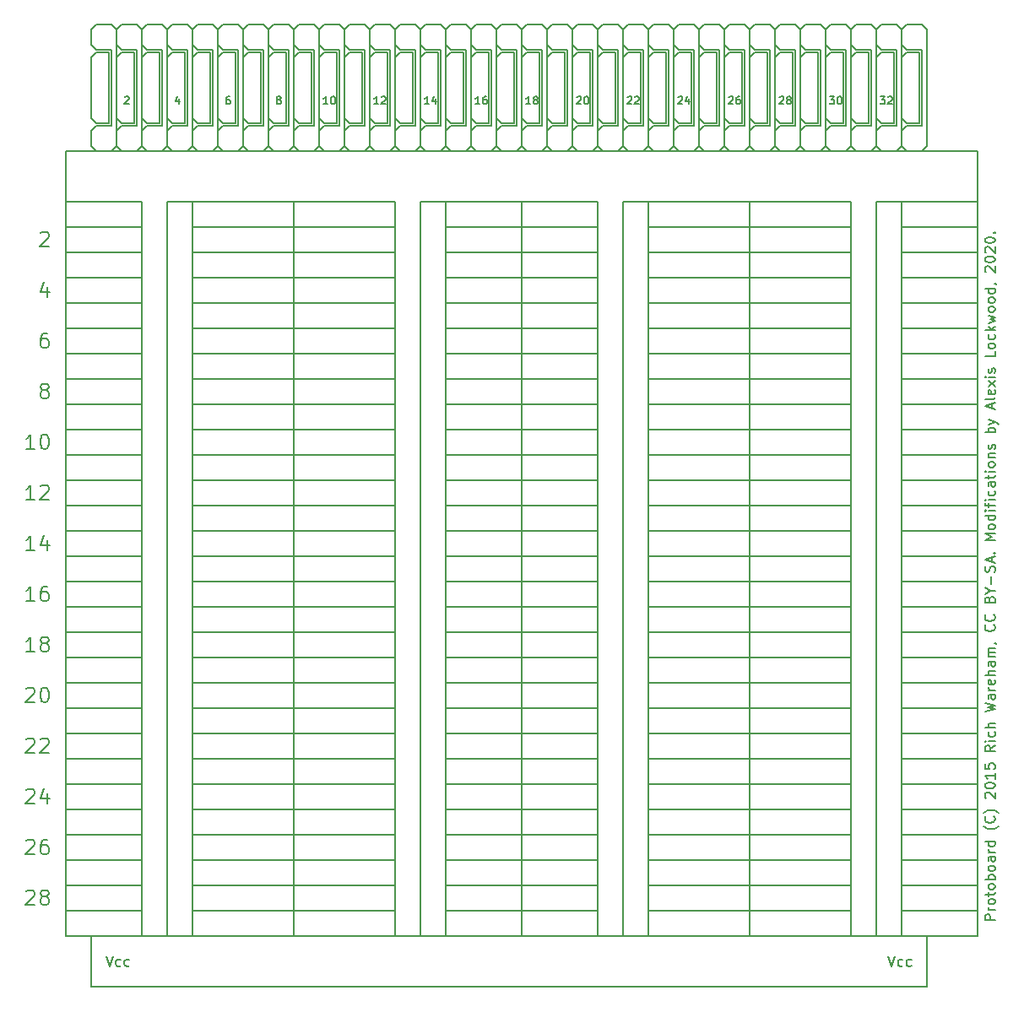
<source format=gto>
%TF.GenerationSoftware,KiCad,Pcbnew,(5.99.0-1350-g7e4d255cd)*%
%TF.CreationDate,2020-04-19T23:06:08-06:00*%
%TF.ProjectId,generic-pcb,67656e65-7269-4632-9d70-63622e6b6963,rev?*%
%TF.SameCoordinates,PX5d42830PY292dfe0*%
%TF.FileFunction,Legend,Top*%
%TF.FilePolarity,Positive*%
%FSLAX46Y46*%
G04 Gerber Fmt 4.6, Leading zero omitted, Abs format (unit mm)*
G04 Created by KiCad (PCBNEW (5.99.0-1350-g7e4d255cd)) date 2020-04-19 23:06:08*
%MOMM*%
%LPD*%
G01*
G04 APERTURE LIST*
%ADD10C,0.200000*%
%ADD11C,0.150000*%
G04 APERTURE END LIST*
D10*
X96520000Y-16510000D02*
X96520000Y-13970000D01*
X86360000Y-92710000D02*
X86360000Y-19050000D01*
X60960000Y-19050000D02*
X60960000Y-92710000D01*
X40640000Y-92710000D02*
X40640000Y-19050000D01*
X15240000Y-19050000D02*
X15240000Y-92710000D01*
X5080000Y-13970000D02*
X5080000Y-17780000D01*
X91440000Y-13970000D02*
X5080000Y-13970000D01*
X96520000Y-13970000D02*
X91440000Y-13970000D01*
X60960000Y-19050000D02*
X63500000Y-19050000D01*
X86360000Y-19050000D02*
X88900000Y-19050000D01*
X40640000Y-19050000D02*
X43180000Y-19050000D01*
X15240000Y-19050000D02*
X17780000Y-19050000D01*
X86759142Y-8472714D02*
X87230857Y-8472714D01*
X86976857Y-8763000D01*
X87085714Y-8763000D01*
X87158285Y-8799285D01*
X87194571Y-8835571D01*
X87230857Y-8908142D01*
X87230857Y-9089571D01*
X87194571Y-9162142D01*
X87158285Y-9198428D01*
X87085714Y-9234714D01*
X86868000Y-9234714D01*
X86795428Y-9198428D01*
X86759142Y-9162142D01*
X87521142Y-8545285D02*
X87557428Y-8509000D01*
X87630000Y-8472714D01*
X87811428Y-8472714D01*
X87884000Y-8509000D01*
X87920285Y-8545285D01*
X87956571Y-8617857D01*
X87956571Y-8690428D01*
X87920285Y-8799285D01*
X87484857Y-9234714D01*
X87956571Y-9234714D01*
X81679142Y-8472714D02*
X82150857Y-8472714D01*
X81896857Y-8763000D01*
X82005714Y-8763000D01*
X82078285Y-8799285D01*
X82114571Y-8835571D01*
X82150857Y-8908142D01*
X82150857Y-9089571D01*
X82114571Y-9162142D01*
X82078285Y-9198428D01*
X82005714Y-9234714D01*
X81788000Y-9234714D01*
X81715428Y-9198428D01*
X81679142Y-9162142D01*
X82622571Y-8472714D02*
X82695142Y-8472714D01*
X82767714Y-8509000D01*
X82804000Y-8545285D01*
X82840285Y-8617857D01*
X82876571Y-8763000D01*
X82876571Y-8944428D01*
X82840285Y-9089571D01*
X82804000Y-9162142D01*
X82767714Y-9198428D01*
X82695142Y-9234714D01*
X82622571Y-9234714D01*
X82550000Y-9198428D01*
X82513714Y-9162142D01*
X82477428Y-9089571D01*
X82441142Y-8944428D01*
X82441142Y-8763000D01*
X82477428Y-8617857D01*
X82513714Y-8545285D01*
X82550000Y-8509000D01*
X82622571Y-8472714D01*
X76635428Y-8545285D02*
X76671714Y-8509000D01*
X76744285Y-8472714D01*
X76925714Y-8472714D01*
X76998285Y-8509000D01*
X77034571Y-8545285D01*
X77070857Y-8617857D01*
X77070857Y-8690428D01*
X77034571Y-8799285D01*
X76599142Y-9234714D01*
X77070857Y-9234714D01*
X77506285Y-8799285D02*
X77433714Y-8763000D01*
X77397428Y-8726714D01*
X77361142Y-8654142D01*
X77361142Y-8617857D01*
X77397428Y-8545285D01*
X77433714Y-8509000D01*
X77506285Y-8472714D01*
X77651428Y-8472714D01*
X77724000Y-8509000D01*
X77760285Y-8545285D01*
X77796571Y-8617857D01*
X77796571Y-8654142D01*
X77760285Y-8726714D01*
X77724000Y-8763000D01*
X77651428Y-8799285D01*
X77506285Y-8799285D01*
X77433714Y-8835571D01*
X77397428Y-8871857D01*
X77361142Y-8944428D01*
X77361142Y-9089571D01*
X77397428Y-9162142D01*
X77433714Y-9198428D01*
X77506285Y-9234714D01*
X77651428Y-9234714D01*
X77724000Y-9198428D01*
X77760285Y-9162142D01*
X77796571Y-9089571D01*
X77796571Y-8944428D01*
X77760285Y-8871857D01*
X77724000Y-8835571D01*
X77651428Y-8799285D01*
X71555428Y-8545285D02*
X71591714Y-8509000D01*
X71664285Y-8472714D01*
X71845714Y-8472714D01*
X71918285Y-8509000D01*
X71954571Y-8545285D01*
X71990857Y-8617857D01*
X71990857Y-8690428D01*
X71954571Y-8799285D01*
X71519142Y-9234714D01*
X71990857Y-9234714D01*
X72644000Y-8472714D02*
X72498857Y-8472714D01*
X72426285Y-8509000D01*
X72390000Y-8545285D01*
X72317428Y-8654142D01*
X72281142Y-8799285D01*
X72281142Y-9089571D01*
X72317428Y-9162142D01*
X72353714Y-9198428D01*
X72426285Y-9234714D01*
X72571428Y-9234714D01*
X72644000Y-9198428D01*
X72680285Y-9162142D01*
X72716571Y-9089571D01*
X72716571Y-8908142D01*
X72680285Y-8835571D01*
X72644000Y-8799285D01*
X72571428Y-8763000D01*
X72426285Y-8763000D01*
X72353714Y-8799285D01*
X72317428Y-8835571D01*
X72281142Y-8908142D01*
X66475428Y-8545285D02*
X66511714Y-8509000D01*
X66584285Y-8472714D01*
X66765714Y-8472714D01*
X66838285Y-8509000D01*
X66874571Y-8545285D01*
X66910857Y-8617857D01*
X66910857Y-8690428D01*
X66874571Y-8799285D01*
X66439142Y-9234714D01*
X66910857Y-9234714D01*
X67564000Y-8726714D02*
X67564000Y-9234714D01*
X67382571Y-8436428D02*
X67201142Y-8980714D01*
X67672857Y-8980714D01*
X61395428Y-8545285D02*
X61431714Y-8509000D01*
X61504285Y-8472714D01*
X61685714Y-8472714D01*
X61758285Y-8509000D01*
X61794571Y-8545285D01*
X61830857Y-8617857D01*
X61830857Y-8690428D01*
X61794571Y-8799285D01*
X61359142Y-9234714D01*
X61830857Y-9234714D01*
X62121142Y-8545285D02*
X62157428Y-8509000D01*
X62230000Y-8472714D01*
X62411428Y-8472714D01*
X62484000Y-8509000D01*
X62520285Y-8545285D01*
X62556571Y-8617857D01*
X62556571Y-8690428D01*
X62520285Y-8799285D01*
X62084857Y-9234714D01*
X62556571Y-9234714D01*
X56315428Y-8545285D02*
X56351714Y-8509000D01*
X56424285Y-8472714D01*
X56605714Y-8472714D01*
X56678285Y-8509000D01*
X56714571Y-8545285D01*
X56750857Y-8617857D01*
X56750857Y-8690428D01*
X56714571Y-8799285D01*
X56279142Y-9234714D01*
X56750857Y-9234714D01*
X57222571Y-8472714D02*
X57295142Y-8472714D01*
X57367714Y-8509000D01*
X57404000Y-8545285D01*
X57440285Y-8617857D01*
X57476571Y-8763000D01*
X57476571Y-8944428D01*
X57440285Y-9089571D01*
X57404000Y-9162142D01*
X57367714Y-9198428D01*
X57295142Y-9234714D01*
X57222571Y-9234714D01*
X57150000Y-9198428D01*
X57113714Y-9162142D01*
X57077428Y-9089571D01*
X57041142Y-8944428D01*
X57041142Y-8763000D01*
X57077428Y-8617857D01*
X57113714Y-8545285D01*
X57150000Y-8509000D01*
X57222571Y-8472714D01*
X51670857Y-9234714D02*
X51235428Y-9234714D01*
X51453142Y-9234714D02*
X51453142Y-8472714D01*
X51380571Y-8581571D01*
X51308000Y-8654142D01*
X51235428Y-8690428D01*
X52106285Y-8799285D02*
X52033714Y-8763000D01*
X51997428Y-8726714D01*
X51961142Y-8654142D01*
X51961142Y-8617857D01*
X51997428Y-8545285D01*
X52033714Y-8509000D01*
X52106285Y-8472714D01*
X52251428Y-8472714D01*
X52324000Y-8509000D01*
X52360285Y-8545285D01*
X52396571Y-8617857D01*
X52396571Y-8654142D01*
X52360285Y-8726714D01*
X52324000Y-8763000D01*
X52251428Y-8799285D01*
X52106285Y-8799285D01*
X52033714Y-8835571D01*
X51997428Y-8871857D01*
X51961142Y-8944428D01*
X51961142Y-9089571D01*
X51997428Y-9162142D01*
X52033714Y-9198428D01*
X52106285Y-9234714D01*
X52251428Y-9234714D01*
X52324000Y-9198428D01*
X52360285Y-9162142D01*
X52396571Y-9089571D01*
X52396571Y-8944428D01*
X52360285Y-8871857D01*
X52324000Y-8835571D01*
X52251428Y-8799285D01*
X46590857Y-9234714D02*
X46155428Y-9234714D01*
X46373142Y-9234714D02*
X46373142Y-8472714D01*
X46300571Y-8581571D01*
X46228000Y-8654142D01*
X46155428Y-8690428D01*
X47244000Y-8472714D02*
X47098857Y-8472714D01*
X47026285Y-8509000D01*
X46990000Y-8545285D01*
X46917428Y-8654142D01*
X46881142Y-8799285D01*
X46881142Y-9089571D01*
X46917428Y-9162142D01*
X46953714Y-9198428D01*
X47026285Y-9234714D01*
X47171428Y-9234714D01*
X47244000Y-9198428D01*
X47280285Y-9162142D01*
X47316571Y-9089571D01*
X47316571Y-8908142D01*
X47280285Y-8835571D01*
X47244000Y-8799285D01*
X47171428Y-8763000D01*
X47026285Y-8763000D01*
X46953714Y-8799285D01*
X46917428Y-8835571D01*
X46881142Y-8908142D01*
X41510857Y-9234714D02*
X41075428Y-9234714D01*
X41293142Y-9234714D02*
X41293142Y-8472714D01*
X41220571Y-8581571D01*
X41148000Y-8654142D01*
X41075428Y-8690428D01*
X42164000Y-8726714D02*
X42164000Y-9234714D01*
X41982571Y-8436428D02*
X41801142Y-8980714D01*
X42272857Y-8980714D01*
X36430857Y-9234714D02*
X35995428Y-9234714D01*
X36213142Y-9234714D02*
X36213142Y-8472714D01*
X36140571Y-8581571D01*
X36068000Y-8654142D01*
X35995428Y-8690428D01*
X36721142Y-8545285D02*
X36757428Y-8509000D01*
X36830000Y-8472714D01*
X37011428Y-8472714D01*
X37084000Y-8509000D01*
X37120285Y-8545285D01*
X37156571Y-8617857D01*
X37156571Y-8690428D01*
X37120285Y-8799285D01*
X36684857Y-9234714D01*
X37156571Y-9234714D01*
X31350857Y-9234714D02*
X30915428Y-9234714D01*
X31133142Y-9234714D02*
X31133142Y-8472714D01*
X31060571Y-8581571D01*
X30988000Y-8654142D01*
X30915428Y-8690428D01*
X31822571Y-8472714D02*
X31895142Y-8472714D01*
X31967714Y-8509000D01*
X32004000Y-8545285D01*
X32040285Y-8617857D01*
X32076571Y-8763000D01*
X32076571Y-8944428D01*
X32040285Y-9089571D01*
X32004000Y-9162142D01*
X31967714Y-9198428D01*
X31895142Y-9234714D01*
X31822571Y-9234714D01*
X31750000Y-9198428D01*
X31713714Y-9162142D01*
X31677428Y-9089571D01*
X31641142Y-8944428D01*
X31641142Y-8763000D01*
X31677428Y-8617857D01*
X31713714Y-8545285D01*
X31750000Y-8509000D01*
X31822571Y-8472714D01*
X26343428Y-8799285D02*
X26270857Y-8763000D01*
X26234571Y-8726714D01*
X26198285Y-8654142D01*
X26198285Y-8617857D01*
X26234571Y-8545285D01*
X26270857Y-8509000D01*
X26343428Y-8472714D01*
X26488571Y-8472714D01*
X26561142Y-8509000D01*
X26597428Y-8545285D01*
X26633714Y-8617857D01*
X26633714Y-8654142D01*
X26597428Y-8726714D01*
X26561142Y-8763000D01*
X26488571Y-8799285D01*
X26343428Y-8799285D01*
X26270857Y-8835571D01*
X26234571Y-8871857D01*
X26198285Y-8944428D01*
X26198285Y-9089571D01*
X26234571Y-9162142D01*
X26270857Y-9198428D01*
X26343428Y-9234714D01*
X26488571Y-9234714D01*
X26561142Y-9198428D01*
X26597428Y-9162142D01*
X26633714Y-9089571D01*
X26633714Y-8944428D01*
X26597428Y-8871857D01*
X26561142Y-8835571D01*
X26488571Y-8799285D01*
X21481142Y-8472714D02*
X21336000Y-8472714D01*
X21263428Y-8509000D01*
X21227142Y-8545285D01*
X21154571Y-8654142D01*
X21118285Y-8799285D01*
X21118285Y-9089571D01*
X21154571Y-9162142D01*
X21190857Y-9198428D01*
X21263428Y-9234714D01*
X21408571Y-9234714D01*
X21481142Y-9198428D01*
X21517428Y-9162142D01*
X21553714Y-9089571D01*
X21553714Y-8908142D01*
X21517428Y-8835571D01*
X21481142Y-8799285D01*
X21408571Y-8763000D01*
X21263428Y-8763000D01*
X21190857Y-8799285D01*
X21154571Y-8835571D01*
X21118285Y-8908142D01*
X16401142Y-8726714D02*
X16401142Y-9234714D01*
X16219714Y-8436428D02*
X16038285Y-8980714D01*
X16510000Y-8980714D01*
X10958285Y-8545285D02*
X10994571Y-8509000D01*
X11067142Y-8472714D01*
X11248571Y-8472714D01*
X11321142Y-8509000D01*
X11357428Y-8545285D01*
X11393714Y-8617857D01*
X11393714Y-8690428D01*
X11357428Y-8799285D01*
X10922000Y-9234714D01*
X11393714Y-9234714D01*
X98249619Y-91088028D02*
X97233619Y-91088028D01*
X97233619Y-90700981D01*
X97282000Y-90604219D01*
X97330380Y-90555838D01*
X97427142Y-90507457D01*
X97572285Y-90507457D01*
X97669047Y-90555838D01*
X97717428Y-90604219D01*
X97765809Y-90700981D01*
X97765809Y-91088028D01*
X98249619Y-90072028D02*
X97572285Y-90072028D01*
X97765809Y-90072028D02*
X97669047Y-90023647D01*
X97620666Y-89975266D01*
X97572285Y-89878504D01*
X97572285Y-89781743D01*
X98249619Y-89297933D02*
X98201238Y-89394695D01*
X98152857Y-89443076D01*
X98056095Y-89491457D01*
X97765809Y-89491457D01*
X97669047Y-89443076D01*
X97620666Y-89394695D01*
X97572285Y-89297933D01*
X97572285Y-89152790D01*
X97620666Y-89056028D01*
X97669047Y-89007647D01*
X97765809Y-88959266D01*
X98056095Y-88959266D01*
X98152857Y-89007647D01*
X98201238Y-89056028D01*
X98249619Y-89152790D01*
X98249619Y-89297933D01*
X97572285Y-88668981D02*
X97572285Y-88281933D01*
X97233619Y-88523838D02*
X98104476Y-88523838D01*
X98201238Y-88475457D01*
X98249619Y-88378695D01*
X98249619Y-88281933D01*
X98249619Y-87798124D02*
X98201238Y-87894885D01*
X98152857Y-87943266D01*
X98056095Y-87991647D01*
X97765809Y-87991647D01*
X97669047Y-87943266D01*
X97620666Y-87894885D01*
X97572285Y-87798124D01*
X97572285Y-87652981D01*
X97620666Y-87556219D01*
X97669047Y-87507838D01*
X97765809Y-87459457D01*
X98056095Y-87459457D01*
X98152857Y-87507838D01*
X98201238Y-87556219D01*
X98249619Y-87652981D01*
X98249619Y-87798124D01*
X98249619Y-87024028D02*
X97233619Y-87024028D01*
X97620666Y-87024028D02*
X97572285Y-86927266D01*
X97572285Y-86733743D01*
X97620666Y-86636981D01*
X97669047Y-86588600D01*
X97765809Y-86540219D01*
X98056095Y-86540219D01*
X98152857Y-86588600D01*
X98201238Y-86636981D01*
X98249619Y-86733743D01*
X98249619Y-86927266D01*
X98201238Y-87024028D01*
X98249619Y-85959647D02*
X98201238Y-86056409D01*
X98152857Y-86104790D01*
X98056095Y-86153171D01*
X97765809Y-86153171D01*
X97669047Y-86104790D01*
X97620666Y-86056409D01*
X97572285Y-85959647D01*
X97572285Y-85814504D01*
X97620666Y-85717743D01*
X97669047Y-85669362D01*
X97765809Y-85620981D01*
X98056095Y-85620981D01*
X98152857Y-85669362D01*
X98201238Y-85717743D01*
X98249619Y-85814504D01*
X98249619Y-85959647D01*
X98249619Y-84750124D02*
X97717428Y-84750124D01*
X97620666Y-84798504D01*
X97572285Y-84895266D01*
X97572285Y-85088790D01*
X97620666Y-85185552D01*
X98201238Y-84750124D02*
X98249619Y-84846885D01*
X98249619Y-85088790D01*
X98201238Y-85185552D01*
X98104476Y-85233933D01*
X98007714Y-85233933D01*
X97910952Y-85185552D01*
X97862571Y-85088790D01*
X97862571Y-84846885D01*
X97814190Y-84750124D01*
X98249619Y-84266314D02*
X97572285Y-84266314D01*
X97765809Y-84266314D02*
X97669047Y-84217933D01*
X97620666Y-84169552D01*
X97572285Y-84072790D01*
X97572285Y-83976028D01*
X98249619Y-83201933D02*
X97233619Y-83201933D01*
X98201238Y-83201933D02*
X98249619Y-83298695D01*
X98249619Y-83492219D01*
X98201238Y-83588981D01*
X98152857Y-83637362D01*
X98056095Y-83685743D01*
X97765809Y-83685743D01*
X97669047Y-83637362D01*
X97620666Y-83588981D01*
X97572285Y-83492219D01*
X97572285Y-83298695D01*
X97620666Y-83201933D01*
X98636666Y-81653743D02*
X98588285Y-81702124D01*
X98443142Y-81798885D01*
X98346380Y-81847266D01*
X98201238Y-81895647D01*
X97959333Y-81944028D01*
X97765809Y-81944028D01*
X97523904Y-81895647D01*
X97378761Y-81847266D01*
X97282000Y-81798885D01*
X97136857Y-81702124D01*
X97088476Y-81653743D01*
X98152857Y-80686124D02*
X98201238Y-80734504D01*
X98249619Y-80879647D01*
X98249619Y-80976409D01*
X98201238Y-81121552D01*
X98104476Y-81218314D01*
X98007714Y-81266695D01*
X97814190Y-81315076D01*
X97669047Y-81315076D01*
X97475523Y-81266695D01*
X97378761Y-81218314D01*
X97282000Y-81121552D01*
X97233619Y-80976409D01*
X97233619Y-80879647D01*
X97282000Y-80734504D01*
X97330380Y-80686124D01*
X98636666Y-80347457D02*
X98588285Y-80299076D01*
X98443142Y-80202314D01*
X98346380Y-80153933D01*
X98201238Y-80105552D01*
X97959333Y-80057171D01*
X97765809Y-80057171D01*
X97523904Y-80105552D01*
X97378761Y-80153933D01*
X97282000Y-80202314D01*
X97136857Y-80299076D01*
X97088476Y-80347457D01*
X97330380Y-78847647D02*
X97282000Y-78799266D01*
X97233619Y-78702504D01*
X97233619Y-78460600D01*
X97282000Y-78363838D01*
X97330380Y-78315457D01*
X97427142Y-78267076D01*
X97523904Y-78267076D01*
X97669047Y-78315457D01*
X98249619Y-78896028D01*
X98249619Y-78267076D01*
X97233619Y-77638124D02*
X97233619Y-77541362D01*
X97282000Y-77444600D01*
X97330380Y-77396219D01*
X97427142Y-77347838D01*
X97620666Y-77299457D01*
X97862571Y-77299457D01*
X98056095Y-77347838D01*
X98152857Y-77396219D01*
X98201238Y-77444600D01*
X98249619Y-77541362D01*
X98249619Y-77638124D01*
X98201238Y-77734885D01*
X98152857Y-77783266D01*
X98056095Y-77831647D01*
X97862571Y-77880028D01*
X97620666Y-77880028D01*
X97427142Y-77831647D01*
X97330380Y-77783266D01*
X97282000Y-77734885D01*
X97233619Y-77638124D01*
X98249619Y-76331838D02*
X98249619Y-76912409D01*
X98249619Y-76622124D02*
X97233619Y-76622124D01*
X97378761Y-76718885D01*
X97475523Y-76815647D01*
X97523904Y-76912409D01*
X97233619Y-75412600D02*
X97233619Y-75896409D01*
X97717428Y-75944790D01*
X97669047Y-75896409D01*
X97620666Y-75799647D01*
X97620666Y-75557743D01*
X97669047Y-75460981D01*
X97717428Y-75412600D01*
X97814190Y-75364219D01*
X98056095Y-75364219D01*
X98152857Y-75412600D01*
X98201238Y-75460981D01*
X98249619Y-75557743D01*
X98249619Y-75799647D01*
X98201238Y-75896409D01*
X98152857Y-75944790D01*
X98249619Y-73574124D02*
X97765809Y-73912790D01*
X98249619Y-74154695D02*
X97233619Y-74154695D01*
X97233619Y-73767647D01*
X97282000Y-73670885D01*
X97330380Y-73622504D01*
X97427142Y-73574124D01*
X97572285Y-73574124D01*
X97669047Y-73622504D01*
X97717428Y-73670885D01*
X97765809Y-73767647D01*
X97765809Y-74154695D01*
X98249619Y-73138695D02*
X97572285Y-73138695D01*
X97233619Y-73138695D02*
X97282000Y-73187076D01*
X97330380Y-73138695D01*
X97282000Y-73090314D01*
X97233619Y-73138695D01*
X97330380Y-73138695D01*
X98201238Y-72219457D02*
X98249619Y-72316219D01*
X98249619Y-72509743D01*
X98201238Y-72606504D01*
X98152857Y-72654885D01*
X98056095Y-72703266D01*
X97765809Y-72703266D01*
X97669047Y-72654885D01*
X97620666Y-72606504D01*
X97572285Y-72509743D01*
X97572285Y-72316219D01*
X97620666Y-72219457D01*
X98249619Y-71784028D02*
X97233619Y-71784028D01*
X98249619Y-71348600D02*
X97717428Y-71348600D01*
X97620666Y-71396981D01*
X97572285Y-71493743D01*
X97572285Y-71638885D01*
X97620666Y-71735647D01*
X97669047Y-71784028D01*
X97233619Y-70187457D02*
X98249619Y-69945552D01*
X97523904Y-69752028D01*
X98249619Y-69558504D01*
X97233619Y-69316600D01*
X98249619Y-68494124D02*
X97717428Y-68494124D01*
X97620666Y-68542504D01*
X97572285Y-68639266D01*
X97572285Y-68832790D01*
X97620666Y-68929552D01*
X98201238Y-68494124D02*
X98249619Y-68590885D01*
X98249619Y-68832790D01*
X98201238Y-68929552D01*
X98104476Y-68977933D01*
X98007714Y-68977933D01*
X97910952Y-68929552D01*
X97862571Y-68832790D01*
X97862571Y-68590885D01*
X97814190Y-68494124D01*
X98249619Y-68010314D02*
X97572285Y-68010314D01*
X97765809Y-68010314D02*
X97669047Y-67961933D01*
X97620666Y-67913552D01*
X97572285Y-67816790D01*
X97572285Y-67720028D01*
X98201238Y-66994314D02*
X98249619Y-67091076D01*
X98249619Y-67284600D01*
X98201238Y-67381362D01*
X98104476Y-67429743D01*
X97717428Y-67429743D01*
X97620666Y-67381362D01*
X97572285Y-67284600D01*
X97572285Y-67091076D01*
X97620666Y-66994314D01*
X97717428Y-66945933D01*
X97814190Y-66945933D01*
X97910952Y-67429743D01*
X98249619Y-66510504D02*
X97233619Y-66510504D01*
X98249619Y-66075076D02*
X97717428Y-66075076D01*
X97620666Y-66123457D01*
X97572285Y-66220219D01*
X97572285Y-66365362D01*
X97620666Y-66462124D01*
X97669047Y-66510504D01*
X98249619Y-65155838D02*
X97717428Y-65155838D01*
X97620666Y-65204219D01*
X97572285Y-65300981D01*
X97572285Y-65494504D01*
X97620666Y-65591266D01*
X98201238Y-65155838D02*
X98249619Y-65252600D01*
X98249619Y-65494504D01*
X98201238Y-65591266D01*
X98104476Y-65639647D01*
X98007714Y-65639647D01*
X97910952Y-65591266D01*
X97862571Y-65494504D01*
X97862571Y-65252600D01*
X97814190Y-65155838D01*
X98249619Y-64672028D02*
X97572285Y-64672028D01*
X97669047Y-64672028D02*
X97620666Y-64623647D01*
X97572285Y-64526885D01*
X97572285Y-64381743D01*
X97620666Y-64284981D01*
X97717428Y-64236600D01*
X98249619Y-64236600D01*
X97717428Y-64236600D02*
X97620666Y-64188219D01*
X97572285Y-64091457D01*
X97572285Y-63946314D01*
X97620666Y-63849552D01*
X97717428Y-63801171D01*
X98249619Y-63801171D01*
X98201238Y-63268981D02*
X98249619Y-63268981D01*
X98346380Y-63317362D01*
X98394761Y-63365743D01*
X98152857Y-61478885D02*
X98201238Y-61527266D01*
X98249619Y-61672409D01*
X98249619Y-61769171D01*
X98201238Y-61914314D01*
X98104476Y-62011076D01*
X98007714Y-62059457D01*
X97814190Y-62107838D01*
X97669047Y-62107838D01*
X97475523Y-62059457D01*
X97378761Y-62011076D01*
X97282000Y-61914314D01*
X97233619Y-61769171D01*
X97233619Y-61672409D01*
X97282000Y-61527266D01*
X97330380Y-61478885D01*
X98152857Y-60462885D02*
X98201238Y-60511266D01*
X98249619Y-60656409D01*
X98249619Y-60753171D01*
X98201238Y-60898314D01*
X98104476Y-60995076D01*
X98007714Y-61043457D01*
X97814190Y-61091838D01*
X97669047Y-61091838D01*
X97475523Y-61043457D01*
X97378761Y-60995076D01*
X97282000Y-60898314D01*
X97233619Y-60753171D01*
X97233619Y-60656409D01*
X97282000Y-60511266D01*
X97330380Y-60462885D01*
X97717428Y-58914695D02*
X97765809Y-58769552D01*
X97814190Y-58721171D01*
X97910952Y-58672790D01*
X98056095Y-58672790D01*
X98152857Y-58721171D01*
X98201238Y-58769552D01*
X98249619Y-58866314D01*
X98249619Y-59253362D01*
X97233619Y-59253362D01*
X97233619Y-58914695D01*
X97282000Y-58817933D01*
X97330380Y-58769552D01*
X97427142Y-58721171D01*
X97523904Y-58721171D01*
X97620666Y-58769552D01*
X97669047Y-58817933D01*
X97717428Y-58914695D01*
X97717428Y-59253362D01*
X97765809Y-58043838D02*
X98249619Y-58043838D01*
X97233619Y-58382504D02*
X97765809Y-58043838D01*
X97233619Y-57705171D01*
X97862571Y-57366504D02*
X97862571Y-56592409D01*
X98201238Y-56156981D02*
X98249619Y-56011838D01*
X98249619Y-55769933D01*
X98201238Y-55673171D01*
X98152857Y-55624790D01*
X98056095Y-55576409D01*
X97959333Y-55576409D01*
X97862571Y-55624790D01*
X97814190Y-55673171D01*
X97765809Y-55769933D01*
X97717428Y-55963457D01*
X97669047Y-56060219D01*
X97620666Y-56108600D01*
X97523904Y-56156981D01*
X97427142Y-56156981D01*
X97330380Y-56108600D01*
X97282000Y-56060219D01*
X97233619Y-55963457D01*
X97233619Y-55721552D01*
X97282000Y-55576409D01*
X97959333Y-55189362D02*
X97959333Y-54705552D01*
X98249619Y-55286124D02*
X97233619Y-54947457D01*
X98249619Y-54608790D01*
X98152857Y-54270124D02*
X98201238Y-54221743D01*
X98249619Y-54270124D01*
X98201238Y-54318504D01*
X98152857Y-54270124D01*
X98249619Y-54270124D01*
X98249619Y-53012219D02*
X97233619Y-53012219D01*
X97959333Y-52673552D01*
X97233619Y-52334885D01*
X98249619Y-52334885D01*
X98249619Y-51705933D02*
X98201238Y-51802695D01*
X98152857Y-51851076D01*
X98056095Y-51899457D01*
X97765809Y-51899457D01*
X97669047Y-51851076D01*
X97620666Y-51802695D01*
X97572285Y-51705933D01*
X97572285Y-51560790D01*
X97620666Y-51464028D01*
X97669047Y-51415647D01*
X97765809Y-51367266D01*
X98056095Y-51367266D01*
X98152857Y-51415647D01*
X98201238Y-51464028D01*
X98249619Y-51560790D01*
X98249619Y-51705933D01*
X98249619Y-50496409D02*
X97233619Y-50496409D01*
X98201238Y-50496409D02*
X98249619Y-50593171D01*
X98249619Y-50786695D01*
X98201238Y-50883457D01*
X98152857Y-50931838D01*
X98056095Y-50980219D01*
X97765809Y-50980219D01*
X97669047Y-50931838D01*
X97620666Y-50883457D01*
X97572285Y-50786695D01*
X97572285Y-50593171D01*
X97620666Y-50496409D01*
X98249619Y-50012600D02*
X97572285Y-50012600D01*
X97233619Y-50012600D02*
X97282000Y-50060981D01*
X97330380Y-50012600D01*
X97282000Y-49964219D01*
X97233619Y-50012600D01*
X97330380Y-50012600D01*
X97572285Y-49673933D02*
X97572285Y-49286885D01*
X98249619Y-49528790D02*
X97378761Y-49528790D01*
X97282000Y-49480409D01*
X97233619Y-49383647D01*
X97233619Y-49286885D01*
X98249619Y-48948219D02*
X97572285Y-48948219D01*
X97233619Y-48948219D02*
X97282000Y-48996600D01*
X97330380Y-48948219D01*
X97282000Y-48899838D01*
X97233619Y-48948219D01*
X97330380Y-48948219D01*
X98201238Y-48028981D02*
X98249619Y-48125743D01*
X98249619Y-48319266D01*
X98201238Y-48416028D01*
X98152857Y-48464409D01*
X98056095Y-48512790D01*
X97765809Y-48512790D01*
X97669047Y-48464409D01*
X97620666Y-48416028D01*
X97572285Y-48319266D01*
X97572285Y-48125743D01*
X97620666Y-48028981D01*
X98249619Y-47158124D02*
X97717428Y-47158124D01*
X97620666Y-47206504D01*
X97572285Y-47303266D01*
X97572285Y-47496790D01*
X97620666Y-47593552D01*
X98201238Y-47158124D02*
X98249619Y-47254885D01*
X98249619Y-47496790D01*
X98201238Y-47593552D01*
X98104476Y-47641933D01*
X98007714Y-47641933D01*
X97910952Y-47593552D01*
X97862571Y-47496790D01*
X97862571Y-47254885D01*
X97814190Y-47158124D01*
X97572285Y-46819457D02*
X97572285Y-46432409D01*
X97233619Y-46674314D02*
X98104476Y-46674314D01*
X98201238Y-46625933D01*
X98249619Y-46529171D01*
X98249619Y-46432409D01*
X98249619Y-46093743D02*
X97572285Y-46093743D01*
X97233619Y-46093743D02*
X97282000Y-46142124D01*
X97330380Y-46093743D01*
X97282000Y-46045362D01*
X97233619Y-46093743D01*
X97330380Y-46093743D01*
X98249619Y-45464790D02*
X98201238Y-45561552D01*
X98152857Y-45609933D01*
X98056095Y-45658314D01*
X97765809Y-45658314D01*
X97669047Y-45609933D01*
X97620666Y-45561552D01*
X97572285Y-45464790D01*
X97572285Y-45319647D01*
X97620666Y-45222885D01*
X97669047Y-45174504D01*
X97765809Y-45126124D01*
X98056095Y-45126124D01*
X98152857Y-45174504D01*
X98201238Y-45222885D01*
X98249619Y-45319647D01*
X98249619Y-45464790D01*
X97572285Y-44690695D02*
X98249619Y-44690695D01*
X97669047Y-44690695D02*
X97620666Y-44642314D01*
X97572285Y-44545552D01*
X97572285Y-44400409D01*
X97620666Y-44303647D01*
X97717428Y-44255266D01*
X98249619Y-44255266D01*
X98201238Y-43819838D02*
X98249619Y-43723076D01*
X98249619Y-43529552D01*
X98201238Y-43432790D01*
X98104476Y-43384409D01*
X98056095Y-43384409D01*
X97959333Y-43432790D01*
X97910952Y-43529552D01*
X97910952Y-43674695D01*
X97862571Y-43771457D01*
X97765809Y-43819838D01*
X97717428Y-43819838D01*
X97620666Y-43771457D01*
X97572285Y-43674695D01*
X97572285Y-43529552D01*
X97620666Y-43432790D01*
X98249619Y-42174885D02*
X97233619Y-42174885D01*
X97620666Y-42174885D02*
X97572285Y-42078124D01*
X97572285Y-41884600D01*
X97620666Y-41787838D01*
X97669047Y-41739457D01*
X97765809Y-41691076D01*
X98056095Y-41691076D01*
X98152857Y-41739457D01*
X98201238Y-41787838D01*
X98249619Y-41884600D01*
X98249619Y-42078124D01*
X98201238Y-42174885D01*
X97572285Y-41352409D02*
X98249619Y-41110504D01*
X97572285Y-40868600D02*
X98249619Y-41110504D01*
X98491523Y-41207266D01*
X98539904Y-41255647D01*
X98588285Y-41352409D01*
X97959333Y-39755838D02*
X97959333Y-39272028D01*
X98249619Y-39852600D02*
X97233619Y-39513933D01*
X98249619Y-39175266D01*
X98249619Y-38691457D02*
X98201238Y-38788219D01*
X98104476Y-38836600D01*
X97233619Y-38836600D01*
X98201238Y-37917362D02*
X98249619Y-38014124D01*
X98249619Y-38207647D01*
X98201238Y-38304409D01*
X98104476Y-38352790D01*
X97717428Y-38352790D01*
X97620666Y-38304409D01*
X97572285Y-38207647D01*
X97572285Y-38014124D01*
X97620666Y-37917362D01*
X97717428Y-37868981D01*
X97814190Y-37868981D01*
X97910952Y-38352790D01*
X98249619Y-37530314D02*
X97572285Y-36998124D01*
X97572285Y-37530314D02*
X98249619Y-36998124D01*
X98249619Y-36611076D02*
X97572285Y-36611076D01*
X97233619Y-36611076D02*
X97282000Y-36659457D01*
X97330380Y-36611076D01*
X97282000Y-36562695D01*
X97233619Y-36611076D01*
X97330380Y-36611076D01*
X98201238Y-36175647D02*
X98249619Y-36078885D01*
X98249619Y-35885362D01*
X98201238Y-35788600D01*
X98104476Y-35740219D01*
X98056095Y-35740219D01*
X97959333Y-35788600D01*
X97910952Y-35885362D01*
X97910952Y-36030504D01*
X97862571Y-36127266D01*
X97765809Y-36175647D01*
X97717428Y-36175647D01*
X97620666Y-36127266D01*
X97572285Y-36030504D01*
X97572285Y-35885362D01*
X97620666Y-35788600D01*
X98249619Y-34046885D02*
X98249619Y-34530695D01*
X97233619Y-34530695D01*
X98249619Y-33563076D02*
X98201238Y-33659838D01*
X98152857Y-33708219D01*
X98056095Y-33756600D01*
X97765809Y-33756600D01*
X97669047Y-33708219D01*
X97620666Y-33659838D01*
X97572285Y-33563076D01*
X97572285Y-33417933D01*
X97620666Y-33321171D01*
X97669047Y-33272790D01*
X97765809Y-33224409D01*
X98056095Y-33224409D01*
X98152857Y-33272790D01*
X98201238Y-33321171D01*
X98249619Y-33417933D01*
X98249619Y-33563076D01*
X98201238Y-32353552D02*
X98249619Y-32450314D01*
X98249619Y-32643838D01*
X98201238Y-32740600D01*
X98152857Y-32788981D01*
X98056095Y-32837362D01*
X97765809Y-32837362D01*
X97669047Y-32788981D01*
X97620666Y-32740600D01*
X97572285Y-32643838D01*
X97572285Y-32450314D01*
X97620666Y-32353552D01*
X98249619Y-31918124D02*
X97233619Y-31918124D01*
X97862571Y-31821362D02*
X98249619Y-31531076D01*
X97572285Y-31531076D02*
X97959333Y-31918124D01*
X97572285Y-31192409D02*
X98249619Y-30998885D01*
X97765809Y-30805362D01*
X98249619Y-30611838D01*
X97572285Y-30418314D01*
X98249619Y-29886124D02*
X98201238Y-29982885D01*
X98152857Y-30031266D01*
X98056095Y-30079647D01*
X97765809Y-30079647D01*
X97669047Y-30031266D01*
X97620666Y-29982885D01*
X97572285Y-29886124D01*
X97572285Y-29740981D01*
X97620666Y-29644219D01*
X97669047Y-29595838D01*
X97765809Y-29547457D01*
X98056095Y-29547457D01*
X98152857Y-29595838D01*
X98201238Y-29644219D01*
X98249619Y-29740981D01*
X98249619Y-29886124D01*
X98249619Y-28966885D02*
X98201238Y-29063647D01*
X98152857Y-29112028D01*
X98056095Y-29160409D01*
X97765809Y-29160409D01*
X97669047Y-29112028D01*
X97620666Y-29063647D01*
X97572285Y-28966885D01*
X97572285Y-28821743D01*
X97620666Y-28724981D01*
X97669047Y-28676600D01*
X97765809Y-28628219D01*
X98056095Y-28628219D01*
X98152857Y-28676600D01*
X98201238Y-28724981D01*
X98249619Y-28821743D01*
X98249619Y-28966885D01*
X98249619Y-27757362D02*
X97233619Y-27757362D01*
X98201238Y-27757362D02*
X98249619Y-27854124D01*
X98249619Y-28047647D01*
X98201238Y-28144409D01*
X98152857Y-28192790D01*
X98056095Y-28241171D01*
X97765809Y-28241171D01*
X97669047Y-28192790D01*
X97620666Y-28144409D01*
X97572285Y-28047647D01*
X97572285Y-27854124D01*
X97620666Y-27757362D01*
X98201238Y-27225171D02*
X98249619Y-27225171D01*
X98346380Y-27273552D01*
X98394761Y-27321933D01*
X97330380Y-26064028D02*
X97282000Y-26015647D01*
X97233619Y-25918885D01*
X97233619Y-25676981D01*
X97282000Y-25580219D01*
X97330380Y-25531838D01*
X97427142Y-25483457D01*
X97523904Y-25483457D01*
X97669047Y-25531838D01*
X98249619Y-26112409D01*
X98249619Y-25483457D01*
X97233619Y-24854504D02*
X97233619Y-24757743D01*
X97282000Y-24660981D01*
X97330380Y-24612600D01*
X97427142Y-24564219D01*
X97620666Y-24515838D01*
X97862571Y-24515838D01*
X98056095Y-24564219D01*
X98152857Y-24612600D01*
X98201238Y-24660981D01*
X98249619Y-24757743D01*
X98249619Y-24854504D01*
X98201238Y-24951266D01*
X98152857Y-24999647D01*
X98056095Y-25048028D01*
X97862571Y-25096409D01*
X97620666Y-25096409D01*
X97427142Y-25048028D01*
X97330380Y-24999647D01*
X97282000Y-24951266D01*
X97233619Y-24854504D01*
X97330380Y-24128790D02*
X97282000Y-24080409D01*
X97233619Y-23983647D01*
X97233619Y-23741743D01*
X97282000Y-23644981D01*
X97330380Y-23596600D01*
X97427142Y-23548219D01*
X97523904Y-23548219D01*
X97669047Y-23596600D01*
X98249619Y-24177171D01*
X98249619Y-23548219D01*
X97233619Y-22919266D02*
X97233619Y-22822504D01*
X97282000Y-22725743D01*
X97330380Y-22677362D01*
X97427142Y-22628981D01*
X97620666Y-22580600D01*
X97862571Y-22580600D01*
X98056095Y-22628981D01*
X98152857Y-22677362D01*
X98201238Y-22725743D01*
X98249619Y-22822504D01*
X98249619Y-22919266D01*
X98201238Y-23016028D01*
X98152857Y-23064409D01*
X98056095Y-23112790D01*
X97862571Y-23161171D01*
X97620666Y-23161171D01*
X97427142Y-23112790D01*
X97330380Y-23064409D01*
X97282000Y-23016028D01*
X97233619Y-22919266D01*
X98152857Y-22145171D02*
X98201238Y-22096790D01*
X98249619Y-22145171D01*
X98201238Y-22193552D01*
X98152857Y-22145171D01*
X98249619Y-22145171D01*
X1076071Y-88221428D02*
X1147500Y-88150000D01*
X1290357Y-88078571D01*
X1647500Y-88078571D01*
X1790357Y-88150000D01*
X1861785Y-88221428D01*
X1933214Y-88364285D01*
X1933214Y-88507142D01*
X1861785Y-88721428D01*
X1004642Y-89578571D01*
X1933214Y-89578571D01*
X2790357Y-88721428D02*
X2647500Y-88650000D01*
X2576071Y-88578571D01*
X2504642Y-88435714D01*
X2504642Y-88364285D01*
X2576071Y-88221428D01*
X2647500Y-88150000D01*
X2790357Y-88078571D01*
X3076071Y-88078571D01*
X3218928Y-88150000D01*
X3290357Y-88221428D01*
X3361785Y-88364285D01*
X3361785Y-88435714D01*
X3290357Y-88578571D01*
X3218928Y-88650000D01*
X3076071Y-88721428D01*
X2790357Y-88721428D01*
X2647500Y-88792857D01*
X2576071Y-88864285D01*
X2504642Y-89007142D01*
X2504642Y-89292857D01*
X2576071Y-89435714D01*
X2647500Y-89507142D01*
X2790357Y-89578571D01*
X3076071Y-89578571D01*
X3218928Y-89507142D01*
X3290357Y-89435714D01*
X3361785Y-89292857D01*
X3361785Y-89007142D01*
X3290357Y-88864285D01*
X3218928Y-88792857D01*
X3076071Y-88721428D01*
X96520000Y-16510000D02*
X96520000Y-21590000D01*
X5080000Y-16510000D02*
X5080000Y-21590000D01*
X87544124Y-94693619D02*
X87882790Y-95709619D01*
X88221457Y-94693619D01*
X88995552Y-95661238D02*
X88898790Y-95709619D01*
X88705266Y-95709619D01*
X88608504Y-95661238D01*
X88560124Y-95612857D01*
X88511743Y-95516095D01*
X88511743Y-95225809D01*
X88560124Y-95129047D01*
X88608504Y-95080666D01*
X88705266Y-95032285D01*
X88898790Y-95032285D01*
X88995552Y-95080666D01*
X89866409Y-95661238D02*
X89769647Y-95709619D01*
X89576124Y-95709619D01*
X89479362Y-95661238D01*
X89430981Y-95612857D01*
X89382600Y-95516095D01*
X89382600Y-95225809D01*
X89430981Y-95129047D01*
X89479362Y-95080666D01*
X89576124Y-95032285D01*
X89769647Y-95032285D01*
X89866409Y-95080666D01*
X9096828Y-94693619D02*
X9435495Y-95709619D01*
X9774161Y-94693619D01*
X10548256Y-95661238D02*
X10451495Y-95709619D01*
X10257971Y-95709619D01*
X10161209Y-95661238D01*
X10112828Y-95612857D01*
X10064447Y-95516095D01*
X10064447Y-95225809D01*
X10112828Y-95129047D01*
X10161209Y-95080666D01*
X10257971Y-95032285D01*
X10451495Y-95032285D01*
X10548256Y-95080666D01*
X11419114Y-95661238D02*
X11322352Y-95709619D01*
X11128828Y-95709619D01*
X11032066Y-95661238D01*
X10983685Y-95612857D01*
X10935304Y-95516095D01*
X10935304Y-95225809D01*
X10983685Y-95129047D01*
X11032066Y-95080666D01*
X11128828Y-95032285D01*
X11322352Y-95032285D01*
X11419114Y-95080666D01*
X91440000Y-92710000D02*
X7620000Y-92710000D01*
X91440000Y-97790000D02*
X91440000Y-92710000D01*
X7620000Y-97790000D02*
X91440000Y-97790000D01*
X7620000Y-92710000D02*
X7620000Y-97790000D01*
X1076071Y-83141428D02*
X1147500Y-83070000D01*
X1290357Y-82998571D01*
X1647500Y-82998571D01*
X1790357Y-83070000D01*
X1861785Y-83141428D01*
X1933214Y-83284285D01*
X1933214Y-83427142D01*
X1861785Y-83641428D01*
X1004642Y-84498571D01*
X1933214Y-84498571D01*
X3218928Y-82998571D02*
X2933214Y-82998571D01*
X2790357Y-83070000D01*
X2718928Y-83141428D01*
X2576071Y-83355714D01*
X2504642Y-83641428D01*
X2504642Y-84212857D01*
X2576071Y-84355714D01*
X2647500Y-84427142D01*
X2790357Y-84498571D01*
X3076071Y-84498571D01*
X3218928Y-84427142D01*
X3290357Y-84355714D01*
X3361785Y-84212857D01*
X3361785Y-83855714D01*
X3290357Y-83712857D01*
X3218928Y-83641428D01*
X3076071Y-83570000D01*
X2790357Y-83570000D01*
X2647500Y-83641428D01*
X2576071Y-83712857D01*
X2504642Y-83855714D01*
X1076071Y-78061428D02*
X1147500Y-77990000D01*
X1290357Y-77918571D01*
X1647500Y-77918571D01*
X1790357Y-77990000D01*
X1861785Y-78061428D01*
X1933214Y-78204285D01*
X1933214Y-78347142D01*
X1861785Y-78561428D01*
X1004642Y-79418571D01*
X1933214Y-79418571D01*
X3218928Y-78418571D02*
X3218928Y-79418571D01*
X2861785Y-77847142D02*
X2504642Y-78918571D01*
X3433214Y-78918571D01*
X1076071Y-72981428D02*
X1147500Y-72910000D01*
X1290357Y-72838571D01*
X1647500Y-72838571D01*
X1790357Y-72910000D01*
X1861785Y-72981428D01*
X1933214Y-73124285D01*
X1933214Y-73267142D01*
X1861785Y-73481428D01*
X1004642Y-74338571D01*
X1933214Y-74338571D01*
X2504642Y-72981428D02*
X2576071Y-72910000D01*
X2718928Y-72838571D01*
X3076071Y-72838571D01*
X3218928Y-72910000D01*
X3290357Y-72981428D01*
X3361785Y-73124285D01*
X3361785Y-73267142D01*
X3290357Y-73481428D01*
X2433214Y-74338571D01*
X3361785Y-74338571D01*
X1076071Y-67901428D02*
X1147500Y-67830000D01*
X1290357Y-67758571D01*
X1647500Y-67758571D01*
X1790357Y-67830000D01*
X1861785Y-67901428D01*
X1933214Y-68044285D01*
X1933214Y-68187142D01*
X1861785Y-68401428D01*
X1004642Y-69258571D01*
X1933214Y-69258571D01*
X2861785Y-67758571D02*
X3004642Y-67758571D01*
X3147500Y-67830000D01*
X3218928Y-67901428D01*
X3290357Y-68044285D01*
X3361785Y-68330000D01*
X3361785Y-68687142D01*
X3290357Y-68972857D01*
X3218928Y-69115714D01*
X3147500Y-69187142D01*
X3004642Y-69258571D01*
X2861785Y-69258571D01*
X2718928Y-69187142D01*
X2647500Y-69115714D01*
X2576071Y-68972857D01*
X2504642Y-68687142D01*
X2504642Y-68330000D01*
X2576071Y-68044285D01*
X2647500Y-67901428D01*
X2718928Y-67830000D01*
X2861785Y-67758571D01*
X1933214Y-64178571D02*
X1076071Y-64178571D01*
X1504642Y-64178571D02*
X1504642Y-62678571D01*
X1361785Y-62892857D01*
X1218928Y-63035714D01*
X1076071Y-63107142D01*
X2790357Y-63321428D02*
X2647500Y-63250000D01*
X2576071Y-63178571D01*
X2504642Y-63035714D01*
X2504642Y-62964285D01*
X2576071Y-62821428D01*
X2647500Y-62750000D01*
X2790357Y-62678571D01*
X3076071Y-62678571D01*
X3218928Y-62750000D01*
X3290357Y-62821428D01*
X3361785Y-62964285D01*
X3361785Y-63035714D01*
X3290357Y-63178571D01*
X3218928Y-63250000D01*
X3076071Y-63321428D01*
X2790357Y-63321428D01*
X2647500Y-63392857D01*
X2576071Y-63464285D01*
X2504642Y-63607142D01*
X2504642Y-63892857D01*
X2576071Y-64035714D01*
X2647500Y-64107142D01*
X2790357Y-64178571D01*
X3076071Y-64178571D01*
X3218928Y-64107142D01*
X3290357Y-64035714D01*
X3361785Y-63892857D01*
X3361785Y-63607142D01*
X3290357Y-63464285D01*
X3218928Y-63392857D01*
X3076071Y-63321428D01*
X1933214Y-59098571D02*
X1076071Y-59098571D01*
X1504642Y-59098571D02*
X1504642Y-57598571D01*
X1361785Y-57812857D01*
X1218928Y-57955714D01*
X1076071Y-58027142D01*
X3218928Y-57598571D02*
X2933214Y-57598571D01*
X2790357Y-57670000D01*
X2718928Y-57741428D01*
X2576071Y-57955714D01*
X2504642Y-58241428D01*
X2504642Y-58812857D01*
X2576071Y-58955714D01*
X2647500Y-59027142D01*
X2790357Y-59098571D01*
X3076071Y-59098571D01*
X3218928Y-59027142D01*
X3290357Y-58955714D01*
X3361785Y-58812857D01*
X3361785Y-58455714D01*
X3290357Y-58312857D01*
X3218928Y-58241428D01*
X3076071Y-58170000D01*
X2790357Y-58170000D01*
X2647500Y-58241428D01*
X2576071Y-58312857D01*
X2504642Y-58455714D01*
X1933214Y-54018571D02*
X1076071Y-54018571D01*
X1504642Y-54018571D02*
X1504642Y-52518571D01*
X1361785Y-52732857D01*
X1218928Y-52875714D01*
X1076071Y-52947142D01*
X3218928Y-53018571D02*
X3218928Y-54018571D01*
X2861785Y-52447142D02*
X2504642Y-53518571D01*
X3433214Y-53518571D01*
X1933214Y-48938571D02*
X1076071Y-48938571D01*
X1504642Y-48938571D02*
X1504642Y-47438571D01*
X1361785Y-47652857D01*
X1218928Y-47795714D01*
X1076071Y-47867142D01*
X2504642Y-47581428D02*
X2576071Y-47510000D01*
X2718928Y-47438571D01*
X3076071Y-47438571D01*
X3218928Y-47510000D01*
X3290357Y-47581428D01*
X3361785Y-47724285D01*
X3361785Y-47867142D01*
X3290357Y-48081428D01*
X2433214Y-48938571D01*
X3361785Y-48938571D01*
X1933214Y-43858571D02*
X1076071Y-43858571D01*
X1504642Y-43858571D02*
X1504642Y-42358571D01*
X1361785Y-42572857D01*
X1218928Y-42715714D01*
X1076071Y-42787142D01*
X2861785Y-42358571D02*
X3004642Y-42358571D01*
X3147500Y-42430000D01*
X3218928Y-42501428D01*
X3290357Y-42644285D01*
X3361785Y-42930000D01*
X3361785Y-43287142D01*
X3290357Y-43572857D01*
X3218928Y-43715714D01*
X3147500Y-43787142D01*
X3004642Y-43858571D01*
X2861785Y-43858571D01*
X2718928Y-43787142D01*
X2647500Y-43715714D01*
X2576071Y-43572857D01*
X2504642Y-43287142D01*
X2504642Y-42930000D01*
X2576071Y-42644285D01*
X2647500Y-42501428D01*
X2718928Y-42430000D01*
X2861785Y-42358571D01*
X2790357Y-37921428D02*
X2647500Y-37850000D01*
X2576071Y-37778571D01*
X2504642Y-37635714D01*
X2504642Y-37564285D01*
X2576071Y-37421428D01*
X2647500Y-37350000D01*
X2790357Y-37278571D01*
X3076071Y-37278571D01*
X3218928Y-37350000D01*
X3290357Y-37421428D01*
X3361785Y-37564285D01*
X3361785Y-37635714D01*
X3290357Y-37778571D01*
X3218928Y-37850000D01*
X3076071Y-37921428D01*
X2790357Y-37921428D01*
X2647500Y-37992857D01*
X2576071Y-38064285D01*
X2504642Y-38207142D01*
X2504642Y-38492857D01*
X2576071Y-38635714D01*
X2647500Y-38707142D01*
X2790357Y-38778571D01*
X3076071Y-38778571D01*
X3218928Y-38707142D01*
X3290357Y-38635714D01*
X3361785Y-38492857D01*
X3361785Y-38207142D01*
X3290357Y-38064285D01*
X3218928Y-37992857D01*
X3076071Y-37921428D01*
X3218928Y-32198571D02*
X2933214Y-32198571D01*
X2790357Y-32270000D01*
X2718928Y-32341428D01*
X2576071Y-32555714D01*
X2504642Y-32841428D01*
X2504642Y-33412857D01*
X2576071Y-33555714D01*
X2647500Y-33627142D01*
X2790357Y-33698571D01*
X3076071Y-33698571D01*
X3218928Y-33627142D01*
X3290357Y-33555714D01*
X3361785Y-33412857D01*
X3361785Y-33055714D01*
X3290357Y-32912857D01*
X3218928Y-32841428D01*
X3076071Y-32770000D01*
X2790357Y-32770000D01*
X2647500Y-32841428D01*
X2576071Y-32912857D01*
X2504642Y-33055714D01*
X3218928Y-27618571D02*
X3218928Y-28618571D01*
X2861785Y-27047142D02*
X2504642Y-28118571D01*
X3433214Y-28118571D01*
X2504642Y-22181428D02*
X2576071Y-22110000D01*
X2718928Y-22038571D01*
X3076071Y-22038571D01*
X3218928Y-22110000D01*
X3290357Y-22181428D01*
X3361785Y-22324285D01*
X3361785Y-22467142D01*
X3290357Y-22681428D01*
X2433214Y-23538571D01*
X3361785Y-23538571D01*
D11*
%TO.C,REF\u002A\u002A10*%
X73660000Y-92710000D02*
X83820000Y-92710000D01*
X73660000Y-90170000D02*
X73660000Y-92710000D01*
X83820000Y-90170000D02*
X73660000Y-90170000D01*
X83820000Y-92710000D02*
X83820000Y-90170000D01*
X96520000Y-92710000D02*
X88900000Y-92710000D01*
X96520000Y-90170000D02*
X96520000Y-92710000D01*
X88900000Y-90170000D02*
X96520000Y-90170000D01*
X88900000Y-92710000D02*
X88900000Y-90170000D01*
X27940000Y-92710000D02*
X38100000Y-92710000D01*
X27940000Y-90170000D02*
X27940000Y-92710000D01*
X38100000Y-90170000D02*
X27940000Y-90170000D01*
X38100000Y-92710000D02*
X38100000Y-90170000D01*
X50800000Y-92710000D02*
X43180000Y-92710000D01*
X50800000Y-90170000D02*
X50800000Y-92710000D01*
X43180000Y-90170000D02*
X50800000Y-90170000D01*
X43180000Y-92710000D02*
X43180000Y-90170000D01*
%TO.C,REF\u002A\u002A22*%
X63500000Y-41910000D02*
X73660000Y-41910000D01*
X63500000Y-39370000D02*
X63500000Y-41910000D01*
X73660000Y-39370000D02*
X63500000Y-39370000D01*
X73660000Y-41910000D02*
X73660000Y-39370000D01*
X58420000Y-41910000D02*
X50800000Y-41910000D01*
X58420000Y-39370000D02*
X58420000Y-41910000D01*
X50800000Y-39370000D02*
X58420000Y-39370000D01*
X50800000Y-41910000D02*
X50800000Y-39370000D01*
%TO.C,REF\u002A\u002A27*%
X17780000Y-29210000D02*
X27940000Y-29210000D01*
X17780000Y-26670000D02*
X17780000Y-29210000D01*
X27940000Y-26670000D02*
X17780000Y-26670000D01*
X27940000Y-29210000D02*
X27940000Y-26670000D01*
X12700000Y-29210000D02*
X5080000Y-29210000D01*
X12700000Y-26670000D02*
X12700000Y-29210000D01*
X5080000Y-26670000D02*
X12700000Y-26670000D01*
X5080000Y-29210000D02*
X5080000Y-26670000D01*
X17780000Y-26670000D02*
X27940000Y-26670000D01*
X17780000Y-24130000D02*
X17780000Y-26670000D01*
X27940000Y-24130000D02*
X17780000Y-24130000D01*
X27940000Y-26670000D02*
X27940000Y-24130000D01*
X12700000Y-26670000D02*
X5080000Y-26670000D01*
X12700000Y-24130000D02*
X12700000Y-26670000D01*
X5080000Y-24130000D02*
X12700000Y-24130000D01*
X5080000Y-26670000D02*
X5080000Y-24130000D01*
X17780000Y-24130000D02*
X27940000Y-24130000D01*
X17780000Y-21590000D02*
X17780000Y-24130000D01*
X27940000Y-21590000D02*
X17780000Y-21590000D01*
X27940000Y-24130000D02*
X27940000Y-21590000D01*
X12700000Y-24130000D02*
X5080000Y-24130000D01*
X12700000Y-21590000D02*
X12700000Y-24130000D01*
X5080000Y-21590000D02*
X12700000Y-21590000D01*
X5080000Y-24130000D02*
X5080000Y-21590000D01*
%TO.C,REF\u002A\u002A34*%
X27940000Y-29210000D02*
X38100000Y-29210000D01*
X27940000Y-26670000D02*
X27940000Y-29210000D01*
X38100000Y-26670000D02*
X27940000Y-26670000D01*
X38100000Y-29210000D02*
X38100000Y-26670000D01*
X50800000Y-29210000D02*
X43180000Y-29210000D01*
X50800000Y-26670000D02*
X50800000Y-29210000D01*
X43180000Y-26670000D02*
X50800000Y-26670000D01*
X43180000Y-29210000D02*
X43180000Y-26670000D01*
X27940000Y-26670000D02*
X38100000Y-26670000D01*
X27940000Y-24130000D02*
X27940000Y-26670000D01*
X38100000Y-24130000D02*
X27940000Y-24130000D01*
X38100000Y-26670000D02*
X38100000Y-24130000D01*
X50800000Y-26670000D02*
X43180000Y-26670000D01*
X50800000Y-24130000D02*
X50800000Y-26670000D01*
X43180000Y-24130000D02*
X50800000Y-24130000D01*
X43180000Y-26670000D02*
X43180000Y-24130000D01*
X27940000Y-24130000D02*
X38100000Y-24130000D01*
X27940000Y-21590000D02*
X27940000Y-24130000D01*
X38100000Y-21590000D02*
X27940000Y-21590000D01*
X38100000Y-24130000D02*
X38100000Y-21590000D01*
X50800000Y-24130000D02*
X43180000Y-24130000D01*
X50800000Y-21590000D02*
X50800000Y-24130000D01*
X43180000Y-21590000D02*
X50800000Y-21590000D01*
X43180000Y-24130000D02*
X43180000Y-21590000D01*
%TO.C,REF\u002A\u002A27*%
X63500000Y-29210000D02*
X73660000Y-29210000D01*
X63500000Y-26670000D02*
X63500000Y-29210000D01*
X73660000Y-26670000D02*
X63500000Y-26670000D01*
X73660000Y-29210000D02*
X73660000Y-26670000D01*
X58420000Y-29210000D02*
X50800000Y-29210000D01*
X58420000Y-26670000D02*
X58420000Y-29210000D01*
X50800000Y-26670000D02*
X58420000Y-26670000D01*
X50800000Y-29210000D02*
X50800000Y-26670000D01*
X63500000Y-26670000D02*
X73660000Y-26670000D01*
X63500000Y-24130000D02*
X63500000Y-26670000D01*
X73660000Y-24130000D02*
X63500000Y-24130000D01*
X73660000Y-26670000D02*
X73660000Y-24130000D01*
X58420000Y-26670000D02*
X50800000Y-26670000D01*
X58420000Y-24130000D02*
X58420000Y-26670000D01*
X50800000Y-24130000D02*
X58420000Y-24130000D01*
X50800000Y-26670000D02*
X50800000Y-24130000D01*
X63500000Y-24130000D02*
X73660000Y-24130000D01*
X63500000Y-21590000D02*
X63500000Y-24130000D01*
X73660000Y-21590000D02*
X63500000Y-21590000D01*
X73660000Y-24130000D02*
X73660000Y-21590000D01*
X58420000Y-24130000D02*
X50800000Y-24130000D01*
X58420000Y-21590000D02*
X58420000Y-24130000D01*
X50800000Y-21590000D02*
X58420000Y-21590000D01*
X50800000Y-24130000D02*
X50800000Y-21590000D01*
%TO.C,REF\u002A\u002A34*%
X73660000Y-29210000D02*
X83820000Y-29210000D01*
X73660000Y-26670000D02*
X73660000Y-29210000D01*
X83820000Y-26670000D02*
X73660000Y-26670000D01*
X83820000Y-29210000D02*
X83820000Y-26670000D01*
X96520000Y-29210000D02*
X88900000Y-29210000D01*
X96520000Y-26670000D02*
X96520000Y-29210000D01*
X88900000Y-26670000D02*
X96520000Y-26670000D01*
X88900000Y-29210000D02*
X88900000Y-26670000D01*
X73660000Y-26670000D02*
X83820000Y-26670000D01*
X73660000Y-24130000D02*
X73660000Y-26670000D01*
X83820000Y-24130000D02*
X73660000Y-24130000D01*
X83820000Y-26670000D02*
X83820000Y-24130000D01*
X96520000Y-26670000D02*
X88900000Y-26670000D01*
X96520000Y-24130000D02*
X96520000Y-26670000D01*
X88900000Y-24130000D02*
X96520000Y-24130000D01*
X88900000Y-26670000D02*
X88900000Y-24130000D01*
X73660000Y-24130000D02*
X83820000Y-24130000D01*
X73660000Y-21590000D02*
X73660000Y-24130000D01*
X83820000Y-21590000D02*
X73660000Y-21590000D01*
X83820000Y-24130000D02*
X83820000Y-21590000D01*
X96520000Y-24130000D02*
X88900000Y-24130000D01*
X96520000Y-21590000D02*
X96520000Y-24130000D01*
X88900000Y-21590000D02*
X96520000Y-21590000D01*
X88900000Y-24130000D02*
X88900000Y-21590000D01*
%TO.C,REF\u002A\u002A3*%
X17780000Y-90170000D02*
X27940000Y-90170000D01*
X17780000Y-87630000D02*
X17780000Y-90170000D01*
X27940000Y-87630000D02*
X17780000Y-87630000D01*
X27940000Y-90170000D02*
X27940000Y-87630000D01*
X12700000Y-90170000D02*
X5080000Y-90170000D01*
X12700000Y-87630000D02*
X12700000Y-90170000D01*
X5080000Y-87630000D02*
X12700000Y-87630000D01*
X5080000Y-90170000D02*
X5080000Y-87630000D01*
%TO.C,REF\u002A\u002A4*%
X17780000Y-87630000D02*
X27940000Y-87630000D01*
X17780000Y-85090000D02*
X17780000Y-87630000D01*
X27940000Y-85090000D02*
X17780000Y-85090000D01*
X27940000Y-87630000D02*
X27940000Y-85090000D01*
X12700000Y-87630000D02*
X5080000Y-87630000D01*
X12700000Y-85090000D02*
X12700000Y-87630000D01*
X5080000Y-85090000D02*
X12700000Y-85090000D01*
X5080000Y-87630000D02*
X5080000Y-85090000D01*
%TO.C,REF\u002A\u002A5*%
X17780000Y-85090000D02*
X27940000Y-85090000D01*
X17780000Y-82550000D02*
X17780000Y-85090000D01*
X27940000Y-82550000D02*
X17780000Y-82550000D01*
X27940000Y-85090000D02*
X27940000Y-82550000D01*
X12700000Y-85090000D02*
X5080000Y-85090000D01*
X12700000Y-82550000D02*
X12700000Y-85090000D01*
X5080000Y-82550000D02*
X12700000Y-82550000D01*
X5080000Y-85090000D02*
X5080000Y-82550000D01*
%TO.C,REF\u002A\u002A6*%
X17780000Y-82550000D02*
X27940000Y-82550000D01*
X17780000Y-80010000D02*
X17780000Y-82550000D01*
X27940000Y-80010000D02*
X17780000Y-80010000D01*
X27940000Y-82550000D02*
X27940000Y-80010000D01*
X12700000Y-82550000D02*
X5080000Y-82550000D01*
X12700000Y-80010000D02*
X12700000Y-82550000D01*
X5080000Y-80010000D02*
X12700000Y-80010000D01*
X5080000Y-82550000D02*
X5080000Y-80010000D01*
%TO.C,REF\u002A\u002A7*%
X17780000Y-80010000D02*
X27940000Y-80010000D01*
X17780000Y-77470000D02*
X17780000Y-80010000D01*
X27940000Y-77470000D02*
X17780000Y-77470000D01*
X27940000Y-80010000D02*
X27940000Y-77470000D01*
X12700000Y-80010000D02*
X5080000Y-80010000D01*
X12700000Y-77470000D02*
X12700000Y-80010000D01*
X5080000Y-77470000D02*
X12700000Y-77470000D01*
X5080000Y-80010000D02*
X5080000Y-77470000D01*
%TO.C,REF\u002A\u002A8*%
X17780000Y-77470000D02*
X27940000Y-77470000D01*
X17780000Y-74930000D02*
X17780000Y-77470000D01*
X27940000Y-74930000D02*
X17780000Y-74930000D01*
X27940000Y-77470000D02*
X27940000Y-74930000D01*
X12700000Y-77470000D02*
X5080000Y-77470000D01*
X12700000Y-74930000D02*
X12700000Y-77470000D01*
X5080000Y-74930000D02*
X12700000Y-74930000D01*
X5080000Y-77470000D02*
X5080000Y-74930000D01*
%TO.C,REF\u002A\u002A9*%
X17780000Y-74930000D02*
X27940000Y-74930000D01*
X17780000Y-72390000D02*
X17780000Y-74930000D01*
X27940000Y-72390000D02*
X17780000Y-72390000D01*
X27940000Y-74930000D02*
X27940000Y-72390000D01*
X12700000Y-74930000D02*
X5080000Y-74930000D01*
X12700000Y-72390000D02*
X12700000Y-74930000D01*
X5080000Y-72390000D02*
X12700000Y-72390000D01*
X5080000Y-74930000D02*
X5080000Y-72390000D01*
%TO.C,REF\u002A\u002A10*%
X17780000Y-72390000D02*
X27940000Y-72390000D01*
X17780000Y-69850000D02*
X17780000Y-72390000D01*
X27940000Y-69850000D02*
X17780000Y-69850000D01*
X27940000Y-72390000D02*
X27940000Y-69850000D01*
X12700000Y-72390000D02*
X5080000Y-72390000D01*
X12700000Y-69850000D02*
X12700000Y-72390000D01*
X5080000Y-69850000D02*
X12700000Y-69850000D01*
X5080000Y-72390000D02*
X5080000Y-69850000D01*
%TO.C,REF\u002A\u002A11*%
X17780000Y-69850000D02*
X27940000Y-69850000D01*
X17780000Y-67310000D02*
X17780000Y-69850000D01*
X27940000Y-67310000D02*
X17780000Y-67310000D01*
X27940000Y-69850000D02*
X27940000Y-67310000D01*
X12700000Y-69850000D02*
X5080000Y-69850000D01*
X12700000Y-67310000D02*
X12700000Y-69850000D01*
X5080000Y-67310000D02*
X12700000Y-67310000D01*
X5080000Y-69850000D02*
X5080000Y-67310000D01*
%TO.C,REF\u002A\u002A12*%
X17780000Y-67310000D02*
X27940000Y-67310000D01*
X17780000Y-64770000D02*
X17780000Y-67310000D01*
X27940000Y-64770000D02*
X17780000Y-64770000D01*
X27940000Y-67310000D02*
X27940000Y-64770000D01*
X12700000Y-67310000D02*
X5080000Y-67310000D01*
X12700000Y-64770000D02*
X12700000Y-67310000D01*
X5080000Y-64770000D02*
X12700000Y-64770000D01*
X5080000Y-67310000D02*
X5080000Y-64770000D01*
%TO.C,REF\u002A\u002A13*%
X17780000Y-64770000D02*
X27940000Y-64770000D01*
X17780000Y-62230000D02*
X17780000Y-64770000D01*
X27940000Y-62230000D02*
X17780000Y-62230000D01*
X27940000Y-64770000D02*
X27940000Y-62230000D01*
X12700000Y-64770000D02*
X5080000Y-64770000D01*
X12700000Y-62230000D02*
X12700000Y-64770000D01*
X5080000Y-62230000D02*
X12700000Y-62230000D01*
X5080000Y-64770000D02*
X5080000Y-62230000D01*
%TO.C,REF\u002A\u002A14*%
X17780000Y-62230000D02*
X27940000Y-62230000D01*
X17780000Y-59690000D02*
X17780000Y-62230000D01*
X27940000Y-59690000D02*
X17780000Y-59690000D01*
X27940000Y-62230000D02*
X27940000Y-59690000D01*
X12700000Y-62230000D02*
X5080000Y-62230000D01*
X12700000Y-59690000D02*
X12700000Y-62230000D01*
X5080000Y-59690000D02*
X12700000Y-59690000D01*
X5080000Y-62230000D02*
X5080000Y-59690000D01*
%TO.C,REF\u002A\u002A15*%
X17780000Y-59690000D02*
X27940000Y-59690000D01*
X17780000Y-57150000D02*
X17780000Y-59690000D01*
X27940000Y-57150000D02*
X17780000Y-57150000D01*
X27940000Y-59690000D02*
X27940000Y-57150000D01*
X12700000Y-59690000D02*
X5080000Y-59690000D01*
X12700000Y-57150000D02*
X12700000Y-59690000D01*
X5080000Y-57150000D02*
X12700000Y-57150000D01*
X5080000Y-59690000D02*
X5080000Y-57150000D01*
%TO.C,REF\u002A\u002A16*%
X17780000Y-57150000D02*
X27940000Y-57150000D01*
X17780000Y-54610000D02*
X17780000Y-57150000D01*
X27940000Y-54610000D02*
X17780000Y-54610000D01*
X27940000Y-57150000D02*
X27940000Y-54610000D01*
X12700000Y-57150000D02*
X5080000Y-57150000D01*
X12700000Y-54610000D02*
X12700000Y-57150000D01*
X5080000Y-54610000D02*
X12700000Y-54610000D01*
X5080000Y-57150000D02*
X5080000Y-54610000D01*
%TO.C,REF\u002A\u002A17*%
X17780000Y-54610000D02*
X27940000Y-54610000D01*
X17780000Y-52070000D02*
X17780000Y-54610000D01*
X27940000Y-52070000D02*
X17780000Y-52070000D01*
X27940000Y-54610000D02*
X27940000Y-52070000D01*
X12700000Y-54610000D02*
X5080000Y-54610000D01*
X12700000Y-52070000D02*
X12700000Y-54610000D01*
X5080000Y-52070000D02*
X12700000Y-52070000D01*
X5080000Y-54610000D02*
X5080000Y-52070000D01*
%TO.C,REF\u002A\u002A18*%
X17780000Y-52070000D02*
X27940000Y-52070000D01*
X17780000Y-49530000D02*
X17780000Y-52070000D01*
X27940000Y-49530000D02*
X17780000Y-49530000D01*
X27940000Y-52070000D02*
X27940000Y-49530000D01*
X12700000Y-52070000D02*
X5080000Y-52070000D01*
X12700000Y-49530000D02*
X12700000Y-52070000D01*
X5080000Y-49530000D02*
X12700000Y-49530000D01*
X5080000Y-52070000D02*
X5080000Y-49530000D01*
%TO.C,REF\u002A\u002A19*%
X17780000Y-49530000D02*
X27940000Y-49530000D01*
X17780000Y-46990000D02*
X17780000Y-49530000D01*
X27940000Y-46990000D02*
X17780000Y-46990000D01*
X27940000Y-49530000D02*
X27940000Y-46990000D01*
X12700000Y-49530000D02*
X5080000Y-49530000D01*
X12700000Y-46990000D02*
X12700000Y-49530000D01*
X5080000Y-46990000D02*
X12700000Y-46990000D01*
X5080000Y-49530000D02*
X5080000Y-46990000D01*
%TO.C,REF\u002A\u002A20*%
X17780000Y-46990000D02*
X27940000Y-46990000D01*
X17780000Y-44450000D02*
X17780000Y-46990000D01*
X27940000Y-44450000D02*
X17780000Y-44450000D01*
X27940000Y-46990000D02*
X27940000Y-44450000D01*
X12700000Y-46990000D02*
X5080000Y-46990000D01*
X12700000Y-44450000D02*
X12700000Y-46990000D01*
X5080000Y-44450000D02*
X12700000Y-44450000D01*
X5080000Y-46990000D02*
X5080000Y-44450000D01*
%TO.C,REF\u002A\u002A21*%
X17780000Y-44450000D02*
X27940000Y-44450000D01*
X17780000Y-41910000D02*
X17780000Y-44450000D01*
X27940000Y-41910000D02*
X17780000Y-41910000D01*
X27940000Y-44450000D02*
X27940000Y-41910000D01*
X12700000Y-44450000D02*
X5080000Y-44450000D01*
X12700000Y-41910000D02*
X12700000Y-44450000D01*
X5080000Y-41910000D02*
X12700000Y-41910000D01*
X5080000Y-44450000D02*
X5080000Y-41910000D01*
%TO.C,REF\u002A\u002A22*%
X17780000Y-41910000D02*
X27940000Y-41910000D01*
X17780000Y-39370000D02*
X17780000Y-41910000D01*
X27940000Y-39370000D02*
X17780000Y-39370000D01*
X27940000Y-41910000D02*
X27940000Y-39370000D01*
X12700000Y-41910000D02*
X5080000Y-41910000D01*
X12700000Y-39370000D02*
X12700000Y-41910000D01*
X5080000Y-39370000D02*
X12700000Y-39370000D01*
X5080000Y-41910000D02*
X5080000Y-39370000D01*
%TO.C,REF\u002A\u002A23*%
X17780000Y-39370000D02*
X27940000Y-39370000D01*
X17780000Y-36830000D02*
X17780000Y-39370000D01*
X27940000Y-36830000D02*
X17780000Y-36830000D01*
X27940000Y-39370000D02*
X27940000Y-36830000D01*
X12700000Y-39370000D02*
X5080000Y-39370000D01*
X12700000Y-36830000D02*
X12700000Y-39370000D01*
X5080000Y-36830000D02*
X12700000Y-36830000D01*
X5080000Y-39370000D02*
X5080000Y-36830000D01*
%TO.C,REF\u002A\u002A24*%
X17780000Y-36830000D02*
X27940000Y-36830000D01*
X17780000Y-34290000D02*
X17780000Y-36830000D01*
X27940000Y-34290000D02*
X17780000Y-34290000D01*
X27940000Y-36830000D02*
X27940000Y-34290000D01*
X12700000Y-36830000D02*
X5080000Y-36830000D01*
X12700000Y-34290000D02*
X12700000Y-36830000D01*
X5080000Y-34290000D02*
X12700000Y-34290000D01*
X5080000Y-36830000D02*
X5080000Y-34290000D01*
%TO.C,REF\u002A\u002A25*%
X17780000Y-34290000D02*
X27940000Y-34290000D01*
X17780000Y-31750000D02*
X17780000Y-34290000D01*
X27940000Y-31750000D02*
X17780000Y-31750000D01*
X27940000Y-34290000D02*
X27940000Y-31750000D01*
X12700000Y-34290000D02*
X5080000Y-34290000D01*
X12700000Y-31750000D02*
X12700000Y-34290000D01*
X5080000Y-31750000D02*
X12700000Y-31750000D01*
X5080000Y-34290000D02*
X5080000Y-31750000D01*
%TO.C,REF\u002A\u002A26*%
X17780000Y-31750000D02*
X27940000Y-31750000D01*
X17780000Y-29210000D02*
X17780000Y-31750000D01*
X27940000Y-29210000D02*
X17780000Y-29210000D01*
X27940000Y-31750000D02*
X27940000Y-29210000D01*
X12700000Y-31750000D02*
X5080000Y-31750000D01*
X12700000Y-29210000D02*
X12700000Y-31750000D01*
X5080000Y-29210000D02*
X12700000Y-29210000D01*
X5080000Y-31750000D02*
X5080000Y-29210000D01*
%TO.C,REF\u002A\u002A27*%
X17780000Y-21590000D02*
X27940000Y-21590000D01*
X17780000Y-19050000D02*
X17780000Y-21590000D01*
X27940000Y-19050000D02*
X17780000Y-19050000D01*
X27940000Y-21590000D02*
X27940000Y-19050000D01*
X12700000Y-21590000D02*
X5080000Y-21590000D01*
X12700000Y-19050000D02*
X12700000Y-21590000D01*
X5080000Y-19050000D02*
X12700000Y-19050000D01*
X5080000Y-21590000D02*
X5080000Y-19050000D01*
X17780000Y-21590000D02*
X27940000Y-21590000D01*
X17780000Y-19050000D02*
X17780000Y-21590000D01*
X27940000Y-19050000D02*
X17780000Y-19050000D01*
X27940000Y-21590000D02*
X27940000Y-19050000D01*
X12700000Y-21590000D02*
X5080000Y-21590000D01*
X12700000Y-19050000D02*
X12700000Y-21590000D01*
X5080000Y-19050000D02*
X12700000Y-19050000D01*
X5080000Y-21590000D02*
X5080000Y-19050000D01*
%TO.C,REF\u002A\u002A26*%
X17780000Y-31750000D02*
X27940000Y-31750000D01*
X17780000Y-29210000D02*
X17780000Y-31750000D01*
X27940000Y-29210000D02*
X17780000Y-29210000D01*
X27940000Y-31750000D02*
X27940000Y-29210000D01*
X12700000Y-31750000D02*
X5080000Y-31750000D01*
X12700000Y-29210000D02*
X12700000Y-31750000D01*
X5080000Y-29210000D02*
X12700000Y-29210000D01*
X5080000Y-31750000D02*
X5080000Y-29210000D01*
%TO.C,REF\u002A\u002A25*%
X17780000Y-34290000D02*
X27940000Y-34290000D01*
X17780000Y-31750000D02*
X17780000Y-34290000D01*
X27940000Y-31750000D02*
X17780000Y-31750000D01*
X27940000Y-34290000D02*
X27940000Y-31750000D01*
X12700000Y-34290000D02*
X5080000Y-34290000D01*
X12700000Y-31750000D02*
X12700000Y-34290000D01*
X5080000Y-31750000D02*
X12700000Y-31750000D01*
X5080000Y-34290000D02*
X5080000Y-31750000D01*
%TO.C,REF\u002A\u002A24*%
X17780000Y-36830000D02*
X27940000Y-36830000D01*
X17780000Y-34290000D02*
X17780000Y-36830000D01*
X27940000Y-34290000D02*
X17780000Y-34290000D01*
X27940000Y-36830000D02*
X27940000Y-34290000D01*
X12700000Y-36830000D02*
X5080000Y-36830000D01*
X12700000Y-34290000D02*
X12700000Y-36830000D01*
X5080000Y-34290000D02*
X12700000Y-34290000D01*
X5080000Y-36830000D02*
X5080000Y-34290000D01*
%TO.C,REF\u002A\u002A23*%
X17780000Y-39370000D02*
X27940000Y-39370000D01*
X17780000Y-36830000D02*
X17780000Y-39370000D01*
X27940000Y-36830000D02*
X17780000Y-36830000D01*
X27940000Y-39370000D02*
X27940000Y-36830000D01*
X12700000Y-39370000D02*
X5080000Y-39370000D01*
X12700000Y-36830000D02*
X12700000Y-39370000D01*
X5080000Y-36830000D02*
X12700000Y-36830000D01*
X5080000Y-39370000D02*
X5080000Y-36830000D01*
%TO.C,REF\u002A\u002A22*%
X17780000Y-41910000D02*
X27940000Y-41910000D01*
X17780000Y-39370000D02*
X17780000Y-41910000D01*
X27940000Y-39370000D02*
X17780000Y-39370000D01*
X27940000Y-41910000D02*
X27940000Y-39370000D01*
X12700000Y-41910000D02*
X5080000Y-41910000D01*
X12700000Y-39370000D02*
X12700000Y-41910000D01*
X5080000Y-39370000D02*
X12700000Y-39370000D01*
X5080000Y-41910000D02*
X5080000Y-39370000D01*
%TO.C,REF\u002A\u002A21*%
X17780000Y-44450000D02*
X27940000Y-44450000D01*
X17780000Y-41910000D02*
X17780000Y-44450000D01*
X27940000Y-41910000D02*
X17780000Y-41910000D01*
X27940000Y-44450000D02*
X27940000Y-41910000D01*
X12700000Y-44450000D02*
X5080000Y-44450000D01*
X12700000Y-41910000D02*
X12700000Y-44450000D01*
X5080000Y-41910000D02*
X12700000Y-41910000D01*
X5080000Y-44450000D02*
X5080000Y-41910000D01*
%TO.C,REF\u002A\u002A20*%
X17780000Y-46990000D02*
X27940000Y-46990000D01*
X17780000Y-44450000D02*
X17780000Y-46990000D01*
X27940000Y-44450000D02*
X17780000Y-44450000D01*
X27940000Y-46990000D02*
X27940000Y-44450000D01*
X12700000Y-46990000D02*
X5080000Y-46990000D01*
X12700000Y-44450000D02*
X12700000Y-46990000D01*
X5080000Y-44450000D02*
X12700000Y-44450000D01*
X5080000Y-46990000D02*
X5080000Y-44450000D01*
%TO.C,REF\u002A\u002A19*%
X17780000Y-49530000D02*
X27940000Y-49530000D01*
X17780000Y-46990000D02*
X17780000Y-49530000D01*
X27940000Y-46990000D02*
X17780000Y-46990000D01*
X27940000Y-49530000D02*
X27940000Y-46990000D01*
X12700000Y-49530000D02*
X5080000Y-49530000D01*
X12700000Y-46990000D02*
X12700000Y-49530000D01*
X5080000Y-46990000D02*
X12700000Y-46990000D01*
X5080000Y-49530000D02*
X5080000Y-46990000D01*
%TO.C,REF\u002A\u002A18*%
X17780000Y-52070000D02*
X27940000Y-52070000D01*
X17780000Y-49530000D02*
X17780000Y-52070000D01*
X27940000Y-49530000D02*
X17780000Y-49530000D01*
X27940000Y-52070000D02*
X27940000Y-49530000D01*
X12700000Y-52070000D02*
X5080000Y-52070000D01*
X12700000Y-49530000D02*
X12700000Y-52070000D01*
X5080000Y-49530000D02*
X12700000Y-49530000D01*
X5080000Y-52070000D02*
X5080000Y-49530000D01*
%TO.C,REF\u002A\u002A17*%
X17780000Y-54610000D02*
X27940000Y-54610000D01*
X17780000Y-52070000D02*
X17780000Y-54610000D01*
X27940000Y-52070000D02*
X17780000Y-52070000D01*
X27940000Y-54610000D02*
X27940000Y-52070000D01*
X12700000Y-54610000D02*
X5080000Y-54610000D01*
X12700000Y-52070000D02*
X12700000Y-54610000D01*
X5080000Y-52070000D02*
X12700000Y-52070000D01*
X5080000Y-54610000D02*
X5080000Y-52070000D01*
%TO.C,REF\u002A\u002A16*%
X17780000Y-57150000D02*
X27940000Y-57150000D01*
X17780000Y-54610000D02*
X17780000Y-57150000D01*
X27940000Y-54610000D02*
X17780000Y-54610000D01*
X27940000Y-57150000D02*
X27940000Y-54610000D01*
X12700000Y-57150000D02*
X5080000Y-57150000D01*
X12700000Y-54610000D02*
X12700000Y-57150000D01*
X5080000Y-54610000D02*
X12700000Y-54610000D01*
X5080000Y-57150000D02*
X5080000Y-54610000D01*
%TO.C,REF\u002A\u002A15*%
X17780000Y-59690000D02*
X27940000Y-59690000D01*
X17780000Y-57150000D02*
X17780000Y-59690000D01*
X27940000Y-57150000D02*
X17780000Y-57150000D01*
X27940000Y-59690000D02*
X27940000Y-57150000D01*
X12700000Y-59690000D02*
X5080000Y-59690000D01*
X12700000Y-57150000D02*
X12700000Y-59690000D01*
X5080000Y-57150000D02*
X12700000Y-57150000D01*
X5080000Y-59690000D02*
X5080000Y-57150000D01*
%TO.C,REF\u002A\u002A14*%
X17780000Y-62230000D02*
X27940000Y-62230000D01*
X17780000Y-59690000D02*
X17780000Y-62230000D01*
X27940000Y-59690000D02*
X17780000Y-59690000D01*
X27940000Y-62230000D02*
X27940000Y-59690000D01*
X12700000Y-62230000D02*
X5080000Y-62230000D01*
X12700000Y-59690000D02*
X12700000Y-62230000D01*
X5080000Y-59690000D02*
X12700000Y-59690000D01*
X5080000Y-62230000D02*
X5080000Y-59690000D01*
%TO.C,REF\u002A\u002A13*%
X17780000Y-64770000D02*
X27940000Y-64770000D01*
X17780000Y-62230000D02*
X17780000Y-64770000D01*
X27940000Y-62230000D02*
X17780000Y-62230000D01*
X27940000Y-64770000D02*
X27940000Y-62230000D01*
X12700000Y-64770000D02*
X5080000Y-64770000D01*
X12700000Y-62230000D02*
X12700000Y-64770000D01*
X5080000Y-62230000D02*
X12700000Y-62230000D01*
X5080000Y-64770000D02*
X5080000Y-62230000D01*
%TO.C,REF\u002A\u002A12*%
X17780000Y-67310000D02*
X27940000Y-67310000D01*
X17780000Y-64770000D02*
X17780000Y-67310000D01*
X27940000Y-64770000D02*
X17780000Y-64770000D01*
X27940000Y-67310000D02*
X27940000Y-64770000D01*
X12700000Y-67310000D02*
X5080000Y-67310000D01*
X12700000Y-64770000D02*
X12700000Y-67310000D01*
X5080000Y-64770000D02*
X12700000Y-64770000D01*
X5080000Y-67310000D02*
X5080000Y-64770000D01*
%TO.C,REF\u002A\u002A11*%
X17780000Y-69850000D02*
X27940000Y-69850000D01*
X17780000Y-67310000D02*
X17780000Y-69850000D01*
X27940000Y-67310000D02*
X17780000Y-67310000D01*
X27940000Y-69850000D02*
X27940000Y-67310000D01*
X12700000Y-69850000D02*
X5080000Y-69850000D01*
X12700000Y-67310000D02*
X12700000Y-69850000D01*
X5080000Y-67310000D02*
X12700000Y-67310000D01*
X5080000Y-69850000D02*
X5080000Y-67310000D01*
%TO.C,REF\u002A\u002A10*%
X17780000Y-72390000D02*
X27940000Y-72390000D01*
X17780000Y-69850000D02*
X17780000Y-72390000D01*
X27940000Y-69850000D02*
X17780000Y-69850000D01*
X27940000Y-72390000D02*
X27940000Y-69850000D01*
X12700000Y-72390000D02*
X5080000Y-72390000D01*
X12700000Y-69850000D02*
X12700000Y-72390000D01*
X5080000Y-69850000D02*
X12700000Y-69850000D01*
X5080000Y-72390000D02*
X5080000Y-69850000D01*
%TO.C,REF\u002A\u002A9*%
X17780000Y-74930000D02*
X27940000Y-74930000D01*
X17780000Y-72390000D02*
X17780000Y-74930000D01*
X27940000Y-72390000D02*
X17780000Y-72390000D01*
X27940000Y-74930000D02*
X27940000Y-72390000D01*
X12700000Y-74930000D02*
X5080000Y-74930000D01*
X12700000Y-72390000D02*
X12700000Y-74930000D01*
X5080000Y-72390000D02*
X12700000Y-72390000D01*
X5080000Y-74930000D02*
X5080000Y-72390000D01*
%TO.C,REF\u002A\u002A8*%
X17780000Y-77470000D02*
X27940000Y-77470000D01*
X17780000Y-74930000D02*
X17780000Y-77470000D01*
X27940000Y-74930000D02*
X17780000Y-74930000D01*
X27940000Y-77470000D02*
X27940000Y-74930000D01*
X12700000Y-77470000D02*
X5080000Y-77470000D01*
X12700000Y-74930000D02*
X12700000Y-77470000D01*
X5080000Y-74930000D02*
X12700000Y-74930000D01*
X5080000Y-77470000D02*
X5080000Y-74930000D01*
%TO.C,REF\u002A\u002A7*%
X17780000Y-80010000D02*
X27940000Y-80010000D01*
X17780000Y-77470000D02*
X17780000Y-80010000D01*
X27940000Y-77470000D02*
X17780000Y-77470000D01*
X27940000Y-80010000D02*
X27940000Y-77470000D01*
X12700000Y-80010000D02*
X5080000Y-80010000D01*
X12700000Y-77470000D02*
X12700000Y-80010000D01*
X5080000Y-77470000D02*
X12700000Y-77470000D01*
X5080000Y-80010000D02*
X5080000Y-77470000D01*
%TO.C,REF\u002A\u002A6*%
X17780000Y-82550000D02*
X27940000Y-82550000D01*
X17780000Y-80010000D02*
X17780000Y-82550000D01*
X27940000Y-80010000D02*
X17780000Y-80010000D01*
X27940000Y-82550000D02*
X27940000Y-80010000D01*
X12700000Y-82550000D02*
X5080000Y-82550000D01*
X12700000Y-80010000D02*
X12700000Y-82550000D01*
X5080000Y-80010000D02*
X12700000Y-80010000D01*
X5080000Y-82550000D02*
X5080000Y-80010000D01*
%TO.C,REF\u002A\u002A5*%
X17780000Y-85090000D02*
X27940000Y-85090000D01*
X17780000Y-82550000D02*
X17780000Y-85090000D01*
X27940000Y-82550000D02*
X17780000Y-82550000D01*
X27940000Y-85090000D02*
X27940000Y-82550000D01*
X12700000Y-85090000D02*
X5080000Y-85090000D01*
X12700000Y-82550000D02*
X12700000Y-85090000D01*
X5080000Y-82550000D02*
X12700000Y-82550000D01*
X5080000Y-85090000D02*
X5080000Y-82550000D01*
%TO.C,REF\u002A\u002A4*%
X17780000Y-87630000D02*
X27940000Y-87630000D01*
X17780000Y-85090000D02*
X17780000Y-87630000D01*
X27940000Y-85090000D02*
X17780000Y-85090000D01*
X27940000Y-87630000D02*
X27940000Y-85090000D01*
X12700000Y-87630000D02*
X5080000Y-87630000D01*
X12700000Y-85090000D02*
X12700000Y-87630000D01*
X5080000Y-85090000D02*
X12700000Y-85090000D01*
X5080000Y-87630000D02*
X5080000Y-85090000D01*
%TO.C,REF\u002A\u002A3*%
X17780000Y-92710000D02*
X27940000Y-92710000D01*
X17780000Y-90170000D02*
X17780000Y-92710000D01*
X27940000Y-90170000D02*
X17780000Y-90170000D01*
X27940000Y-92710000D02*
X27940000Y-90170000D01*
X12700000Y-92710000D02*
X5080000Y-92710000D01*
X12700000Y-90170000D02*
X12700000Y-92710000D01*
X5080000Y-90170000D02*
X12700000Y-90170000D01*
X5080000Y-92710000D02*
X5080000Y-90170000D01*
X63500000Y-90170000D02*
X73660000Y-90170000D01*
X63500000Y-87630000D02*
X63500000Y-90170000D01*
X73660000Y-87630000D02*
X63500000Y-87630000D01*
X73660000Y-90170000D02*
X73660000Y-87630000D01*
X58420000Y-90170000D02*
X50800000Y-90170000D01*
X58420000Y-87630000D02*
X58420000Y-90170000D01*
X50800000Y-87630000D02*
X58420000Y-87630000D01*
X50800000Y-90170000D02*
X50800000Y-87630000D01*
%TO.C,REF\u002A\u002A4*%
X63500000Y-87630000D02*
X73660000Y-87630000D01*
X63500000Y-85090000D02*
X63500000Y-87630000D01*
X73660000Y-85090000D02*
X63500000Y-85090000D01*
X73660000Y-87630000D02*
X73660000Y-85090000D01*
X58420000Y-87630000D02*
X50800000Y-87630000D01*
X58420000Y-85090000D02*
X58420000Y-87630000D01*
X50800000Y-85090000D02*
X58420000Y-85090000D01*
X50800000Y-87630000D02*
X50800000Y-85090000D01*
%TO.C,REF\u002A\u002A5*%
X63500000Y-85090000D02*
X73660000Y-85090000D01*
X63500000Y-82550000D02*
X63500000Y-85090000D01*
X73660000Y-82550000D02*
X63500000Y-82550000D01*
X73660000Y-85090000D02*
X73660000Y-82550000D01*
X58420000Y-85090000D02*
X50800000Y-85090000D01*
X58420000Y-82550000D02*
X58420000Y-85090000D01*
X50800000Y-82550000D02*
X58420000Y-82550000D01*
X50800000Y-85090000D02*
X50800000Y-82550000D01*
%TO.C,REF\u002A\u002A6*%
X63500000Y-82550000D02*
X73660000Y-82550000D01*
X63500000Y-80010000D02*
X63500000Y-82550000D01*
X73660000Y-80010000D02*
X63500000Y-80010000D01*
X73660000Y-82550000D02*
X73660000Y-80010000D01*
X58420000Y-82550000D02*
X50800000Y-82550000D01*
X58420000Y-80010000D02*
X58420000Y-82550000D01*
X50800000Y-80010000D02*
X58420000Y-80010000D01*
X50800000Y-82550000D02*
X50800000Y-80010000D01*
%TO.C,REF\u002A\u002A7*%
X63500000Y-80010000D02*
X73660000Y-80010000D01*
X63500000Y-77470000D02*
X63500000Y-80010000D01*
X73660000Y-77470000D02*
X63500000Y-77470000D01*
X73660000Y-80010000D02*
X73660000Y-77470000D01*
X58420000Y-80010000D02*
X50800000Y-80010000D01*
X58420000Y-77470000D02*
X58420000Y-80010000D01*
X50800000Y-77470000D02*
X58420000Y-77470000D01*
X50800000Y-80010000D02*
X50800000Y-77470000D01*
%TO.C,REF\u002A\u002A8*%
X63500000Y-77470000D02*
X73660000Y-77470000D01*
X63500000Y-74930000D02*
X63500000Y-77470000D01*
X73660000Y-74930000D02*
X63500000Y-74930000D01*
X73660000Y-77470000D02*
X73660000Y-74930000D01*
X58420000Y-77470000D02*
X50800000Y-77470000D01*
X58420000Y-74930000D02*
X58420000Y-77470000D01*
X50800000Y-74930000D02*
X58420000Y-74930000D01*
X50800000Y-77470000D02*
X50800000Y-74930000D01*
%TO.C,REF\u002A\u002A9*%
X63500000Y-74930000D02*
X73660000Y-74930000D01*
X63500000Y-72390000D02*
X63500000Y-74930000D01*
X73660000Y-72390000D02*
X63500000Y-72390000D01*
X73660000Y-74930000D02*
X73660000Y-72390000D01*
X58420000Y-74930000D02*
X50800000Y-74930000D01*
X58420000Y-72390000D02*
X58420000Y-74930000D01*
X50800000Y-72390000D02*
X58420000Y-72390000D01*
X50800000Y-74930000D02*
X50800000Y-72390000D01*
%TO.C,REF\u002A\u002A10*%
X63500000Y-72390000D02*
X73660000Y-72390000D01*
X63500000Y-69850000D02*
X63500000Y-72390000D01*
X73660000Y-69850000D02*
X63500000Y-69850000D01*
X73660000Y-72390000D02*
X73660000Y-69850000D01*
X58420000Y-72390000D02*
X50800000Y-72390000D01*
X58420000Y-69850000D02*
X58420000Y-72390000D01*
X50800000Y-69850000D02*
X58420000Y-69850000D01*
X50800000Y-72390000D02*
X50800000Y-69850000D01*
%TO.C,REF\u002A\u002A11*%
X63500000Y-69850000D02*
X73660000Y-69850000D01*
X63500000Y-67310000D02*
X63500000Y-69850000D01*
X73660000Y-67310000D02*
X63500000Y-67310000D01*
X73660000Y-69850000D02*
X73660000Y-67310000D01*
X58420000Y-69850000D02*
X50800000Y-69850000D01*
X58420000Y-67310000D02*
X58420000Y-69850000D01*
X50800000Y-67310000D02*
X58420000Y-67310000D01*
X50800000Y-69850000D02*
X50800000Y-67310000D01*
%TO.C,REF\u002A\u002A12*%
X63500000Y-67310000D02*
X73660000Y-67310000D01*
X63500000Y-64770000D02*
X63500000Y-67310000D01*
X73660000Y-64770000D02*
X63500000Y-64770000D01*
X73660000Y-67310000D02*
X73660000Y-64770000D01*
X58420000Y-67310000D02*
X50800000Y-67310000D01*
X58420000Y-64770000D02*
X58420000Y-67310000D01*
X50800000Y-64770000D02*
X58420000Y-64770000D01*
X50800000Y-67310000D02*
X50800000Y-64770000D01*
%TO.C,REF\u002A\u002A13*%
X63500000Y-64770000D02*
X73660000Y-64770000D01*
X63500000Y-62230000D02*
X63500000Y-64770000D01*
X73660000Y-62230000D02*
X63500000Y-62230000D01*
X73660000Y-64770000D02*
X73660000Y-62230000D01*
X58420000Y-64770000D02*
X50800000Y-64770000D01*
X58420000Y-62230000D02*
X58420000Y-64770000D01*
X50800000Y-62230000D02*
X58420000Y-62230000D01*
X50800000Y-64770000D02*
X50800000Y-62230000D01*
%TO.C,REF\u002A\u002A14*%
X63500000Y-62230000D02*
X73660000Y-62230000D01*
X63500000Y-59690000D02*
X63500000Y-62230000D01*
X73660000Y-59690000D02*
X63500000Y-59690000D01*
X73660000Y-62230000D02*
X73660000Y-59690000D01*
X58420000Y-62230000D02*
X50800000Y-62230000D01*
X58420000Y-59690000D02*
X58420000Y-62230000D01*
X50800000Y-59690000D02*
X58420000Y-59690000D01*
X50800000Y-62230000D02*
X50800000Y-59690000D01*
%TO.C,REF\u002A\u002A15*%
X63500000Y-59690000D02*
X73660000Y-59690000D01*
X63500000Y-57150000D02*
X63500000Y-59690000D01*
X73660000Y-57150000D02*
X63500000Y-57150000D01*
X73660000Y-59690000D02*
X73660000Y-57150000D01*
X58420000Y-59690000D02*
X50800000Y-59690000D01*
X58420000Y-57150000D02*
X58420000Y-59690000D01*
X50800000Y-57150000D02*
X58420000Y-57150000D01*
X50800000Y-59690000D02*
X50800000Y-57150000D01*
%TO.C,REF\u002A\u002A16*%
X63500000Y-57150000D02*
X73660000Y-57150000D01*
X63500000Y-54610000D02*
X63500000Y-57150000D01*
X73660000Y-54610000D02*
X63500000Y-54610000D01*
X73660000Y-57150000D02*
X73660000Y-54610000D01*
X58420000Y-57150000D02*
X50800000Y-57150000D01*
X58420000Y-54610000D02*
X58420000Y-57150000D01*
X50800000Y-54610000D02*
X58420000Y-54610000D01*
X50800000Y-57150000D02*
X50800000Y-54610000D01*
%TO.C,REF\u002A\u002A17*%
X63500000Y-54610000D02*
X73660000Y-54610000D01*
X63500000Y-52070000D02*
X63500000Y-54610000D01*
X73660000Y-52070000D02*
X63500000Y-52070000D01*
X73660000Y-54610000D02*
X73660000Y-52070000D01*
X58420000Y-54610000D02*
X50800000Y-54610000D01*
X58420000Y-52070000D02*
X58420000Y-54610000D01*
X50800000Y-52070000D02*
X58420000Y-52070000D01*
X50800000Y-54610000D02*
X50800000Y-52070000D01*
%TO.C,REF\u002A\u002A18*%
X63500000Y-52070000D02*
X73660000Y-52070000D01*
X63500000Y-49530000D02*
X63500000Y-52070000D01*
X73660000Y-49530000D02*
X63500000Y-49530000D01*
X73660000Y-52070000D02*
X73660000Y-49530000D01*
X58420000Y-52070000D02*
X50800000Y-52070000D01*
X58420000Y-49530000D02*
X58420000Y-52070000D01*
X50800000Y-49530000D02*
X58420000Y-49530000D01*
X50800000Y-52070000D02*
X50800000Y-49530000D01*
%TO.C,REF\u002A\u002A19*%
X63500000Y-49530000D02*
X73660000Y-49530000D01*
X63500000Y-46990000D02*
X63500000Y-49530000D01*
X73660000Y-46990000D02*
X63500000Y-46990000D01*
X73660000Y-49530000D02*
X73660000Y-46990000D01*
X58420000Y-49530000D02*
X50800000Y-49530000D01*
X58420000Y-46990000D02*
X58420000Y-49530000D01*
X50800000Y-46990000D02*
X58420000Y-46990000D01*
X50800000Y-49530000D02*
X50800000Y-46990000D01*
%TO.C,REF\u002A\u002A20*%
X63500000Y-46990000D02*
X73660000Y-46990000D01*
X63500000Y-44450000D02*
X63500000Y-46990000D01*
X73660000Y-44450000D02*
X63500000Y-44450000D01*
X73660000Y-46990000D02*
X73660000Y-44450000D01*
X58420000Y-46990000D02*
X50800000Y-46990000D01*
X58420000Y-44450000D02*
X58420000Y-46990000D01*
X50800000Y-44450000D02*
X58420000Y-44450000D01*
X50800000Y-46990000D02*
X50800000Y-44450000D01*
%TO.C,REF\u002A\u002A21*%
X63500000Y-44450000D02*
X73660000Y-44450000D01*
X63500000Y-41910000D02*
X63500000Y-44450000D01*
X73660000Y-41910000D02*
X63500000Y-41910000D01*
X73660000Y-44450000D02*
X73660000Y-41910000D01*
X58420000Y-44450000D02*
X50800000Y-44450000D01*
X58420000Y-41910000D02*
X58420000Y-44450000D01*
X50800000Y-41910000D02*
X58420000Y-41910000D01*
X50800000Y-44450000D02*
X50800000Y-41910000D01*
%TO.C,REF\u002A\u002A22*%
X63500000Y-41910000D02*
X73660000Y-41910000D01*
X63500000Y-39370000D02*
X63500000Y-41910000D01*
X73660000Y-39370000D02*
X63500000Y-39370000D01*
X73660000Y-41910000D02*
X73660000Y-39370000D01*
X58420000Y-41910000D02*
X50800000Y-41910000D01*
X58420000Y-39370000D02*
X58420000Y-41910000D01*
X50800000Y-39370000D02*
X58420000Y-39370000D01*
X50800000Y-41910000D02*
X50800000Y-39370000D01*
%TO.C,REF\u002A\u002A23*%
X63500000Y-39370000D02*
X73660000Y-39370000D01*
X63500000Y-36830000D02*
X63500000Y-39370000D01*
X73660000Y-36830000D02*
X63500000Y-36830000D01*
X73660000Y-39370000D02*
X73660000Y-36830000D01*
X58420000Y-39370000D02*
X50800000Y-39370000D01*
X58420000Y-36830000D02*
X58420000Y-39370000D01*
X50800000Y-36830000D02*
X58420000Y-36830000D01*
X50800000Y-39370000D02*
X50800000Y-36830000D01*
%TO.C,REF\u002A\u002A24*%
X63500000Y-36830000D02*
X73660000Y-36830000D01*
X63500000Y-34290000D02*
X63500000Y-36830000D01*
X73660000Y-34290000D02*
X63500000Y-34290000D01*
X73660000Y-36830000D02*
X73660000Y-34290000D01*
X58420000Y-36830000D02*
X50800000Y-36830000D01*
X58420000Y-34290000D02*
X58420000Y-36830000D01*
X50800000Y-34290000D02*
X58420000Y-34290000D01*
X50800000Y-36830000D02*
X50800000Y-34290000D01*
%TO.C,REF\u002A\u002A25*%
X63500000Y-34290000D02*
X73660000Y-34290000D01*
X63500000Y-31750000D02*
X63500000Y-34290000D01*
X73660000Y-31750000D02*
X63500000Y-31750000D01*
X73660000Y-34290000D02*
X73660000Y-31750000D01*
X58420000Y-34290000D02*
X50800000Y-34290000D01*
X58420000Y-31750000D02*
X58420000Y-34290000D01*
X50800000Y-31750000D02*
X58420000Y-31750000D01*
X50800000Y-34290000D02*
X50800000Y-31750000D01*
%TO.C,REF\u002A\u002A26*%
X63500000Y-31750000D02*
X73660000Y-31750000D01*
X63500000Y-29210000D02*
X63500000Y-31750000D01*
X73660000Y-29210000D02*
X63500000Y-29210000D01*
X73660000Y-31750000D02*
X73660000Y-29210000D01*
X58420000Y-31750000D02*
X50800000Y-31750000D01*
X58420000Y-29210000D02*
X58420000Y-31750000D01*
X50800000Y-29210000D02*
X58420000Y-29210000D01*
X50800000Y-31750000D02*
X50800000Y-29210000D01*
%TO.C,REF\u002A\u002A27*%
X63500000Y-21590000D02*
X73660000Y-21590000D01*
X63500000Y-19050000D02*
X63500000Y-21590000D01*
X73660000Y-19050000D02*
X63500000Y-19050000D01*
X73660000Y-21590000D02*
X73660000Y-19050000D01*
X58420000Y-21590000D02*
X50800000Y-21590000D01*
X58420000Y-19050000D02*
X58420000Y-21590000D01*
X50800000Y-19050000D02*
X58420000Y-19050000D01*
X50800000Y-21590000D02*
X50800000Y-19050000D01*
X63500000Y-21590000D02*
X73660000Y-21590000D01*
X63500000Y-19050000D02*
X63500000Y-21590000D01*
X73660000Y-19050000D02*
X63500000Y-19050000D01*
X73660000Y-21590000D02*
X73660000Y-19050000D01*
X58420000Y-21590000D02*
X50800000Y-21590000D01*
X58420000Y-19050000D02*
X58420000Y-21590000D01*
X50800000Y-19050000D02*
X58420000Y-19050000D01*
X50800000Y-21590000D02*
X50800000Y-19050000D01*
%TO.C,REF\u002A\u002A26*%
X63500000Y-31750000D02*
X73660000Y-31750000D01*
X63500000Y-29210000D02*
X63500000Y-31750000D01*
X73660000Y-29210000D02*
X63500000Y-29210000D01*
X73660000Y-31750000D02*
X73660000Y-29210000D01*
X58420000Y-31750000D02*
X50800000Y-31750000D01*
X58420000Y-29210000D02*
X58420000Y-31750000D01*
X50800000Y-29210000D02*
X58420000Y-29210000D01*
X50800000Y-31750000D02*
X50800000Y-29210000D01*
%TO.C,REF\u002A\u002A25*%
X63500000Y-34290000D02*
X73660000Y-34290000D01*
X63500000Y-31750000D02*
X63500000Y-34290000D01*
X73660000Y-31750000D02*
X63500000Y-31750000D01*
X73660000Y-34290000D02*
X73660000Y-31750000D01*
X58420000Y-34290000D02*
X50800000Y-34290000D01*
X58420000Y-31750000D02*
X58420000Y-34290000D01*
X50800000Y-31750000D02*
X58420000Y-31750000D01*
X50800000Y-34290000D02*
X50800000Y-31750000D01*
%TO.C,REF\u002A\u002A24*%
X63500000Y-36830000D02*
X73660000Y-36830000D01*
X63500000Y-34290000D02*
X63500000Y-36830000D01*
X73660000Y-34290000D02*
X63500000Y-34290000D01*
X73660000Y-36830000D02*
X73660000Y-34290000D01*
X58420000Y-36830000D02*
X50800000Y-36830000D01*
X58420000Y-34290000D02*
X58420000Y-36830000D01*
X50800000Y-34290000D02*
X58420000Y-34290000D01*
X50800000Y-36830000D02*
X50800000Y-34290000D01*
%TO.C,REF\u002A\u002A23*%
X63500000Y-39370000D02*
X73660000Y-39370000D01*
X63500000Y-36830000D02*
X63500000Y-39370000D01*
X73660000Y-36830000D02*
X63500000Y-36830000D01*
X73660000Y-39370000D02*
X73660000Y-36830000D01*
X58420000Y-39370000D02*
X50800000Y-39370000D01*
X58420000Y-36830000D02*
X58420000Y-39370000D01*
X50800000Y-36830000D02*
X58420000Y-36830000D01*
X50800000Y-39370000D02*
X50800000Y-36830000D01*
%TO.C,REF\u002A\u002A22*%
X63500000Y-41910000D02*
X73660000Y-41910000D01*
X63500000Y-39370000D02*
X63500000Y-41910000D01*
X73660000Y-39370000D02*
X63500000Y-39370000D01*
X73660000Y-41910000D02*
X73660000Y-39370000D01*
X58420000Y-41910000D02*
X50800000Y-41910000D01*
X58420000Y-39370000D02*
X58420000Y-41910000D01*
X50800000Y-39370000D02*
X58420000Y-39370000D01*
X50800000Y-41910000D02*
X50800000Y-39370000D01*
%TO.C,REF\u002A\u002A21*%
X63500000Y-44450000D02*
X73660000Y-44450000D01*
X63500000Y-41910000D02*
X63500000Y-44450000D01*
X73660000Y-41910000D02*
X63500000Y-41910000D01*
X73660000Y-44450000D02*
X73660000Y-41910000D01*
X58420000Y-44450000D02*
X50800000Y-44450000D01*
X58420000Y-41910000D02*
X58420000Y-44450000D01*
X50800000Y-41910000D02*
X58420000Y-41910000D01*
X50800000Y-44450000D02*
X50800000Y-41910000D01*
%TO.C,REF\u002A\u002A20*%
X63500000Y-46990000D02*
X73660000Y-46990000D01*
X63500000Y-44450000D02*
X63500000Y-46990000D01*
X73660000Y-44450000D02*
X63500000Y-44450000D01*
X73660000Y-46990000D02*
X73660000Y-44450000D01*
X58420000Y-46990000D02*
X50800000Y-46990000D01*
X58420000Y-44450000D02*
X58420000Y-46990000D01*
X50800000Y-44450000D02*
X58420000Y-44450000D01*
X50800000Y-46990000D02*
X50800000Y-44450000D01*
%TO.C,REF\u002A\u002A19*%
X63500000Y-49530000D02*
X73660000Y-49530000D01*
X63500000Y-46990000D02*
X63500000Y-49530000D01*
X73660000Y-46990000D02*
X63500000Y-46990000D01*
X73660000Y-49530000D02*
X73660000Y-46990000D01*
X58420000Y-49530000D02*
X50800000Y-49530000D01*
X58420000Y-46990000D02*
X58420000Y-49530000D01*
X50800000Y-46990000D02*
X58420000Y-46990000D01*
X50800000Y-49530000D02*
X50800000Y-46990000D01*
%TO.C,REF\u002A\u002A18*%
X63500000Y-52070000D02*
X73660000Y-52070000D01*
X63500000Y-49530000D02*
X63500000Y-52070000D01*
X73660000Y-49530000D02*
X63500000Y-49530000D01*
X73660000Y-52070000D02*
X73660000Y-49530000D01*
X58420000Y-52070000D02*
X50800000Y-52070000D01*
X58420000Y-49530000D02*
X58420000Y-52070000D01*
X50800000Y-49530000D02*
X58420000Y-49530000D01*
X50800000Y-52070000D02*
X50800000Y-49530000D01*
%TO.C,REF\u002A\u002A17*%
X63500000Y-54610000D02*
X73660000Y-54610000D01*
X63500000Y-52070000D02*
X63500000Y-54610000D01*
X73660000Y-52070000D02*
X63500000Y-52070000D01*
X73660000Y-54610000D02*
X73660000Y-52070000D01*
X58420000Y-54610000D02*
X50800000Y-54610000D01*
X58420000Y-52070000D02*
X58420000Y-54610000D01*
X50800000Y-52070000D02*
X58420000Y-52070000D01*
X50800000Y-54610000D02*
X50800000Y-52070000D01*
%TO.C,REF\u002A\u002A16*%
X63500000Y-57150000D02*
X73660000Y-57150000D01*
X63500000Y-54610000D02*
X63500000Y-57150000D01*
X73660000Y-54610000D02*
X63500000Y-54610000D01*
X73660000Y-57150000D02*
X73660000Y-54610000D01*
X58420000Y-57150000D02*
X50800000Y-57150000D01*
X58420000Y-54610000D02*
X58420000Y-57150000D01*
X50800000Y-54610000D02*
X58420000Y-54610000D01*
X50800000Y-57150000D02*
X50800000Y-54610000D01*
%TO.C,REF\u002A\u002A15*%
X63500000Y-59690000D02*
X73660000Y-59690000D01*
X63500000Y-57150000D02*
X63500000Y-59690000D01*
X73660000Y-57150000D02*
X63500000Y-57150000D01*
X73660000Y-59690000D02*
X73660000Y-57150000D01*
X58420000Y-59690000D02*
X50800000Y-59690000D01*
X58420000Y-57150000D02*
X58420000Y-59690000D01*
X50800000Y-57150000D02*
X58420000Y-57150000D01*
X50800000Y-59690000D02*
X50800000Y-57150000D01*
%TO.C,REF\u002A\u002A14*%
X63500000Y-62230000D02*
X73660000Y-62230000D01*
X63500000Y-59690000D02*
X63500000Y-62230000D01*
X73660000Y-59690000D02*
X63500000Y-59690000D01*
X73660000Y-62230000D02*
X73660000Y-59690000D01*
X58420000Y-62230000D02*
X50800000Y-62230000D01*
X58420000Y-59690000D02*
X58420000Y-62230000D01*
X50800000Y-59690000D02*
X58420000Y-59690000D01*
X50800000Y-62230000D02*
X50800000Y-59690000D01*
%TO.C,REF\u002A\u002A13*%
X63500000Y-64770000D02*
X73660000Y-64770000D01*
X63500000Y-62230000D02*
X63500000Y-64770000D01*
X73660000Y-62230000D02*
X63500000Y-62230000D01*
X73660000Y-64770000D02*
X73660000Y-62230000D01*
X58420000Y-64770000D02*
X50800000Y-64770000D01*
X58420000Y-62230000D02*
X58420000Y-64770000D01*
X50800000Y-62230000D02*
X58420000Y-62230000D01*
X50800000Y-64770000D02*
X50800000Y-62230000D01*
%TO.C,REF\u002A\u002A12*%
X63500000Y-67310000D02*
X73660000Y-67310000D01*
X63500000Y-64770000D02*
X63500000Y-67310000D01*
X73660000Y-64770000D02*
X63500000Y-64770000D01*
X73660000Y-67310000D02*
X73660000Y-64770000D01*
X58420000Y-67310000D02*
X50800000Y-67310000D01*
X58420000Y-64770000D02*
X58420000Y-67310000D01*
X50800000Y-64770000D02*
X58420000Y-64770000D01*
X50800000Y-67310000D02*
X50800000Y-64770000D01*
%TO.C,REF\u002A\u002A11*%
X63500000Y-69850000D02*
X73660000Y-69850000D01*
X63500000Y-67310000D02*
X63500000Y-69850000D01*
X73660000Y-67310000D02*
X63500000Y-67310000D01*
X73660000Y-69850000D02*
X73660000Y-67310000D01*
X58420000Y-69850000D02*
X50800000Y-69850000D01*
X58420000Y-67310000D02*
X58420000Y-69850000D01*
X50800000Y-67310000D02*
X58420000Y-67310000D01*
X50800000Y-69850000D02*
X50800000Y-67310000D01*
%TO.C,REF\u002A\u002A10*%
X63500000Y-72390000D02*
X73660000Y-72390000D01*
X63500000Y-69850000D02*
X63500000Y-72390000D01*
X73660000Y-69850000D02*
X63500000Y-69850000D01*
X73660000Y-72390000D02*
X73660000Y-69850000D01*
X58420000Y-72390000D02*
X50800000Y-72390000D01*
X58420000Y-69850000D02*
X58420000Y-72390000D01*
X50800000Y-69850000D02*
X58420000Y-69850000D01*
X50800000Y-72390000D02*
X50800000Y-69850000D01*
%TO.C,REF\u002A\u002A9*%
X63500000Y-74930000D02*
X73660000Y-74930000D01*
X63500000Y-72390000D02*
X63500000Y-74930000D01*
X73660000Y-72390000D02*
X63500000Y-72390000D01*
X73660000Y-74930000D02*
X73660000Y-72390000D01*
X58420000Y-74930000D02*
X50800000Y-74930000D01*
X58420000Y-72390000D02*
X58420000Y-74930000D01*
X50800000Y-72390000D02*
X58420000Y-72390000D01*
X50800000Y-74930000D02*
X50800000Y-72390000D01*
%TO.C,REF\u002A\u002A8*%
X63500000Y-77470000D02*
X73660000Y-77470000D01*
X63500000Y-74930000D02*
X63500000Y-77470000D01*
X73660000Y-74930000D02*
X63500000Y-74930000D01*
X73660000Y-77470000D02*
X73660000Y-74930000D01*
X58420000Y-77470000D02*
X50800000Y-77470000D01*
X58420000Y-74930000D02*
X58420000Y-77470000D01*
X50800000Y-74930000D02*
X58420000Y-74930000D01*
X50800000Y-77470000D02*
X50800000Y-74930000D01*
%TO.C,REF\u002A\u002A7*%
X63500000Y-80010000D02*
X73660000Y-80010000D01*
X63500000Y-77470000D02*
X63500000Y-80010000D01*
X73660000Y-77470000D02*
X63500000Y-77470000D01*
X73660000Y-80010000D02*
X73660000Y-77470000D01*
X58420000Y-80010000D02*
X50800000Y-80010000D01*
X58420000Y-77470000D02*
X58420000Y-80010000D01*
X50800000Y-77470000D02*
X58420000Y-77470000D01*
X50800000Y-80010000D02*
X50800000Y-77470000D01*
%TO.C,REF\u002A\u002A6*%
X63500000Y-82550000D02*
X73660000Y-82550000D01*
X63500000Y-80010000D02*
X63500000Y-82550000D01*
X73660000Y-80010000D02*
X63500000Y-80010000D01*
X73660000Y-82550000D02*
X73660000Y-80010000D01*
X58420000Y-82550000D02*
X50800000Y-82550000D01*
X58420000Y-80010000D02*
X58420000Y-82550000D01*
X50800000Y-80010000D02*
X58420000Y-80010000D01*
X50800000Y-82550000D02*
X50800000Y-80010000D01*
%TO.C,REF\u002A\u002A5*%
X63500000Y-85090000D02*
X73660000Y-85090000D01*
X63500000Y-82550000D02*
X63500000Y-85090000D01*
X73660000Y-82550000D02*
X63500000Y-82550000D01*
X73660000Y-85090000D02*
X73660000Y-82550000D01*
X58420000Y-85090000D02*
X50800000Y-85090000D01*
X58420000Y-82550000D02*
X58420000Y-85090000D01*
X50800000Y-82550000D02*
X58420000Y-82550000D01*
X50800000Y-85090000D02*
X50800000Y-82550000D01*
%TO.C,REF\u002A\u002A4*%
X63500000Y-87630000D02*
X73660000Y-87630000D01*
X63500000Y-85090000D02*
X63500000Y-87630000D01*
X73660000Y-85090000D02*
X63500000Y-85090000D01*
X73660000Y-87630000D02*
X73660000Y-85090000D01*
X58420000Y-87630000D02*
X50800000Y-87630000D01*
X58420000Y-85090000D02*
X58420000Y-87630000D01*
X50800000Y-85090000D02*
X58420000Y-85090000D01*
X50800000Y-87630000D02*
X50800000Y-85090000D01*
%TO.C,REF\u002A\u002A3*%
X63500000Y-92710000D02*
X73660000Y-92710000D01*
X63500000Y-90170000D02*
X63500000Y-92710000D01*
X73660000Y-90170000D02*
X63500000Y-90170000D01*
X73660000Y-92710000D02*
X73660000Y-90170000D01*
X58420000Y-92710000D02*
X50800000Y-92710000D01*
X58420000Y-90170000D02*
X58420000Y-92710000D01*
X50800000Y-90170000D02*
X58420000Y-90170000D01*
X50800000Y-92710000D02*
X50800000Y-90170000D01*
%TO.C,REF\u002A\u002A10*%
X27940000Y-90170000D02*
X38100000Y-90170000D01*
X27940000Y-87630000D02*
X27940000Y-90170000D01*
X38100000Y-87630000D02*
X27940000Y-87630000D01*
X38100000Y-90170000D02*
X38100000Y-87630000D01*
X50800000Y-90170000D02*
X43180000Y-90170000D01*
X50800000Y-87630000D02*
X50800000Y-90170000D01*
X43180000Y-87630000D02*
X50800000Y-87630000D01*
X43180000Y-90170000D02*
X43180000Y-87630000D01*
%TO.C,REF\u002A\u002A11*%
X27940000Y-87630000D02*
X38100000Y-87630000D01*
X27940000Y-85090000D02*
X27940000Y-87630000D01*
X38100000Y-85090000D02*
X27940000Y-85090000D01*
X38100000Y-87630000D02*
X38100000Y-85090000D01*
X50800000Y-87630000D02*
X43180000Y-87630000D01*
X50800000Y-85090000D02*
X50800000Y-87630000D01*
X43180000Y-85090000D02*
X50800000Y-85090000D01*
X43180000Y-87630000D02*
X43180000Y-85090000D01*
%TO.C,REF\u002A\u002A12*%
X27940000Y-85090000D02*
X38100000Y-85090000D01*
X27940000Y-82550000D02*
X27940000Y-85090000D01*
X38100000Y-82550000D02*
X27940000Y-82550000D01*
X38100000Y-85090000D02*
X38100000Y-82550000D01*
X50800000Y-85090000D02*
X43180000Y-85090000D01*
X50800000Y-82550000D02*
X50800000Y-85090000D01*
X43180000Y-82550000D02*
X50800000Y-82550000D01*
X43180000Y-85090000D02*
X43180000Y-82550000D01*
%TO.C,REF\u002A\u002A13*%
X27940000Y-82550000D02*
X38100000Y-82550000D01*
X27940000Y-80010000D02*
X27940000Y-82550000D01*
X38100000Y-80010000D02*
X27940000Y-80010000D01*
X38100000Y-82550000D02*
X38100000Y-80010000D01*
X50800000Y-82550000D02*
X43180000Y-82550000D01*
X50800000Y-80010000D02*
X50800000Y-82550000D01*
X43180000Y-80010000D02*
X50800000Y-80010000D01*
X43180000Y-82550000D02*
X43180000Y-80010000D01*
%TO.C,REF\u002A\u002A14*%
X27940000Y-80010000D02*
X38100000Y-80010000D01*
X27940000Y-77470000D02*
X27940000Y-80010000D01*
X38100000Y-77470000D02*
X27940000Y-77470000D01*
X38100000Y-80010000D02*
X38100000Y-77470000D01*
X50800000Y-80010000D02*
X43180000Y-80010000D01*
X50800000Y-77470000D02*
X50800000Y-80010000D01*
X43180000Y-77470000D02*
X50800000Y-77470000D01*
X43180000Y-80010000D02*
X43180000Y-77470000D01*
%TO.C,REF\u002A\u002A15*%
X27940000Y-77470000D02*
X38100000Y-77470000D01*
X27940000Y-74930000D02*
X27940000Y-77470000D01*
X38100000Y-74930000D02*
X27940000Y-74930000D01*
X38100000Y-77470000D02*
X38100000Y-74930000D01*
X50800000Y-77470000D02*
X43180000Y-77470000D01*
X50800000Y-74930000D02*
X50800000Y-77470000D01*
X43180000Y-74930000D02*
X50800000Y-74930000D01*
X43180000Y-77470000D02*
X43180000Y-74930000D01*
%TO.C,REF\u002A\u002A16*%
X27940000Y-74930000D02*
X38100000Y-74930000D01*
X27940000Y-72390000D02*
X27940000Y-74930000D01*
X38100000Y-72390000D02*
X27940000Y-72390000D01*
X38100000Y-74930000D02*
X38100000Y-72390000D01*
X50800000Y-74930000D02*
X43180000Y-74930000D01*
X50800000Y-72390000D02*
X50800000Y-74930000D01*
X43180000Y-72390000D02*
X50800000Y-72390000D01*
X43180000Y-74930000D02*
X43180000Y-72390000D01*
%TO.C,REF\u002A\u002A17*%
X27940000Y-72390000D02*
X38100000Y-72390000D01*
X27940000Y-69850000D02*
X27940000Y-72390000D01*
X38100000Y-69850000D02*
X27940000Y-69850000D01*
X38100000Y-72390000D02*
X38100000Y-69850000D01*
X50800000Y-72390000D02*
X43180000Y-72390000D01*
X50800000Y-69850000D02*
X50800000Y-72390000D01*
X43180000Y-69850000D02*
X50800000Y-69850000D01*
X43180000Y-72390000D02*
X43180000Y-69850000D01*
%TO.C,REF\u002A\u002A18*%
X27940000Y-69850000D02*
X38100000Y-69850000D01*
X27940000Y-67310000D02*
X27940000Y-69850000D01*
X38100000Y-67310000D02*
X27940000Y-67310000D01*
X38100000Y-69850000D02*
X38100000Y-67310000D01*
X50800000Y-69850000D02*
X43180000Y-69850000D01*
X50800000Y-67310000D02*
X50800000Y-69850000D01*
X43180000Y-67310000D02*
X50800000Y-67310000D01*
X43180000Y-69850000D02*
X43180000Y-67310000D01*
%TO.C,REF\u002A\u002A19*%
X27940000Y-67310000D02*
X38100000Y-67310000D01*
X27940000Y-64770000D02*
X27940000Y-67310000D01*
X38100000Y-64770000D02*
X27940000Y-64770000D01*
X38100000Y-67310000D02*
X38100000Y-64770000D01*
X50800000Y-67310000D02*
X43180000Y-67310000D01*
X50800000Y-64770000D02*
X50800000Y-67310000D01*
X43180000Y-64770000D02*
X50800000Y-64770000D01*
X43180000Y-67310000D02*
X43180000Y-64770000D01*
%TO.C,REF\u002A\u002A20*%
X27940000Y-64770000D02*
X38100000Y-64770000D01*
X27940000Y-62230000D02*
X27940000Y-64770000D01*
X38100000Y-62230000D02*
X27940000Y-62230000D01*
X38100000Y-64770000D02*
X38100000Y-62230000D01*
X50800000Y-64770000D02*
X43180000Y-64770000D01*
X50800000Y-62230000D02*
X50800000Y-64770000D01*
X43180000Y-62230000D02*
X50800000Y-62230000D01*
X43180000Y-64770000D02*
X43180000Y-62230000D01*
%TO.C,REF\u002A\u002A21*%
X27940000Y-62230000D02*
X38100000Y-62230000D01*
X27940000Y-59690000D02*
X27940000Y-62230000D01*
X38100000Y-59690000D02*
X27940000Y-59690000D01*
X38100000Y-62230000D02*
X38100000Y-59690000D01*
X50800000Y-62230000D02*
X43180000Y-62230000D01*
X50800000Y-59690000D02*
X50800000Y-62230000D01*
X43180000Y-59690000D02*
X50800000Y-59690000D01*
X43180000Y-62230000D02*
X43180000Y-59690000D01*
%TO.C,REF\u002A\u002A22*%
X27940000Y-59690000D02*
X38100000Y-59690000D01*
X27940000Y-57150000D02*
X27940000Y-59690000D01*
X38100000Y-57150000D02*
X27940000Y-57150000D01*
X38100000Y-59690000D02*
X38100000Y-57150000D01*
X50800000Y-59690000D02*
X43180000Y-59690000D01*
X50800000Y-57150000D02*
X50800000Y-59690000D01*
X43180000Y-57150000D02*
X50800000Y-57150000D01*
X43180000Y-59690000D02*
X43180000Y-57150000D01*
%TO.C,REF\u002A\u002A23*%
X27940000Y-57150000D02*
X38100000Y-57150000D01*
X27940000Y-54610000D02*
X27940000Y-57150000D01*
X38100000Y-54610000D02*
X27940000Y-54610000D01*
X38100000Y-57150000D02*
X38100000Y-54610000D01*
X50800000Y-57150000D02*
X43180000Y-57150000D01*
X50800000Y-54610000D02*
X50800000Y-57150000D01*
X43180000Y-54610000D02*
X50800000Y-54610000D01*
X43180000Y-57150000D02*
X43180000Y-54610000D01*
%TO.C,REF\u002A\u002A24*%
X27940000Y-54610000D02*
X38100000Y-54610000D01*
X27940000Y-52070000D02*
X27940000Y-54610000D01*
X38100000Y-52070000D02*
X27940000Y-52070000D01*
X38100000Y-54610000D02*
X38100000Y-52070000D01*
X50800000Y-54610000D02*
X43180000Y-54610000D01*
X50800000Y-52070000D02*
X50800000Y-54610000D01*
X43180000Y-52070000D02*
X50800000Y-52070000D01*
X43180000Y-54610000D02*
X43180000Y-52070000D01*
%TO.C,REF\u002A\u002A25*%
X27940000Y-52070000D02*
X38100000Y-52070000D01*
X27940000Y-49530000D02*
X27940000Y-52070000D01*
X38100000Y-49530000D02*
X27940000Y-49530000D01*
X38100000Y-52070000D02*
X38100000Y-49530000D01*
X50800000Y-52070000D02*
X43180000Y-52070000D01*
X50800000Y-49530000D02*
X50800000Y-52070000D01*
X43180000Y-49530000D02*
X50800000Y-49530000D01*
X43180000Y-52070000D02*
X43180000Y-49530000D01*
%TO.C,REF\u002A\u002A26*%
X27940000Y-49530000D02*
X38100000Y-49530000D01*
X27940000Y-46990000D02*
X27940000Y-49530000D01*
X38100000Y-46990000D02*
X27940000Y-46990000D01*
X38100000Y-49530000D02*
X38100000Y-46990000D01*
X50800000Y-49530000D02*
X43180000Y-49530000D01*
X50800000Y-46990000D02*
X50800000Y-49530000D01*
X43180000Y-46990000D02*
X50800000Y-46990000D01*
X43180000Y-49530000D02*
X43180000Y-46990000D01*
%TO.C,REF\u002A\u002A27*%
X27940000Y-46990000D02*
X38100000Y-46990000D01*
X27940000Y-44450000D02*
X27940000Y-46990000D01*
X38100000Y-44450000D02*
X27940000Y-44450000D01*
X38100000Y-46990000D02*
X38100000Y-44450000D01*
X50800000Y-46990000D02*
X43180000Y-46990000D01*
X50800000Y-44450000D02*
X50800000Y-46990000D01*
X43180000Y-44450000D02*
X50800000Y-44450000D01*
X43180000Y-46990000D02*
X43180000Y-44450000D01*
%TO.C,REF\u002A\u002A28*%
X27940000Y-44450000D02*
X38100000Y-44450000D01*
X27940000Y-41910000D02*
X27940000Y-44450000D01*
X38100000Y-41910000D02*
X27940000Y-41910000D01*
X38100000Y-44450000D02*
X38100000Y-41910000D01*
X50800000Y-44450000D02*
X43180000Y-44450000D01*
X50800000Y-41910000D02*
X50800000Y-44450000D01*
X43180000Y-41910000D02*
X50800000Y-41910000D01*
X43180000Y-44450000D02*
X43180000Y-41910000D01*
%TO.C,REF\u002A\u002A29*%
X27940000Y-41910000D02*
X38100000Y-41910000D01*
X27940000Y-39370000D02*
X27940000Y-41910000D01*
X38100000Y-39370000D02*
X27940000Y-39370000D01*
X38100000Y-41910000D02*
X38100000Y-39370000D01*
X50800000Y-41910000D02*
X43180000Y-41910000D01*
X50800000Y-39370000D02*
X50800000Y-41910000D01*
X43180000Y-39370000D02*
X50800000Y-39370000D01*
X43180000Y-41910000D02*
X43180000Y-39370000D01*
%TO.C,REF\u002A\u002A30*%
X27940000Y-39370000D02*
X38100000Y-39370000D01*
X27940000Y-36830000D02*
X27940000Y-39370000D01*
X38100000Y-36830000D02*
X27940000Y-36830000D01*
X38100000Y-39370000D02*
X38100000Y-36830000D01*
X50800000Y-39370000D02*
X43180000Y-39370000D01*
X50800000Y-36830000D02*
X50800000Y-39370000D01*
X43180000Y-36830000D02*
X50800000Y-36830000D01*
X43180000Y-39370000D02*
X43180000Y-36830000D01*
%TO.C,REF\u002A\u002A31*%
X27940000Y-36830000D02*
X38100000Y-36830000D01*
X27940000Y-34290000D02*
X27940000Y-36830000D01*
X38100000Y-34290000D02*
X27940000Y-34290000D01*
X38100000Y-36830000D02*
X38100000Y-34290000D01*
X50800000Y-36830000D02*
X43180000Y-36830000D01*
X50800000Y-34290000D02*
X50800000Y-36830000D01*
X43180000Y-34290000D02*
X50800000Y-34290000D01*
X43180000Y-36830000D02*
X43180000Y-34290000D01*
%TO.C,REF\u002A\u002A32*%
X27940000Y-34290000D02*
X38100000Y-34290000D01*
X27940000Y-31750000D02*
X27940000Y-34290000D01*
X38100000Y-31750000D02*
X27940000Y-31750000D01*
X38100000Y-34290000D02*
X38100000Y-31750000D01*
X50800000Y-34290000D02*
X43180000Y-34290000D01*
X50800000Y-31750000D02*
X50800000Y-34290000D01*
X43180000Y-31750000D02*
X50800000Y-31750000D01*
X43180000Y-34290000D02*
X43180000Y-31750000D01*
%TO.C,REF\u002A\u002A33*%
X27940000Y-31750000D02*
X38100000Y-31750000D01*
X27940000Y-29210000D02*
X27940000Y-31750000D01*
X38100000Y-29210000D02*
X27940000Y-29210000D01*
X38100000Y-31750000D02*
X38100000Y-29210000D01*
X50800000Y-31750000D02*
X43180000Y-31750000D01*
X50800000Y-29210000D02*
X50800000Y-31750000D01*
X43180000Y-29210000D02*
X50800000Y-29210000D01*
X43180000Y-31750000D02*
X43180000Y-29210000D01*
%TO.C,REF\u002A\u002A34*%
X27940000Y-21590000D02*
X38100000Y-21590000D01*
X27940000Y-19050000D02*
X27940000Y-21590000D01*
X38100000Y-19050000D02*
X27940000Y-19050000D01*
X38100000Y-21590000D02*
X38100000Y-19050000D01*
X50800000Y-21590000D02*
X43180000Y-21590000D01*
X50800000Y-19050000D02*
X50800000Y-21590000D01*
X43180000Y-19050000D02*
X50800000Y-19050000D01*
X43180000Y-21590000D02*
X43180000Y-19050000D01*
X73660000Y-21590000D02*
X83820000Y-21590000D01*
X73660000Y-19050000D02*
X73660000Y-21590000D01*
X83820000Y-19050000D02*
X73660000Y-19050000D01*
X83820000Y-21590000D02*
X83820000Y-19050000D01*
X96520000Y-21590000D02*
X88900000Y-21590000D01*
X96520000Y-19050000D02*
X96520000Y-21590000D01*
X88900000Y-19050000D02*
X96520000Y-19050000D01*
X88900000Y-21590000D02*
X88900000Y-19050000D01*
%TO.C,REF\u002A\u002A33*%
X73660000Y-31750000D02*
X83820000Y-31750000D01*
X73660000Y-29210000D02*
X73660000Y-31750000D01*
X83820000Y-29210000D02*
X73660000Y-29210000D01*
X83820000Y-31750000D02*
X83820000Y-29210000D01*
X96520000Y-31750000D02*
X88900000Y-31750000D01*
X96520000Y-29210000D02*
X96520000Y-31750000D01*
X88900000Y-29210000D02*
X96520000Y-29210000D01*
X88900000Y-31750000D02*
X88900000Y-29210000D01*
%TO.C,REF\u002A\u002A32*%
X73660000Y-34290000D02*
X83820000Y-34290000D01*
X73660000Y-31750000D02*
X73660000Y-34290000D01*
X83820000Y-31750000D02*
X73660000Y-31750000D01*
X83820000Y-34290000D02*
X83820000Y-31750000D01*
X96520000Y-34290000D02*
X88900000Y-34290000D01*
X96520000Y-31750000D02*
X96520000Y-34290000D01*
X88900000Y-31750000D02*
X96520000Y-31750000D01*
X88900000Y-34290000D02*
X88900000Y-31750000D01*
%TO.C,REF\u002A\u002A31*%
X73660000Y-36830000D02*
X83820000Y-36830000D01*
X73660000Y-34290000D02*
X73660000Y-36830000D01*
X83820000Y-34290000D02*
X73660000Y-34290000D01*
X83820000Y-36830000D02*
X83820000Y-34290000D01*
X96520000Y-36830000D02*
X88900000Y-36830000D01*
X96520000Y-34290000D02*
X96520000Y-36830000D01*
X88900000Y-34290000D02*
X96520000Y-34290000D01*
X88900000Y-36830000D02*
X88900000Y-34290000D01*
%TO.C,REF\u002A\u002A30*%
X73660000Y-39370000D02*
X83820000Y-39370000D01*
X73660000Y-36830000D02*
X73660000Y-39370000D01*
X83820000Y-36830000D02*
X73660000Y-36830000D01*
X83820000Y-39370000D02*
X83820000Y-36830000D01*
X96520000Y-39370000D02*
X88900000Y-39370000D01*
X96520000Y-36830000D02*
X96520000Y-39370000D01*
X88900000Y-36830000D02*
X96520000Y-36830000D01*
X88900000Y-39370000D02*
X88900000Y-36830000D01*
%TO.C,REF\u002A\u002A29*%
X73660000Y-41910000D02*
X83820000Y-41910000D01*
X73660000Y-39370000D02*
X73660000Y-41910000D01*
X83820000Y-39370000D02*
X73660000Y-39370000D01*
X83820000Y-41910000D02*
X83820000Y-39370000D01*
X96520000Y-41910000D02*
X88900000Y-41910000D01*
X96520000Y-39370000D02*
X96520000Y-41910000D01*
X88900000Y-39370000D02*
X96520000Y-39370000D01*
X88900000Y-41910000D02*
X88900000Y-39370000D01*
%TO.C,REF\u002A\u002A28*%
X73660000Y-44450000D02*
X83820000Y-44450000D01*
X73660000Y-41910000D02*
X73660000Y-44450000D01*
X83820000Y-41910000D02*
X73660000Y-41910000D01*
X83820000Y-44450000D02*
X83820000Y-41910000D01*
X96520000Y-44450000D02*
X88900000Y-44450000D01*
X96520000Y-41910000D02*
X96520000Y-44450000D01*
X88900000Y-41910000D02*
X96520000Y-41910000D01*
X88900000Y-44450000D02*
X88900000Y-41910000D01*
%TO.C,REF\u002A\u002A27*%
X73660000Y-46990000D02*
X83820000Y-46990000D01*
X73660000Y-44450000D02*
X73660000Y-46990000D01*
X83820000Y-44450000D02*
X73660000Y-44450000D01*
X83820000Y-46990000D02*
X83820000Y-44450000D01*
X96520000Y-46990000D02*
X88900000Y-46990000D01*
X96520000Y-44450000D02*
X96520000Y-46990000D01*
X88900000Y-44450000D02*
X96520000Y-44450000D01*
X88900000Y-46990000D02*
X88900000Y-44450000D01*
%TO.C,REF\u002A\u002A26*%
X73660000Y-49530000D02*
X83820000Y-49530000D01*
X73660000Y-46990000D02*
X73660000Y-49530000D01*
X83820000Y-46990000D02*
X73660000Y-46990000D01*
X83820000Y-49530000D02*
X83820000Y-46990000D01*
X96520000Y-49530000D02*
X88900000Y-49530000D01*
X96520000Y-46990000D02*
X96520000Y-49530000D01*
X88900000Y-46990000D02*
X96520000Y-46990000D01*
X88900000Y-49530000D02*
X88900000Y-46990000D01*
%TO.C,REF\u002A\u002A25*%
X73660000Y-52070000D02*
X83820000Y-52070000D01*
X73660000Y-49530000D02*
X73660000Y-52070000D01*
X83820000Y-49530000D02*
X73660000Y-49530000D01*
X83820000Y-52070000D02*
X83820000Y-49530000D01*
X96520000Y-52070000D02*
X88900000Y-52070000D01*
X96520000Y-49530000D02*
X96520000Y-52070000D01*
X88900000Y-49530000D02*
X96520000Y-49530000D01*
X88900000Y-52070000D02*
X88900000Y-49530000D01*
%TO.C,REF\u002A\u002A24*%
X73660000Y-54610000D02*
X83820000Y-54610000D01*
X73660000Y-52070000D02*
X73660000Y-54610000D01*
X83820000Y-52070000D02*
X73660000Y-52070000D01*
X83820000Y-54610000D02*
X83820000Y-52070000D01*
X96520000Y-54610000D02*
X88900000Y-54610000D01*
X96520000Y-52070000D02*
X96520000Y-54610000D01*
X88900000Y-52070000D02*
X96520000Y-52070000D01*
X88900000Y-54610000D02*
X88900000Y-52070000D01*
%TO.C,REF\u002A\u002A23*%
X73660000Y-57150000D02*
X83820000Y-57150000D01*
X73660000Y-54610000D02*
X73660000Y-57150000D01*
X83820000Y-54610000D02*
X73660000Y-54610000D01*
X83820000Y-57150000D02*
X83820000Y-54610000D01*
X96520000Y-57150000D02*
X88900000Y-57150000D01*
X96520000Y-54610000D02*
X96520000Y-57150000D01*
X88900000Y-54610000D02*
X96520000Y-54610000D01*
X88900000Y-57150000D02*
X88900000Y-54610000D01*
%TO.C,REF\u002A\u002A22*%
X73660000Y-59690000D02*
X83820000Y-59690000D01*
X73660000Y-57150000D02*
X73660000Y-59690000D01*
X83820000Y-57150000D02*
X73660000Y-57150000D01*
X83820000Y-59690000D02*
X83820000Y-57150000D01*
X96520000Y-59690000D02*
X88900000Y-59690000D01*
X96520000Y-57150000D02*
X96520000Y-59690000D01*
X88900000Y-57150000D02*
X96520000Y-57150000D01*
X88900000Y-59690000D02*
X88900000Y-57150000D01*
%TO.C,REF\u002A\u002A21*%
X73660000Y-62230000D02*
X83820000Y-62230000D01*
X73660000Y-59690000D02*
X73660000Y-62230000D01*
X83820000Y-59690000D02*
X73660000Y-59690000D01*
X83820000Y-62230000D02*
X83820000Y-59690000D01*
X96520000Y-62230000D02*
X88900000Y-62230000D01*
X96520000Y-59690000D02*
X96520000Y-62230000D01*
X88900000Y-59690000D02*
X96520000Y-59690000D01*
X88900000Y-62230000D02*
X88900000Y-59690000D01*
%TO.C,REF\u002A\u002A20*%
X73660000Y-64770000D02*
X83820000Y-64770000D01*
X73660000Y-62230000D02*
X73660000Y-64770000D01*
X83820000Y-62230000D02*
X73660000Y-62230000D01*
X83820000Y-64770000D02*
X83820000Y-62230000D01*
X96520000Y-64770000D02*
X88900000Y-64770000D01*
X96520000Y-62230000D02*
X96520000Y-64770000D01*
X88900000Y-62230000D02*
X96520000Y-62230000D01*
X88900000Y-64770000D02*
X88900000Y-62230000D01*
%TO.C,REF\u002A\u002A19*%
X73660000Y-67310000D02*
X83820000Y-67310000D01*
X73660000Y-64770000D02*
X73660000Y-67310000D01*
X83820000Y-64770000D02*
X73660000Y-64770000D01*
X83820000Y-67310000D02*
X83820000Y-64770000D01*
X96520000Y-67310000D02*
X88900000Y-67310000D01*
X96520000Y-64770000D02*
X96520000Y-67310000D01*
X88900000Y-64770000D02*
X96520000Y-64770000D01*
X88900000Y-67310000D02*
X88900000Y-64770000D01*
%TO.C,REF\u002A\u002A18*%
X73660000Y-69850000D02*
X83820000Y-69850000D01*
X73660000Y-67310000D02*
X73660000Y-69850000D01*
X83820000Y-67310000D02*
X73660000Y-67310000D01*
X83820000Y-69850000D02*
X83820000Y-67310000D01*
X96520000Y-69850000D02*
X88900000Y-69850000D01*
X96520000Y-67310000D02*
X96520000Y-69850000D01*
X88900000Y-67310000D02*
X96520000Y-67310000D01*
X88900000Y-69850000D02*
X88900000Y-67310000D01*
%TO.C,REF\u002A\u002A17*%
X73660000Y-72390000D02*
X83820000Y-72390000D01*
X73660000Y-69850000D02*
X73660000Y-72390000D01*
X83820000Y-69850000D02*
X73660000Y-69850000D01*
X83820000Y-72390000D02*
X83820000Y-69850000D01*
X96520000Y-72390000D02*
X88900000Y-72390000D01*
X96520000Y-69850000D02*
X96520000Y-72390000D01*
X88900000Y-69850000D02*
X96520000Y-69850000D01*
X88900000Y-72390000D02*
X88900000Y-69850000D01*
%TO.C,REF\u002A\u002A16*%
X73660000Y-74930000D02*
X83820000Y-74930000D01*
X73660000Y-72390000D02*
X73660000Y-74930000D01*
X83820000Y-72390000D02*
X73660000Y-72390000D01*
X83820000Y-74930000D02*
X83820000Y-72390000D01*
X96520000Y-74930000D02*
X88900000Y-74930000D01*
X96520000Y-72390000D02*
X96520000Y-74930000D01*
X88900000Y-72390000D02*
X96520000Y-72390000D01*
X88900000Y-74930000D02*
X88900000Y-72390000D01*
%TO.C,REF\u002A\u002A15*%
X73660000Y-77470000D02*
X83820000Y-77470000D01*
X73660000Y-74930000D02*
X73660000Y-77470000D01*
X83820000Y-74930000D02*
X73660000Y-74930000D01*
X83820000Y-77470000D02*
X83820000Y-74930000D01*
X96520000Y-77470000D02*
X88900000Y-77470000D01*
X96520000Y-74930000D02*
X96520000Y-77470000D01*
X88900000Y-74930000D02*
X96520000Y-74930000D01*
X88900000Y-77470000D02*
X88900000Y-74930000D01*
%TO.C,REF\u002A\u002A14*%
X73660000Y-80010000D02*
X83820000Y-80010000D01*
X73660000Y-77470000D02*
X73660000Y-80010000D01*
X83820000Y-77470000D02*
X73660000Y-77470000D01*
X83820000Y-80010000D02*
X83820000Y-77470000D01*
X96520000Y-80010000D02*
X88900000Y-80010000D01*
X96520000Y-77470000D02*
X96520000Y-80010000D01*
X88900000Y-77470000D02*
X96520000Y-77470000D01*
X88900000Y-80010000D02*
X88900000Y-77470000D01*
%TO.C,REF\u002A\u002A13*%
X73660000Y-82550000D02*
X83820000Y-82550000D01*
X73660000Y-80010000D02*
X73660000Y-82550000D01*
X83820000Y-80010000D02*
X73660000Y-80010000D01*
X83820000Y-82550000D02*
X83820000Y-80010000D01*
X96520000Y-82550000D02*
X88900000Y-82550000D01*
X96520000Y-80010000D02*
X96520000Y-82550000D01*
X88900000Y-80010000D02*
X96520000Y-80010000D01*
X88900000Y-82550000D02*
X88900000Y-80010000D01*
%TO.C,REF\u002A\u002A12*%
X73660000Y-85090000D02*
X83820000Y-85090000D01*
X73660000Y-82550000D02*
X73660000Y-85090000D01*
X83820000Y-82550000D02*
X73660000Y-82550000D01*
X83820000Y-85090000D02*
X83820000Y-82550000D01*
X96520000Y-85090000D02*
X88900000Y-85090000D01*
X96520000Y-82550000D02*
X96520000Y-85090000D01*
X88900000Y-82550000D02*
X96520000Y-82550000D01*
X88900000Y-85090000D02*
X88900000Y-82550000D01*
%TO.C,REF\u002A\u002A11*%
X73660000Y-87630000D02*
X83820000Y-87630000D01*
X73660000Y-85090000D02*
X73660000Y-87630000D01*
X83820000Y-85090000D02*
X73660000Y-85090000D01*
X83820000Y-87630000D02*
X83820000Y-85090000D01*
X96520000Y-87630000D02*
X88900000Y-87630000D01*
X96520000Y-85090000D02*
X96520000Y-87630000D01*
X88900000Y-85090000D02*
X96520000Y-85090000D01*
X88900000Y-87630000D02*
X88900000Y-85090000D01*
%TO.C,REF\u002A\u002A10*%
X73660000Y-90170000D02*
X83820000Y-90170000D01*
X73660000Y-87630000D02*
X73660000Y-90170000D01*
X83820000Y-87630000D02*
X73660000Y-87630000D01*
X83820000Y-90170000D02*
X83820000Y-87630000D01*
X96520000Y-90170000D02*
X88900000Y-90170000D01*
X96520000Y-87630000D02*
X96520000Y-90170000D01*
X88900000Y-87630000D02*
X96520000Y-87630000D01*
X88900000Y-90170000D02*
X88900000Y-87630000D01*
%TO.C,REF\u002A\u002A33*%
X90932000Y-3810000D02*
X89408000Y-3810000D01*
X91440000Y-1778000D02*
X91440000Y-3302000D01*
X90932000Y-1270000D02*
X91440000Y-1778000D01*
X89408000Y-1270000D02*
X90932000Y-1270000D01*
X88900000Y-1778000D02*
X89408000Y-1270000D01*
X88900000Y-3302000D02*
X88900000Y-1778000D01*
X89408000Y-3810000D02*
X88900000Y-3302000D01*
X89408000Y-11430000D02*
X88900000Y-11938000D01*
X90932000Y-13970000D02*
X91440000Y-13462000D01*
X88900000Y-13462000D02*
X89408000Y-13970000D01*
X88900000Y-11938000D02*
X88900000Y-13462000D01*
X89408000Y-11176000D02*
X90678000Y-11176000D01*
X88900000Y-10668000D02*
X89408000Y-11176000D01*
X89408000Y-4064000D02*
X88900000Y-4572000D01*
X90678000Y-4064000D02*
X89408000Y-4064000D01*
X90932000Y-11430000D02*
X90932000Y-3810000D01*
X91440000Y-3302000D02*
X91440000Y-13462000D01*
X90678000Y-4064000D02*
X90678000Y-11176000D01*
X88900000Y-4572000D02*
X88900000Y-10668000D01*
X90932000Y-13970000D02*
X89408000Y-13970000D01*
X89408000Y-11430000D02*
X90932000Y-11430000D01*
%TO.C,REF\u002A\u002A32*%
X88392000Y-3810000D02*
X86868000Y-3810000D01*
X88900000Y-1778000D02*
X88900000Y-3302000D01*
X88392000Y-1270000D02*
X88900000Y-1778000D01*
X86868000Y-1270000D02*
X88392000Y-1270000D01*
X86360000Y-1778000D02*
X86868000Y-1270000D01*
X86360000Y-3302000D02*
X86360000Y-1778000D01*
X86868000Y-3810000D02*
X86360000Y-3302000D01*
X86868000Y-11430000D02*
X86360000Y-11938000D01*
X88392000Y-13970000D02*
X88900000Y-13462000D01*
X86360000Y-13462000D02*
X86868000Y-13970000D01*
X86360000Y-11938000D02*
X86360000Y-13462000D01*
X86868000Y-11176000D02*
X88138000Y-11176000D01*
X86360000Y-10668000D02*
X86868000Y-11176000D01*
X86868000Y-4064000D02*
X86360000Y-4572000D01*
X88138000Y-4064000D02*
X86868000Y-4064000D01*
X88392000Y-11430000D02*
X88392000Y-3810000D01*
X88900000Y-3302000D02*
X88900000Y-13462000D01*
X88138000Y-4064000D02*
X88138000Y-11176000D01*
X86360000Y-4572000D02*
X86360000Y-10668000D01*
X88392000Y-13970000D02*
X86868000Y-13970000D01*
X86868000Y-11430000D02*
X88392000Y-11430000D01*
%TO.C,REF\u002A\u002A31*%
X85852000Y-3810000D02*
X84328000Y-3810000D01*
X86360000Y-1778000D02*
X86360000Y-3302000D01*
X85852000Y-1270000D02*
X86360000Y-1778000D01*
X84328000Y-1270000D02*
X85852000Y-1270000D01*
X83820000Y-1778000D02*
X84328000Y-1270000D01*
X83820000Y-3302000D02*
X83820000Y-1778000D01*
X84328000Y-3810000D02*
X83820000Y-3302000D01*
X84328000Y-11430000D02*
X83820000Y-11938000D01*
X85852000Y-13970000D02*
X86360000Y-13462000D01*
X83820000Y-13462000D02*
X84328000Y-13970000D01*
X83820000Y-11938000D02*
X83820000Y-13462000D01*
X84328000Y-11176000D02*
X85598000Y-11176000D01*
X83820000Y-10668000D02*
X84328000Y-11176000D01*
X84328000Y-4064000D02*
X83820000Y-4572000D01*
X85598000Y-4064000D02*
X84328000Y-4064000D01*
X85852000Y-11430000D02*
X85852000Y-3810000D01*
X86360000Y-3302000D02*
X86360000Y-13462000D01*
X85598000Y-4064000D02*
X85598000Y-11176000D01*
X83820000Y-4572000D02*
X83820000Y-10668000D01*
X85852000Y-13970000D02*
X84328000Y-13970000D01*
X84328000Y-11430000D02*
X85852000Y-11430000D01*
%TO.C,REF\u002A\u002A30*%
X83312000Y-3810000D02*
X81788000Y-3810000D01*
X83820000Y-1778000D02*
X83820000Y-3302000D01*
X83312000Y-1270000D02*
X83820000Y-1778000D01*
X81788000Y-1270000D02*
X83312000Y-1270000D01*
X81280000Y-1778000D02*
X81788000Y-1270000D01*
X81280000Y-3302000D02*
X81280000Y-1778000D01*
X81788000Y-3810000D02*
X81280000Y-3302000D01*
X81788000Y-11430000D02*
X81280000Y-11938000D01*
X83312000Y-13970000D02*
X83820000Y-13462000D01*
X81280000Y-13462000D02*
X81788000Y-13970000D01*
X81280000Y-11938000D02*
X81280000Y-13462000D01*
X81788000Y-11176000D02*
X83058000Y-11176000D01*
X81280000Y-10668000D02*
X81788000Y-11176000D01*
X81788000Y-4064000D02*
X81280000Y-4572000D01*
X83058000Y-4064000D02*
X81788000Y-4064000D01*
X83312000Y-11430000D02*
X83312000Y-3810000D01*
X83820000Y-3302000D02*
X83820000Y-13462000D01*
X83058000Y-4064000D02*
X83058000Y-11176000D01*
X81280000Y-4572000D02*
X81280000Y-10668000D01*
X83312000Y-13970000D02*
X81788000Y-13970000D01*
X81788000Y-11430000D02*
X83312000Y-11430000D01*
%TO.C,REF\u002A\u002A29*%
X80772000Y-3810000D02*
X79248000Y-3810000D01*
X81280000Y-1778000D02*
X81280000Y-3302000D01*
X80772000Y-1270000D02*
X81280000Y-1778000D01*
X79248000Y-1270000D02*
X80772000Y-1270000D01*
X78740000Y-1778000D02*
X79248000Y-1270000D01*
X78740000Y-3302000D02*
X78740000Y-1778000D01*
X79248000Y-3810000D02*
X78740000Y-3302000D01*
X79248000Y-11430000D02*
X78740000Y-11938000D01*
X80772000Y-13970000D02*
X81280000Y-13462000D01*
X78740000Y-13462000D02*
X79248000Y-13970000D01*
X78740000Y-11938000D02*
X78740000Y-13462000D01*
X79248000Y-11176000D02*
X80518000Y-11176000D01*
X78740000Y-10668000D02*
X79248000Y-11176000D01*
X79248000Y-4064000D02*
X78740000Y-4572000D01*
X80518000Y-4064000D02*
X79248000Y-4064000D01*
X80772000Y-11430000D02*
X80772000Y-3810000D01*
X81280000Y-3302000D02*
X81280000Y-13462000D01*
X80518000Y-4064000D02*
X80518000Y-11176000D01*
X78740000Y-4572000D02*
X78740000Y-10668000D01*
X80772000Y-13970000D02*
X79248000Y-13970000D01*
X79248000Y-11430000D02*
X80772000Y-11430000D01*
%TO.C,REF\u002A\u002A28*%
X78232000Y-3810000D02*
X76708000Y-3810000D01*
X78740000Y-1778000D02*
X78740000Y-3302000D01*
X78232000Y-1270000D02*
X78740000Y-1778000D01*
X76708000Y-1270000D02*
X78232000Y-1270000D01*
X76200000Y-1778000D02*
X76708000Y-1270000D01*
X76200000Y-3302000D02*
X76200000Y-1778000D01*
X76708000Y-3810000D02*
X76200000Y-3302000D01*
X76708000Y-11430000D02*
X76200000Y-11938000D01*
X78232000Y-13970000D02*
X78740000Y-13462000D01*
X76200000Y-13462000D02*
X76708000Y-13970000D01*
X76200000Y-11938000D02*
X76200000Y-13462000D01*
X76708000Y-11176000D02*
X77978000Y-11176000D01*
X76200000Y-10668000D02*
X76708000Y-11176000D01*
X76708000Y-4064000D02*
X76200000Y-4572000D01*
X77978000Y-4064000D02*
X76708000Y-4064000D01*
X78232000Y-11430000D02*
X78232000Y-3810000D01*
X78740000Y-3302000D02*
X78740000Y-13462000D01*
X77978000Y-4064000D02*
X77978000Y-11176000D01*
X76200000Y-4572000D02*
X76200000Y-10668000D01*
X78232000Y-13970000D02*
X76708000Y-13970000D01*
X76708000Y-11430000D02*
X78232000Y-11430000D01*
%TO.C,REF\u002A\u002A27*%
X75692000Y-3810000D02*
X74168000Y-3810000D01*
X76200000Y-1778000D02*
X76200000Y-3302000D01*
X75692000Y-1270000D02*
X76200000Y-1778000D01*
X74168000Y-1270000D02*
X75692000Y-1270000D01*
X73660000Y-1778000D02*
X74168000Y-1270000D01*
X73660000Y-3302000D02*
X73660000Y-1778000D01*
X74168000Y-3810000D02*
X73660000Y-3302000D01*
X74168000Y-11430000D02*
X73660000Y-11938000D01*
X75692000Y-13970000D02*
X76200000Y-13462000D01*
X73660000Y-13462000D02*
X74168000Y-13970000D01*
X73660000Y-11938000D02*
X73660000Y-13462000D01*
X74168000Y-11176000D02*
X75438000Y-11176000D01*
X73660000Y-10668000D02*
X74168000Y-11176000D01*
X74168000Y-4064000D02*
X73660000Y-4572000D01*
X75438000Y-4064000D02*
X74168000Y-4064000D01*
X75692000Y-11430000D02*
X75692000Y-3810000D01*
X76200000Y-3302000D02*
X76200000Y-13462000D01*
X75438000Y-4064000D02*
X75438000Y-11176000D01*
X73660000Y-4572000D02*
X73660000Y-10668000D01*
X75692000Y-13970000D02*
X74168000Y-13970000D01*
X74168000Y-11430000D02*
X75692000Y-11430000D01*
%TO.C,REF\u002A\u002A26*%
X73152000Y-3810000D02*
X71628000Y-3810000D01*
X73660000Y-1778000D02*
X73660000Y-3302000D01*
X73152000Y-1270000D02*
X73660000Y-1778000D01*
X71628000Y-1270000D02*
X73152000Y-1270000D01*
X71120000Y-1778000D02*
X71628000Y-1270000D01*
X71120000Y-3302000D02*
X71120000Y-1778000D01*
X71628000Y-3810000D02*
X71120000Y-3302000D01*
X71628000Y-11430000D02*
X71120000Y-11938000D01*
X73152000Y-13970000D02*
X73660000Y-13462000D01*
X71120000Y-13462000D02*
X71628000Y-13970000D01*
X71120000Y-11938000D02*
X71120000Y-13462000D01*
X71628000Y-11176000D02*
X72898000Y-11176000D01*
X71120000Y-10668000D02*
X71628000Y-11176000D01*
X71628000Y-4064000D02*
X71120000Y-4572000D01*
X72898000Y-4064000D02*
X71628000Y-4064000D01*
X73152000Y-11430000D02*
X73152000Y-3810000D01*
X73660000Y-3302000D02*
X73660000Y-13462000D01*
X72898000Y-4064000D02*
X72898000Y-11176000D01*
X71120000Y-4572000D02*
X71120000Y-10668000D01*
X73152000Y-13970000D02*
X71628000Y-13970000D01*
X71628000Y-11430000D02*
X73152000Y-11430000D01*
%TO.C,REF\u002A\u002A25*%
X70612000Y-3810000D02*
X69088000Y-3810000D01*
X71120000Y-1778000D02*
X71120000Y-3302000D01*
X70612000Y-1270000D02*
X71120000Y-1778000D01*
X69088000Y-1270000D02*
X70612000Y-1270000D01*
X68580000Y-1778000D02*
X69088000Y-1270000D01*
X68580000Y-3302000D02*
X68580000Y-1778000D01*
X69088000Y-3810000D02*
X68580000Y-3302000D01*
X69088000Y-11430000D02*
X68580000Y-11938000D01*
X70612000Y-13970000D02*
X71120000Y-13462000D01*
X68580000Y-13462000D02*
X69088000Y-13970000D01*
X68580000Y-11938000D02*
X68580000Y-13462000D01*
X69088000Y-11176000D02*
X70358000Y-11176000D01*
X68580000Y-10668000D02*
X69088000Y-11176000D01*
X69088000Y-4064000D02*
X68580000Y-4572000D01*
X70358000Y-4064000D02*
X69088000Y-4064000D01*
X70612000Y-11430000D02*
X70612000Y-3810000D01*
X71120000Y-3302000D02*
X71120000Y-13462000D01*
X70358000Y-4064000D02*
X70358000Y-11176000D01*
X68580000Y-4572000D02*
X68580000Y-10668000D01*
X70612000Y-13970000D02*
X69088000Y-13970000D01*
X69088000Y-11430000D02*
X70612000Y-11430000D01*
%TO.C,REF\u002A\u002A24*%
X68072000Y-3810000D02*
X66548000Y-3810000D01*
X68580000Y-1778000D02*
X68580000Y-3302000D01*
X68072000Y-1270000D02*
X68580000Y-1778000D01*
X66548000Y-1270000D02*
X68072000Y-1270000D01*
X66040000Y-1778000D02*
X66548000Y-1270000D01*
X66040000Y-3302000D02*
X66040000Y-1778000D01*
X66548000Y-3810000D02*
X66040000Y-3302000D01*
X66548000Y-11430000D02*
X66040000Y-11938000D01*
X68072000Y-13970000D02*
X68580000Y-13462000D01*
X66040000Y-13462000D02*
X66548000Y-13970000D01*
X66040000Y-11938000D02*
X66040000Y-13462000D01*
X66548000Y-11176000D02*
X67818000Y-11176000D01*
X66040000Y-10668000D02*
X66548000Y-11176000D01*
X66548000Y-4064000D02*
X66040000Y-4572000D01*
X67818000Y-4064000D02*
X66548000Y-4064000D01*
X68072000Y-11430000D02*
X68072000Y-3810000D01*
X68580000Y-3302000D02*
X68580000Y-13462000D01*
X67818000Y-4064000D02*
X67818000Y-11176000D01*
X66040000Y-4572000D02*
X66040000Y-10668000D01*
X68072000Y-13970000D02*
X66548000Y-13970000D01*
X66548000Y-11430000D02*
X68072000Y-11430000D01*
%TO.C,REF\u002A\u002A23*%
X65532000Y-3810000D02*
X64008000Y-3810000D01*
X66040000Y-1778000D02*
X66040000Y-3302000D01*
X65532000Y-1270000D02*
X66040000Y-1778000D01*
X64008000Y-1270000D02*
X65532000Y-1270000D01*
X63500000Y-1778000D02*
X64008000Y-1270000D01*
X63500000Y-3302000D02*
X63500000Y-1778000D01*
X64008000Y-3810000D02*
X63500000Y-3302000D01*
X64008000Y-11430000D02*
X63500000Y-11938000D01*
X65532000Y-13970000D02*
X66040000Y-13462000D01*
X63500000Y-13462000D02*
X64008000Y-13970000D01*
X63500000Y-11938000D02*
X63500000Y-13462000D01*
X64008000Y-11176000D02*
X65278000Y-11176000D01*
X63500000Y-10668000D02*
X64008000Y-11176000D01*
X64008000Y-4064000D02*
X63500000Y-4572000D01*
X65278000Y-4064000D02*
X64008000Y-4064000D01*
X65532000Y-11430000D02*
X65532000Y-3810000D01*
X66040000Y-3302000D02*
X66040000Y-13462000D01*
X65278000Y-4064000D02*
X65278000Y-11176000D01*
X63500000Y-4572000D02*
X63500000Y-10668000D01*
X65532000Y-13970000D02*
X64008000Y-13970000D01*
X64008000Y-11430000D02*
X65532000Y-11430000D01*
%TO.C,REF\u002A\u002A22*%
X62992000Y-3810000D02*
X61468000Y-3810000D01*
X63500000Y-1778000D02*
X63500000Y-3302000D01*
X62992000Y-1270000D02*
X63500000Y-1778000D01*
X61468000Y-1270000D02*
X62992000Y-1270000D01*
X60960000Y-1778000D02*
X61468000Y-1270000D01*
X60960000Y-3302000D02*
X60960000Y-1778000D01*
X61468000Y-3810000D02*
X60960000Y-3302000D01*
X61468000Y-11430000D02*
X60960000Y-11938000D01*
X62992000Y-13970000D02*
X63500000Y-13462000D01*
X60960000Y-13462000D02*
X61468000Y-13970000D01*
X60960000Y-11938000D02*
X60960000Y-13462000D01*
X61468000Y-11176000D02*
X62738000Y-11176000D01*
X60960000Y-10668000D02*
X61468000Y-11176000D01*
X61468000Y-4064000D02*
X60960000Y-4572000D01*
X62738000Y-4064000D02*
X61468000Y-4064000D01*
X62992000Y-11430000D02*
X62992000Y-3810000D01*
X63500000Y-3302000D02*
X63500000Y-13462000D01*
X62738000Y-4064000D02*
X62738000Y-11176000D01*
X60960000Y-4572000D02*
X60960000Y-10668000D01*
X62992000Y-13970000D02*
X61468000Y-13970000D01*
X61468000Y-11430000D02*
X62992000Y-11430000D01*
%TO.C,REF\u002A\u002A21*%
X60452000Y-3810000D02*
X58928000Y-3810000D01*
X60960000Y-1778000D02*
X60960000Y-3302000D01*
X60452000Y-1270000D02*
X60960000Y-1778000D01*
X58928000Y-1270000D02*
X60452000Y-1270000D01*
X58420000Y-1778000D02*
X58928000Y-1270000D01*
X58420000Y-3302000D02*
X58420000Y-1778000D01*
X58928000Y-3810000D02*
X58420000Y-3302000D01*
X58928000Y-11430000D02*
X58420000Y-11938000D01*
X60452000Y-13970000D02*
X60960000Y-13462000D01*
X58420000Y-13462000D02*
X58928000Y-13970000D01*
X58420000Y-11938000D02*
X58420000Y-13462000D01*
X58928000Y-11176000D02*
X60198000Y-11176000D01*
X58420000Y-10668000D02*
X58928000Y-11176000D01*
X58928000Y-4064000D02*
X58420000Y-4572000D01*
X60198000Y-4064000D02*
X58928000Y-4064000D01*
X60452000Y-11430000D02*
X60452000Y-3810000D01*
X60960000Y-3302000D02*
X60960000Y-13462000D01*
X60198000Y-4064000D02*
X60198000Y-11176000D01*
X58420000Y-4572000D02*
X58420000Y-10668000D01*
X60452000Y-13970000D02*
X58928000Y-13970000D01*
X58928000Y-11430000D02*
X60452000Y-11430000D01*
%TO.C,REF\u002A\u002A20*%
X57912000Y-3810000D02*
X56388000Y-3810000D01*
X58420000Y-1778000D02*
X58420000Y-3302000D01*
X57912000Y-1270000D02*
X58420000Y-1778000D01*
X56388000Y-1270000D02*
X57912000Y-1270000D01*
X55880000Y-1778000D02*
X56388000Y-1270000D01*
X55880000Y-3302000D02*
X55880000Y-1778000D01*
X56388000Y-3810000D02*
X55880000Y-3302000D01*
X56388000Y-11430000D02*
X55880000Y-11938000D01*
X57912000Y-13970000D02*
X58420000Y-13462000D01*
X55880000Y-13462000D02*
X56388000Y-13970000D01*
X55880000Y-11938000D02*
X55880000Y-13462000D01*
X56388000Y-11176000D02*
X57658000Y-11176000D01*
X55880000Y-10668000D02*
X56388000Y-11176000D01*
X56388000Y-4064000D02*
X55880000Y-4572000D01*
X57658000Y-4064000D02*
X56388000Y-4064000D01*
X57912000Y-11430000D02*
X57912000Y-3810000D01*
X58420000Y-3302000D02*
X58420000Y-13462000D01*
X57658000Y-4064000D02*
X57658000Y-11176000D01*
X55880000Y-4572000D02*
X55880000Y-10668000D01*
X57912000Y-13970000D02*
X56388000Y-13970000D01*
X56388000Y-11430000D02*
X57912000Y-11430000D01*
%TO.C,REF\u002A\u002A19*%
X55372000Y-3810000D02*
X53848000Y-3810000D01*
X55880000Y-1778000D02*
X55880000Y-3302000D01*
X55372000Y-1270000D02*
X55880000Y-1778000D01*
X53848000Y-1270000D02*
X55372000Y-1270000D01*
X53340000Y-1778000D02*
X53848000Y-1270000D01*
X53340000Y-3302000D02*
X53340000Y-1778000D01*
X53848000Y-3810000D02*
X53340000Y-3302000D01*
X53848000Y-11430000D02*
X53340000Y-11938000D01*
X55372000Y-13970000D02*
X55880000Y-13462000D01*
X53340000Y-13462000D02*
X53848000Y-13970000D01*
X53340000Y-11938000D02*
X53340000Y-13462000D01*
X53848000Y-11176000D02*
X55118000Y-11176000D01*
X53340000Y-10668000D02*
X53848000Y-11176000D01*
X53848000Y-4064000D02*
X53340000Y-4572000D01*
X55118000Y-4064000D02*
X53848000Y-4064000D01*
X55372000Y-11430000D02*
X55372000Y-3810000D01*
X55880000Y-3302000D02*
X55880000Y-13462000D01*
X55118000Y-4064000D02*
X55118000Y-11176000D01*
X53340000Y-4572000D02*
X53340000Y-10668000D01*
X55372000Y-13970000D02*
X53848000Y-13970000D01*
X53848000Y-11430000D02*
X55372000Y-11430000D01*
%TO.C,REF\u002A\u002A18*%
X52832000Y-3810000D02*
X51308000Y-3810000D01*
X53340000Y-1778000D02*
X53340000Y-3302000D01*
X52832000Y-1270000D02*
X53340000Y-1778000D01*
X51308000Y-1270000D02*
X52832000Y-1270000D01*
X50800000Y-1778000D02*
X51308000Y-1270000D01*
X50800000Y-3302000D02*
X50800000Y-1778000D01*
X51308000Y-3810000D02*
X50800000Y-3302000D01*
X51308000Y-11430000D02*
X50800000Y-11938000D01*
X52832000Y-13970000D02*
X53340000Y-13462000D01*
X50800000Y-13462000D02*
X51308000Y-13970000D01*
X50800000Y-11938000D02*
X50800000Y-13462000D01*
X51308000Y-11176000D02*
X52578000Y-11176000D01*
X50800000Y-10668000D02*
X51308000Y-11176000D01*
X51308000Y-4064000D02*
X50800000Y-4572000D01*
X52578000Y-4064000D02*
X51308000Y-4064000D01*
X52832000Y-11430000D02*
X52832000Y-3810000D01*
X53340000Y-3302000D02*
X53340000Y-13462000D01*
X52578000Y-4064000D02*
X52578000Y-11176000D01*
X50800000Y-4572000D02*
X50800000Y-10668000D01*
X52832000Y-13970000D02*
X51308000Y-13970000D01*
X51308000Y-11430000D02*
X52832000Y-11430000D01*
%TO.C,REF\u002A\u002A17*%
X50292000Y-3810000D02*
X48768000Y-3810000D01*
X50800000Y-1778000D02*
X50800000Y-3302000D01*
X50292000Y-1270000D02*
X50800000Y-1778000D01*
X48768000Y-1270000D02*
X50292000Y-1270000D01*
X48260000Y-1778000D02*
X48768000Y-1270000D01*
X48260000Y-3302000D02*
X48260000Y-1778000D01*
X48768000Y-3810000D02*
X48260000Y-3302000D01*
X48768000Y-11430000D02*
X48260000Y-11938000D01*
X50292000Y-13970000D02*
X50800000Y-13462000D01*
X48260000Y-13462000D02*
X48768000Y-13970000D01*
X48260000Y-11938000D02*
X48260000Y-13462000D01*
X48768000Y-11176000D02*
X50038000Y-11176000D01*
X48260000Y-10668000D02*
X48768000Y-11176000D01*
X48768000Y-4064000D02*
X48260000Y-4572000D01*
X50038000Y-4064000D02*
X48768000Y-4064000D01*
X50292000Y-11430000D02*
X50292000Y-3810000D01*
X50800000Y-3302000D02*
X50800000Y-13462000D01*
X50038000Y-4064000D02*
X50038000Y-11176000D01*
X48260000Y-4572000D02*
X48260000Y-10668000D01*
X50292000Y-13970000D02*
X48768000Y-13970000D01*
X48768000Y-11430000D02*
X50292000Y-11430000D01*
%TO.C,REF\u002A\u002A16*%
X47752000Y-3810000D02*
X46228000Y-3810000D01*
X48260000Y-1778000D02*
X48260000Y-3302000D01*
X47752000Y-1270000D02*
X48260000Y-1778000D01*
X46228000Y-1270000D02*
X47752000Y-1270000D01*
X45720000Y-1778000D02*
X46228000Y-1270000D01*
X45720000Y-3302000D02*
X45720000Y-1778000D01*
X46228000Y-3810000D02*
X45720000Y-3302000D01*
X46228000Y-11430000D02*
X45720000Y-11938000D01*
X47752000Y-13970000D02*
X48260000Y-13462000D01*
X45720000Y-13462000D02*
X46228000Y-13970000D01*
X45720000Y-11938000D02*
X45720000Y-13462000D01*
X46228000Y-11176000D02*
X47498000Y-11176000D01*
X45720000Y-10668000D02*
X46228000Y-11176000D01*
X46228000Y-4064000D02*
X45720000Y-4572000D01*
X47498000Y-4064000D02*
X46228000Y-4064000D01*
X47752000Y-11430000D02*
X47752000Y-3810000D01*
X48260000Y-3302000D02*
X48260000Y-13462000D01*
X47498000Y-4064000D02*
X47498000Y-11176000D01*
X45720000Y-4572000D02*
X45720000Y-10668000D01*
X47752000Y-13970000D02*
X46228000Y-13970000D01*
X46228000Y-11430000D02*
X47752000Y-11430000D01*
%TO.C,REF\u002A\u002A15*%
X45212000Y-3810000D02*
X43688000Y-3810000D01*
X45720000Y-1778000D02*
X45720000Y-3302000D01*
X45212000Y-1270000D02*
X45720000Y-1778000D01*
X43688000Y-1270000D02*
X45212000Y-1270000D01*
X43180000Y-1778000D02*
X43688000Y-1270000D01*
X43180000Y-3302000D02*
X43180000Y-1778000D01*
X43688000Y-3810000D02*
X43180000Y-3302000D01*
X43688000Y-11430000D02*
X43180000Y-11938000D01*
X45212000Y-13970000D02*
X45720000Y-13462000D01*
X43180000Y-13462000D02*
X43688000Y-13970000D01*
X43180000Y-11938000D02*
X43180000Y-13462000D01*
X43688000Y-11176000D02*
X44958000Y-11176000D01*
X43180000Y-10668000D02*
X43688000Y-11176000D01*
X43688000Y-4064000D02*
X43180000Y-4572000D01*
X44958000Y-4064000D02*
X43688000Y-4064000D01*
X45212000Y-11430000D02*
X45212000Y-3810000D01*
X45720000Y-3302000D02*
X45720000Y-13462000D01*
X44958000Y-4064000D02*
X44958000Y-11176000D01*
X43180000Y-4572000D02*
X43180000Y-10668000D01*
X45212000Y-13970000D02*
X43688000Y-13970000D01*
X43688000Y-11430000D02*
X45212000Y-11430000D01*
%TO.C,REF\u002A\u002A14*%
X42672000Y-3810000D02*
X41148000Y-3810000D01*
X43180000Y-1778000D02*
X43180000Y-3302000D01*
X42672000Y-1270000D02*
X43180000Y-1778000D01*
X41148000Y-1270000D02*
X42672000Y-1270000D01*
X40640000Y-1778000D02*
X41148000Y-1270000D01*
X40640000Y-3302000D02*
X40640000Y-1778000D01*
X41148000Y-3810000D02*
X40640000Y-3302000D01*
X41148000Y-11430000D02*
X40640000Y-11938000D01*
X42672000Y-13970000D02*
X43180000Y-13462000D01*
X40640000Y-13462000D02*
X41148000Y-13970000D01*
X40640000Y-11938000D02*
X40640000Y-13462000D01*
X41148000Y-11176000D02*
X42418000Y-11176000D01*
X40640000Y-10668000D02*
X41148000Y-11176000D01*
X41148000Y-4064000D02*
X40640000Y-4572000D01*
X42418000Y-4064000D02*
X41148000Y-4064000D01*
X42672000Y-11430000D02*
X42672000Y-3810000D01*
X43180000Y-3302000D02*
X43180000Y-13462000D01*
X42418000Y-4064000D02*
X42418000Y-11176000D01*
X40640000Y-4572000D02*
X40640000Y-10668000D01*
X42672000Y-13970000D02*
X41148000Y-13970000D01*
X41148000Y-11430000D02*
X42672000Y-11430000D01*
%TO.C,REF\u002A\u002A13*%
X40132000Y-3810000D02*
X38608000Y-3810000D01*
X40640000Y-1778000D02*
X40640000Y-3302000D01*
X40132000Y-1270000D02*
X40640000Y-1778000D01*
X38608000Y-1270000D02*
X40132000Y-1270000D01*
X38100000Y-1778000D02*
X38608000Y-1270000D01*
X38100000Y-3302000D02*
X38100000Y-1778000D01*
X38608000Y-3810000D02*
X38100000Y-3302000D01*
X38608000Y-11430000D02*
X38100000Y-11938000D01*
X40132000Y-13970000D02*
X40640000Y-13462000D01*
X38100000Y-13462000D02*
X38608000Y-13970000D01*
X38100000Y-11938000D02*
X38100000Y-13462000D01*
X38608000Y-11176000D02*
X39878000Y-11176000D01*
X38100000Y-10668000D02*
X38608000Y-11176000D01*
X38608000Y-4064000D02*
X38100000Y-4572000D01*
X39878000Y-4064000D02*
X38608000Y-4064000D01*
X40132000Y-11430000D02*
X40132000Y-3810000D01*
X40640000Y-3302000D02*
X40640000Y-13462000D01*
X39878000Y-4064000D02*
X39878000Y-11176000D01*
X38100000Y-4572000D02*
X38100000Y-10668000D01*
X40132000Y-13970000D02*
X38608000Y-13970000D01*
X38608000Y-11430000D02*
X40132000Y-11430000D01*
%TO.C,REF\u002A\u002A12*%
X37592000Y-3810000D02*
X36068000Y-3810000D01*
X38100000Y-1778000D02*
X38100000Y-3302000D01*
X37592000Y-1270000D02*
X38100000Y-1778000D01*
X36068000Y-1270000D02*
X37592000Y-1270000D01*
X35560000Y-1778000D02*
X36068000Y-1270000D01*
X35560000Y-3302000D02*
X35560000Y-1778000D01*
X36068000Y-3810000D02*
X35560000Y-3302000D01*
X36068000Y-11430000D02*
X35560000Y-11938000D01*
X37592000Y-13970000D02*
X38100000Y-13462000D01*
X35560000Y-13462000D02*
X36068000Y-13970000D01*
X35560000Y-11938000D02*
X35560000Y-13462000D01*
X36068000Y-11176000D02*
X37338000Y-11176000D01*
X35560000Y-10668000D02*
X36068000Y-11176000D01*
X36068000Y-4064000D02*
X35560000Y-4572000D01*
X37338000Y-4064000D02*
X36068000Y-4064000D01*
X37592000Y-11430000D02*
X37592000Y-3810000D01*
X38100000Y-3302000D02*
X38100000Y-13462000D01*
X37338000Y-4064000D02*
X37338000Y-11176000D01*
X35560000Y-4572000D02*
X35560000Y-10668000D01*
X37592000Y-13970000D02*
X36068000Y-13970000D01*
X36068000Y-11430000D02*
X37592000Y-11430000D01*
%TO.C,REF\u002A\u002A11*%
X35052000Y-3810000D02*
X33528000Y-3810000D01*
X35560000Y-1778000D02*
X35560000Y-3302000D01*
X35052000Y-1270000D02*
X35560000Y-1778000D01*
X33528000Y-1270000D02*
X35052000Y-1270000D01*
X33020000Y-1778000D02*
X33528000Y-1270000D01*
X33020000Y-3302000D02*
X33020000Y-1778000D01*
X33528000Y-3810000D02*
X33020000Y-3302000D01*
X33528000Y-11430000D02*
X33020000Y-11938000D01*
X35052000Y-13970000D02*
X35560000Y-13462000D01*
X33020000Y-13462000D02*
X33528000Y-13970000D01*
X33020000Y-11938000D02*
X33020000Y-13462000D01*
X33528000Y-11176000D02*
X34798000Y-11176000D01*
X33020000Y-10668000D02*
X33528000Y-11176000D01*
X33528000Y-4064000D02*
X33020000Y-4572000D01*
X34798000Y-4064000D02*
X33528000Y-4064000D01*
X35052000Y-11430000D02*
X35052000Y-3810000D01*
X35560000Y-3302000D02*
X35560000Y-13462000D01*
X34798000Y-4064000D02*
X34798000Y-11176000D01*
X33020000Y-4572000D02*
X33020000Y-10668000D01*
X35052000Y-13970000D02*
X33528000Y-13970000D01*
X33528000Y-11430000D02*
X35052000Y-11430000D01*
%TO.C,REF\u002A\u002A10*%
X32512000Y-3810000D02*
X30988000Y-3810000D01*
X33020000Y-1778000D02*
X33020000Y-3302000D01*
X32512000Y-1270000D02*
X33020000Y-1778000D01*
X30988000Y-1270000D02*
X32512000Y-1270000D01*
X30480000Y-1778000D02*
X30988000Y-1270000D01*
X30480000Y-3302000D02*
X30480000Y-1778000D01*
X30988000Y-3810000D02*
X30480000Y-3302000D01*
X30988000Y-11430000D02*
X30480000Y-11938000D01*
X32512000Y-13970000D02*
X33020000Y-13462000D01*
X30480000Y-13462000D02*
X30988000Y-13970000D01*
X30480000Y-11938000D02*
X30480000Y-13462000D01*
X30988000Y-11176000D02*
X32258000Y-11176000D01*
X30480000Y-10668000D02*
X30988000Y-11176000D01*
X30988000Y-4064000D02*
X30480000Y-4572000D01*
X32258000Y-4064000D02*
X30988000Y-4064000D01*
X32512000Y-11430000D02*
X32512000Y-3810000D01*
X33020000Y-3302000D02*
X33020000Y-13462000D01*
X32258000Y-4064000D02*
X32258000Y-11176000D01*
X30480000Y-4572000D02*
X30480000Y-10668000D01*
X32512000Y-13970000D02*
X30988000Y-13970000D01*
X30988000Y-11430000D02*
X32512000Y-11430000D01*
%TO.C,REF\u002A\u002A9*%
X29972000Y-3810000D02*
X28448000Y-3810000D01*
X30480000Y-1778000D02*
X30480000Y-3302000D01*
X29972000Y-1270000D02*
X30480000Y-1778000D01*
X28448000Y-1270000D02*
X29972000Y-1270000D01*
X27940000Y-1778000D02*
X28448000Y-1270000D01*
X27940000Y-3302000D02*
X27940000Y-1778000D01*
X28448000Y-3810000D02*
X27940000Y-3302000D01*
X28448000Y-11430000D02*
X27940000Y-11938000D01*
X29972000Y-13970000D02*
X30480000Y-13462000D01*
X27940000Y-13462000D02*
X28448000Y-13970000D01*
X27940000Y-11938000D02*
X27940000Y-13462000D01*
X28448000Y-11176000D02*
X29718000Y-11176000D01*
X27940000Y-10668000D02*
X28448000Y-11176000D01*
X28448000Y-4064000D02*
X27940000Y-4572000D01*
X29718000Y-4064000D02*
X28448000Y-4064000D01*
X29972000Y-11430000D02*
X29972000Y-3810000D01*
X30480000Y-3302000D02*
X30480000Y-13462000D01*
X29718000Y-4064000D02*
X29718000Y-11176000D01*
X27940000Y-4572000D02*
X27940000Y-10668000D01*
X29972000Y-13970000D02*
X28448000Y-13970000D01*
X28448000Y-11430000D02*
X29972000Y-11430000D01*
%TO.C,REF\u002A\u002A8*%
X27432000Y-3810000D02*
X25908000Y-3810000D01*
X27940000Y-1778000D02*
X27940000Y-3302000D01*
X27432000Y-1270000D02*
X27940000Y-1778000D01*
X25908000Y-1270000D02*
X27432000Y-1270000D01*
X25400000Y-1778000D02*
X25908000Y-1270000D01*
X25400000Y-3302000D02*
X25400000Y-1778000D01*
X25908000Y-3810000D02*
X25400000Y-3302000D01*
X25908000Y-11430000D02*
X25400000Y-11938000D01*
X27432000Y-13970000D02*
X27940000Y-13462000D01*
X25400000Y-13462000D02*
X25908000Y-13970000D01*
X25400000Y-11938000D02*
X25400000Y-13462000D01*
X25908000Y-11176000D02*
X27178000Y-11176000D01*
X25400000Y-10668000D02*
X25908000Y-11176000D01*
X25908000Y-4064000D02*
X25400000Y-4572000D01*
X27178000Y-4064000D02*
X25908000Y-4064000D01*
X27432000Y-11430000D02*
X27432000Y-3810000D01*
X27940000Y-3302000D02*
X27940000Y-13462000D01*
X27178000Y-4064000D02*
X27178000Y-11176000D01*
X25400000Y-4572000D02*
X25400000Y-10668000D01*
X27432000Y-13970000D02*
X25908000Y-13970000D01*
X25908000Y-11430000D02*
X27432000Y-11430000D01*
%TO.C,REF\u002A\u002A7*%
X24892000Y-3810000D02*
X23368000Y-3810000D01*
X25400000Y-1778000D02*
X25400000Y-3302000D01*
X24892000Y-1270000D02*
X25400000Y-1778000D01*
X23368000Y-1270000D02*
X24892000Y-1270000D01*
X22860000Y-1778000D02*
X23368000Y-1270000D01*
X22860000Y-3302000D02*
X22860000Y-1778000D01*
X23368000Y-3810000D02*
X22860000Y-3302000D01*
X23368000Y-11430000D02*
X22860000Y-11938000D01*
X24892000Y-13970000D02*
X25400000Y-13462000D01*
X22860000Y-13462000D02*
X23368000Y-13970000D01*
X22860000Y-11938000D02*
X22860000Y-13462000D01*
X23368000Y-11176000D02*
X24638000Y-11176000D01*
X22860000Y-10668000D02*
X23368000Y-11176000D01*
X23368000Y-4064000D02*
X22860000Y-4572000D01*
X24638000Y-4064000D02*
X23368000Y-4064000D01*
X24892000Y-11430000D02*
X24892000Y-3810000D01*
X25400000Y-3302000D02*
X25400000Y-13462000D01*
X24638000Y-4064000D02*
X24638000Y-11176000D01*
X22860000Y-4572000D02*
X22860000Y-10668000D01*
X24892000Y-13970000D02*
X23368000Y-13970000D01*
X23368000Y-11430000D02*
X24892000Y-11430000D01*
%TO.C,REF\u002A\u002A6*%
X22352000Y-3810000D02*
X20828000Y-3810000D01*
X22860000Y-1778000D02*
X22860000Y-3302000D01*
X22352000Y-1270000D02*
X22860000Y-1778000D01*
X20828000Y-1270000D02*
X22352000Y-1270000D01*
X20320000Y-1778000D02*
X20828000Y-1270000D01*
X20320000Y-3302000D02*
X20320000Y-1778000D01*
X20828000Y-3810000D02*
X20320000Y-3302000D01*
X20828000Y-11430000D02*
X20320000Y-11938000D01*
X22352000Y-13970000D02*
X22860000Y-13462000D01*
X20320000Y-13462000D02*
X20828000Y-13970000D01*
X20320000Y-11938000D02*
X20320000Y-13462000D01*
X20828000Y-11176000D02*
X22098000Y-11176000D01*
X20320000Y-10668000D02*
X20828000Y-11176000D01*
X20828000Y-4064000D02*
X20320000Y-4572000D01*
X22098000Y-4064000D02*
X20828000Y-4064000D01*
X22352000Y-11430000D02*
X22352000Y-3810000D01*
X22860000Y-3302000D02*
X22860000Y-13462000D01*
X22098000Y-4064000D02*
X22098000Y-11176000D01*
X20320000Y-4572000D02*
X20320000Y-10668000D01*
X22352000Y-13970000D02*
X20828000Y-13970000D01*
X20828000Y-11430000D02*
X22352000Y-11430000D01*
%TO.C,REF\u002A\u002A5*%
X19812000Y-3810000D02*
X18288000Y-3810000D01*
X20320000Y-1778000D02*
X20320000Y-3302000D01*
X19812000Y-1270000D02*
X20320000Y-1778000D01*
X18288000Y-1270000D02*
X19812000Y-1270000D01*
X17780000Y-1778000D02*
X18288000Y-1270000D01*
X17780000Y-3302000D02*
X17780000Y-1778000D01*
X18288000Y-3810000D02*
X17780000Y-3302000D01*
X18288000Y-11430000D02*
X17780000Y-11938000D01*
X19812000Y-13970000D02*
X20320000Y-13462000D01*
X17780000Y-13462000D02*
X18288000Y-13970000D01*
X17780000Y-11938000D02*
X17780000Y-13462000D01*
X18288000Y-11176000D02*
X19558000Y-11176000D01*
X17780000Y-10668000D02*
X18288000Y-11176000D01*
X18288000Y-4064000D02*
X17780000Y-4572000D01*
X19558000Y-4064000D02*
X18288000Y-4064000D01*
X19812000Y-11430000D02*
X19812000Y-3810000D01*
X20320000Y-3302000D02*
X20320000Y-13462000D01*
X19558000Y-4064000D02*
X19558000Y-11176000D01*
X17780000Y-4572000D02*
X17780000Y-10668000D01*
X19812000Y-13970000D02*
X18288000Y-13970000D01*
X18288000Y-11430000D02*
X19812000Y-11430000D01*
%TO.C,REF\u002A\u002A4*%
X17272000Y-3810000D02*
X15748000Y-3810000D01*
X17780000Y-1778000D02*
X17780000Y-3302000D01*
X17272000Y-1270000D02*
X17780000Y-1778000D01*
X15748000Y-1270000D02*
X17272000Y-1270000D01*
X15240000Y-1778000D02*
X15748000Y-1270000D01*
X15240000Y-3302000D02*
X15240000Y-1778000D01*
X15748000Y-3810000D02*
X15240000Y-3302000D01*
X15748000Y-11430000D02*
X15240000Y-11938000D01*
X17272000Y-13970000D02*
X17780000Y-13462000D01*
X15240000Y-13462000D02*
X15748000Y-13970000D01*
X15240000Y-11938000D02*
X15240000Y-13462000D01*
X15748000Y-11176000D02*
X17018000Y-11176000D01*
X15240000Y-10668000D02*
X15748000Y-11176000D01*
X15748000Y-4064000D02*
X15240000Y-4572000D01*
X17018000Y-4064000D02*
X15748000Y-4064000D01*
X17272000Y-11430000D02*
X17272000Y-3810000D01*
X17780000Y-3302000D02*
X17780000Y-13462000D01*
X17018000Y-4064000D02*
X17018000Y-11176000D01*
X15240000Y-4572000D02*
X15240000Y-10668000D01*
X17272000Y-13970000D02*
X15748000Y-13970000D01*
X15748000Y-11430000D02*
X17272000Y-11430000D01*
%TO.C,REF\u002A\u002A3*%
X14732000Y-3810000D02*
X13208000Y-3810000D01*
X15240000Y-1778000D02*
X15240000Y-3302000D01*
X14732000Y-1270000D02*
X15240000Y-1778000D01*
X13208000Y-1270000D02*
X14732000Y-1270000D01*
X12700000Y-1778000D02*
X13208000Y-1270000D01*
X12700000Y-3302000D02*
X12700000Y-1778000D01*
X13208000Y-3810000D02*
X12700000Y-3302000D01*
X13208000Y-11430000D02*
X12700000Y-11938000D01*
X14732000Y-13970000D02*
X15240000Y-13462000D01*
X12700000Y-13462000D02*
X13208000Y-13970000D01*
X12700000Y-11938000D02*
X12700000Y-13462000D01*
X13208000Y-11176000D02*
X14478000Y-11176000D01*
X12700000Y-10668000D02*
X13208000Y-11176000D01*
X13208000Y-4064000D02*
X12700000Y-4572000D01*
X14478000Y-4064000D02*
X13208000Y-4064000D01*
X14732000Y-11430000D02*
X14732000Y-3810000D01*
X15240000Y-3302000D02*
X15240000Y-13462000D01*
X14478000Y-4064000D02*
X14478000Y-11176000D01*
X12700000Y-4572000D02*
X12700000Y-10668000D01*
X14732000Y-13970000D02*
X13208000Y-13970000D01*
X13208000Y-11430000D02*
X14732000Y-11430000D01*
%TO.C,REF\u002A\u002A2*%
X12192000Y-3810000D02*
X10668000Y-3810000D01*
X12700000Y-1778000D02*
X12700000Y-3302000D01*
X12192000Y-1270000D02*
X12700000Y-1778000D01*
X10668000Y-1270000D02*
X12192000Y-1270000D01*
X10160000Y-1778000D02*
X10668000Y-1270000D01*
X10160000Y-3302000D02*
X10160000Y-1778000D01*
X10668000Y-3810000D02*
X10160000Y-3302000D01*
X10668000Y-11430000D02*
X10160000Y-11938000D01*
X12192000Y-13970000D02*
X12700000Y-13462000D01*
X10160000Y-13462000D02*
X10668000Y-13970000D01*
X10160000Y-11938000D02*
X10160000Y-13462000D01*
X10668000Y-11176000D02*
X11938000Y-11176000D01*
X10160000Y-10668000D02*
X10668000Y-11176000D01*
X10668000Y-4064000D02*
X10160000Y-4572000D01*
X11938000Y-4064000D02*
X10668000Y-4064000D01*
X12192000Y-11430000D02*
X12192000Y-3810000D01*
X12700000Y-3302000D02*
X12700000Y-13462000D01*
X11938000Y-4064000D02*
X11938000Y-11176000D01*
X10160000Y-4572000D02*
X10160000Y-10668000D01*
X12192000Y-13970000D02*
X10668000Y-13970000D01*
X10668000Y-11430000D02*
X12192000Y-11430000D01*
%TO.C,REF\u002A\u002A1*%
X9652000Y-3810000D02*
X8128000Y-3810000D01*
X10160000Y-1778000D02*
X10160000Y-3302000D01*
X9652000Y-1270000D02*
X10160000Y-1778000D01*
X8128000Y-1270000D02*
X9652000Y-1270000D01*
X7620000Y-1778000D02*
X8128000Y-1270000D01*
X7620000Y-3302000D02*
X7620000Y-1778000D01*
X8128000Y-3810000D02*
X7620000Y-3302000D01*
X8128000Y-11430000D02*
X7620000Y-11938000D01*
X9652000Y-13970000D02*
X10160000Y-13462000D01*
X7620000Y-13462000D02*
X8128000Y-13970000D01*
X7620000Y-11938000D02*
X7620000Y-13462000D01*
X8128000Y-11176000D02*
X9398000Y-11176000D01*
X7620000Y-10668000D02*
X8128000Y-11176000D01*
X8128000Y-4064000D02*
X7620000Y-4572000D01*
X9398000Y-4064000D02*
X8128000Y-4064000D01*
X9652000Y-11430000D02*
X9652000Y-3810000D01*
X10160000Y-3302000D02*
X10160000Y-13462000D01*
X9398000Y-4064000D02*
X9398000Y-11176000D01*
X7620000Y-4572000D02*
X7620000Y-10668000D01*
X9652000Y-13970000D02*
X8128000Y-13970000D01*
X8128000Y-11430000D02*
X9652000Y-11430000D01*
%TD*%
M02*

</source>
